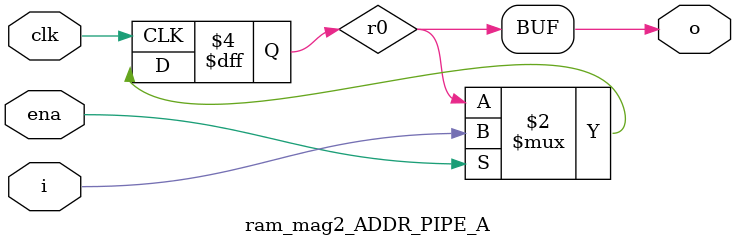
<source format=v>

module ram_mag2 (clk, ce, we, rstn, a, d, q);
input clk;
input ce;
input we;
input rstn;
input [15:0]a;
input [7:0]d;
output [7:0]q;

wire vcc_net;
wire gnd_net;
wire net_2;
wire net_16;
wire net_18;
wire net_19;
wire addra_pipe_12_net;
wire net_21;
wire net_22;
wire net_24;
wire net_25;
wire net_26;
wire net_27;
wire net_28;
wire net_29;
wire net_30;
wire net_31;
wire net_32;
wire net_33;
wire addra_pipe_13_net;
wire net_34;
wire net_35;
wire net_37;
wire net_38;
wire net_39;
wire net_40;
wire net_41;
wire net_42;
wire net_43;
wire net_44;
wire net_45;
wire net_46;
wire net_47;
wire net_48;
wire net_49;
wire net_50;
wire net_51;
wire net_52;
wire net_53;
wire net_54;
wire net_55;
wire net_56;
wire addra_pipe_14_net;
wire net_57;
wire net_58;
wire net_60;
wire net_61;
wire net_62;
wire net_63;
wire net_64;
wire net_65;
wire net_66;
wire net_67;
wire net_68;
wire net_69;
wire net_70;
wire net_71;
wire net_72;
wire net_73;
wire net_74;
wire net_75;
wire net_76;
wire net_77;
wire net_78;
wire net_79;
wire net_80;
wire net_81;
wire net_82;
wire net_83;
wire net_84;
wire net_85;
wire net_86;
wire net_87;
wire net_88;
wire net_89;
wire net_90;
wire net_91;
wire net_92;
wire net_93;
wire net_94;
wire net_95;
wire net_96;
wire net_97;
wire net_98;
wire net_99;
wire addra_pipe_15_net;
wire net_100;
wire net_101;
wire net_104;
wire net_106;
wire net_107;
wire net_109;
wire net_110;
wire net_111;
wire net_112;
wire net_113;
wire net_114;
wire net_115;
wire net_116;
wire net_117;
wire net_118;
wire net_119;
wire net_120;
wire net_121;
wire net_122;
wire net_123;
wire net_124;
wire net_125;
wire net_126;
wire net_127;
wire net_128;
wire net_129;
wire net_130;
wire net_131;
wire net_132;
wire net_133;
wire net_134;
wire net_135;
wire net_136;
wire net_137;
wire net_138;
wire net_139;
wire net_140;
wire net_141;
wire net_142;
wire net_143;
wire net_144;
wire net_145;
wire net_146;
wire net_147;
wire net_148;
wire net_149;
wire net_150;
wire net_151;
wire net_152;
wire net_153;
wire net_154;
wire net_155;
wire net_156;
wire net_157;
wire net_158;
wire net_159;
wire net_160;
wire net_161;
wire net_162;
wire net_163;
wire net_164;
wire net_165;
wire net_166;
wire net_167;
wire net_168;
wire net_169;
wire net_170;
wire net_171;
wire net_172;
wire net_173;
wire net_174;
wire net_175;
wire net_176;
wire net_177;
wire net_178;
wire net_179;
wire net_180;
wire net_182;
wire net_183;
wire net_184;
wire net_185;
wire net_187;
wire net_188;
wire net_189;
wire net_190;
wire net_191;
wire net_192;
wire net_193;
wire net_194;
wire net_195;
wire net_196;
wire net_197;
wire net_198;
wire net_199;
wire net_200;
wire net_201;
wire net_202;
wire net_203;
wire net_204;
wire net_205;
wire net_206;
wire net_207;
wire net_208;
wire net_209;
wire net_210;
wire net_211;
wire net_212;
wire net_213;
wire net_214;
wire net_215;
wire net_216;
wire net_217;
wire net_218;
wire net_219;
wire net_220;
wire net_221;
wire net_222;
wire net_223;
wire net_224;
wire net_225;
wire net_226;
wire net_227;
wire net_228;
wire net_229;
wire net_230;
wire net_231;
wire net_232;
wire net_233;
wire net_234;
wire net_235;
wire net_236;
wire net_237;
wire net_238;
wire net_239;
wire net_240;
wire net_241;
wire net_242;
wire net_243;
wire net_244;
wire net_245;
wire net_246;
wire net_247;
wire net_248;
wire net_249;
wire net_250;
wire net_251;
wire net_252;
wire net_253;
wire net_254;
wire net_255;
wire net_256;
wire net_257;
wire net_258;
wire net_260;
wire net_261;
wire net_262;
wire net_263;
wire net_265;
wire net_266;
wire net_267;
wire net_268;
wire net_269;
wire net_270;
wire net_271;
wire net_272;
wire net_273;
wire net_274;
wire net_275;
wire net_276;
wire net_277;
wire net_278;
wire net_279;
wire net_280;
wire net_281;
wire net_282;
wire net_283;
wire net_284;
wire net_285;
wire net_286;
wire net_287;
wire net_288;
wire net_289;
wire net_290;
wire net_291;
wire net_292;
wire net_293;
wire net_294;
wire net_295;
wire net_296;
wire net_297;
wire net_298;
wire net_299;
wire net_300;
wire net_301;
wire net_302;
wire net_303;
wire net_304;
wire net_305;
wire net_306;
wire net_307;
wire net_308;
wire net_309;
wire net_310;
wire net_311;
wire net_312;
wire net_313;
wire net_314;
wire net_315;
wire net_316;
wire net_317;
wire net_318;
wire net_319;
wire net_320;
wire net_321;
wire net_322;
wire net_323;
wire net_324;
wire net_325;
wire net_326;
wire net_327;
wire net_328;
wire net_329;
wire net_330;
wire net_331;
wire net_332;
wire net_333;
wire net_334;
wire net_335;
wire net_336;
wire net_338;
wire net_339;
wire net_340;
wire net_341;
wire net_343;
wire net_344;
wire net_345;
wire net_346;
wire net_347;
wire net_348;
wire net_349;
wire net_350;
wire net_351;
wire net_352;
wire net_353;
wire net_354;
wire net_355;
wire net_356;
wire net_357;
wire net_358;
wire net_359;
wire net_360;
wire net_361;
wire net_362;
wire net_363;
wire net_364;
wire net_365;
wire net_366;
wire net_367;
wire net_368;
wire net_369;
wire net_370;
wire net_371;
wire net_372;
wire net_373;
wire net_374;
wire net_375;
wire net_376;
wire net_377;
wire net_378;
wire net_379;
wire net_380;
wire net_381;
wire net_382;
wire net_383;
wire net_384;
wire net_385;
wire net_386;
wire net_387;
wire net_388;
wire net_389;
wire net_390;
wire net_391;
wire net_392;
wire net_393;
wire net_394;
wire net_395;
wire net_396;
wire net_397;
wire net_398;
wire net_399;
wire net_400;
wire net_401;
wire net_402;
wire net_403;
wire net_404;
wire net_405;
wire net_406;
wire net_407;
wire net_408;
wire net_409;
wire net_410;
wire net_411;
wire net_412;
wire net_413;
wire net_414;
wire net_416;
wire net_417;
wire net_418;
wire net_419;
wire net_421;
wire net_422;
wire net_423;
wire net_424;
wire net_425;
wire net_426;
wire net_427;
wire net_428;
wire net_429;
wire net_430;
wire net_431;
wire net_432;
wire net_433;
wire net_434;
wire net_435;
wire net_436;
wire net_437;
wire net_438;
wire net_439;
wire net_440;
wire net_441;
wire net_442;
wire net_443;
wire net_444;
wire net_445;
wire net_446;
wire net_447;
wire net_448;
wire net_449;
wire net_450;
wire net_451;
wire net_452;
wire net_453;
wire net_454;
wire net_455;
wire net_456;
wire net_457;
wire net_458;
wire net_459;
wire net_460;
wire net_461;
wire net_462;
wire net_463;
wire net_464;
wire net_465;
wire net_466;
wire net_467;
wire net_468;
wire net_469;
wire net_470;
wire net_471;
wire net_472;
wire net_473;
wire net_474;
wire net_475;
wire net_476;
wire net_477;
wire net_478;
wire net_479;
wire net_480;
wire net_481;
wire net_482;
wire net_483;
wire net_484;
wire net_485;
wire net_486;
wire net_487;
wire net_488;
wire net_489;
wire net_490;
wire net_491;
wire net_492;
wire net_494;
wire net_495;
wire net_496;
wire net_497;
wire net_499;
wire net_500;
wire net_501;
wire net_502;
wire net_503;
wire net_504;
wire net_505;
wire net_506;
wire net_507;
wire net_508;
wire net_509;
wire net_510;
wire net_511;
wire net_512;
wire net_513;
wire net_514;
wire net_515;
wire net_516;
wire net_517;
wire net_518;
wire net_519;
wire net_520;
wire net_521;
wire net_522;
wire net_523;
wire net_524;
wire net_525;
wire net_526;
wire net_527;
wire net_528;
wire net_529;
wire net_530;
wire net_531;
wire net_532;
wire net_533;
wire net_534;
wire net_535;
wire net_536;
wire net_537;
wire net_538;
wire net_539;
wire net_540;
wire net_541;
wire net_542;
wire net_543;
wire net_544;
wire net_545;
wire net_546;
wire net_547;
wire net_548;
wire net_549;
wire net_550;
wire net_551;
wire net_552;
wire net_553;
wire net_554;
wire net_555;
wire net_556;
wire net_557;
wire net_558;
wire net_559;
wire net_560;
wire net_561;
wire net_562;
wire net_563;
wire net_564;
wire net_565;
wire net_566;
wire net_567;
wire net_568;
wire net_569;
wire net_570;
wire net_572;
wire net_573;
wire net_574;
wire net_575;
wire net_577;
wire net_578;
wire net_579;
wire net_580;
wire net_581;
wire net_582;
wire net_583;
wire net_584;
wire net_585;
wire net_586;
wire net_587;
wire net_588;
wire net_589;
wire net_590;
wire net_591;
wire net_592;
wire net_593;
wire net_594;
wire net_595;
wire net_596;
wire net_597;
wire net_598;
wire net_599;
wire net_600;
wire net_601;
wire net_602;
wire net_603;
wire net_604;
wire net_605;
wire net_606;
wire net_607;
wire net_608;
wire net_609;
wire net_610;
wire net_611;
wire net_612;
wire net_613;
wire net_614;
wire net_615;
wire net_616;
wire net_617;
wire net_618;
wire net_619;
wire net_620;
wire net_621;
wire net_622;
wire net_623;
wire net_624;
wire net_625;
wire net_626;
wire net_627;
wire net_628;
wire net_629;
wire net_630;
wire net_631;
wire net_632;
wire net_633;
wire net_634;
wire net_635;
wire net_636;
wire net_637;
wire net_638;
wire net_639;
wire net_640;
wire net_641;
wire net_642;
wire net_643;
wire net_644;
wire net_645;
wire net_646;
wire net_647;
wire net_648;
wire net_650;
wire net_651;
wire nc1;
wire nc2;
wire nc3;
wire nc4;
wire nc5;
wire nc6;
wire nc7;
wire nc8;
wire nc9;
wire nc10;
wire nc11;
wire nc12;
wire nc13;
wire nc14;
wire nc15;
wire nc16;
wire nc17;
wire nc18;
wire nc19;
wire nc20;
wire nc21;
wire nc22;
wire nc23;
wire nc24;
wire nc25;
wire nc26;
wire nc27;
wire nc28;
wire nc29;
wire nc30;
wire nc31;
wire nc32;
wire nc33;
wire nc34;
wire nc35;
wire nc36;
wire nc37;
wire nc38;
wire nc39;
wire nc40;
wire nc41;
wire nc42;
wire nc43;
wire nc44;
wire nc45;
wire nc46;
wire nc47;
wire nc48;
wire nc49;
wire nc50;
wire nc51;
wire nc52;
wire nc53;
wire nc54;
wire nc55;
wire nc56;
wire nc57;
wire nc58;
wire nc59;
wire nc60;
wire nc61;
wire nc62;
wire nc63;
wire nc64;
wire nc65;
wire nc66;
wire nc67;
wire nc68;
wire nc69;
wire nc70;
wire nc71;
wire nc72;
wire nc73;
wire nc74;
wire nc75;
wire nc76;
wire nc77;
wire nc78;
wire nc79;
wire nc80;
wire nc81;
wire nc82;
wire nc83;
wire nc84;
wire nc85;
wire nc86;
wire nc87;
wire nc88;
wire nc89;
wire nc90;
wire nc91;
wire nc92;
wire nc93;
wire nc94;
wire nc95;
wire nc96;
wire nc97;
wire nc98;
wire nc99;
wire nc100;
wire nc101;
wire nc102;
wire nc103;
wire nc104;
wire nc105;
wire nc106;
wire nc107;
wire nc108;
wire nc109;
wire nc110;
wire nc111;
wire nc112;
wire nc113;
wire nc114;
wire nc115;
wire nc116;
wire nc117;
wire nc118;
wire nc119;
wire nc120;
wire nc121;
wire nc122;
wire nc123;
wire nc124;
wire nc125;
wire nc126;
wire nc127;
wire nc128;
wire nc129;
wire nc130;
wire nc131;
wire nc132;
wire nc133;
wire nc134;
wire nc135;
wire nc136;
wire nc137;
wire nc138;
wire nc139;
wire nc140;
wire nc141;
wire nc142;
wire nc143;
wire nc144;
wire nc145;
wire nc146;
wire nc147;
wire nc148;
wire nc149;
wire nc150;
wire nc151;
wire nc152;
wire nc153;
wire nc154;
wire nc155;
wire nc156;
wire nc157;
wire nc158;
wire nc159;
wire nc160;
wire nc161;
wire nc162;
wire nc163;
wire nc164;
wire nc165;
wire nc166;
wire nc167;
wire nc168;
wire nc169;
wire nc170;
wire nc171;
wire nc172;
wire nc173;
wire nc174;
wire nc175;
wire nc176;
wire nc177;
wire nc178;
wire nc179;
wire nc180;
wire nc181;
wire nc182;
wire nc183;
wire nc184;
wire nc185;
wire nc186;
wire nc187;
wire nc188;
wire nc189;
wire nc190;
wire nc191;
wire nc192;
wire nc193;
wire nc194;
wire nc195;
wire nc196;
wire nc197;
wire nc198;
wire nc199;
wire nc200;
wire nc201;
wire nc202;
wire nc203;
wire nc204;
wire nc205;
wire nc206;
wire nc207;
wire nc208;
wire nc209;
wire nc210;
wire nc211;
wire nc212;
wire nc213;
wire nc214;
wire nc215;
wire nc216;
wire nc217;
wire nc218;
wire nc219;
wire nc220;
wire nc221;
wire nc222;
wire nc223;
wire nc224;
wire nc225;
wire nc226;
wire nc227;
wire nc228;
wire nc229;
wire nc230;
wire nc231;
wire nc232;
wire nc233;
wire nc234;
wire nc235;
wire nc236;
wire nc237;
wire nc238;
wire nc239;
wire nc240;
wire nc241;
wire nc242;
wire nc243;
wire nc244;
wire nc245;
wire nc246;
wire nc247;
wire nc248;
wire nc249;
wire nc250;
wire nc251;
wire nc252;
wire nc253;
wire nc254;
wire nc255;
wire nc256;
wire nc257;
wire nc258;
wire nc259;
wire nc260;
wire nc261;
wire nc262;
wire nc263;
wire nc264;
wire nc265;
wire nc266;
wire nc267;
wire nc268;
wire nc269;
wire nc270;
wire nc271;
wire nc272;
wire nc273;
wire nc274;
wire nc275;
wire nc276;
wire nc277;
wire nc278;
wire nc279;
wire nc280;
wire nc281;
wire nc282;
wire nc283;
wire nc284;
wire nc285;
wire nc286;
wire nc287;
wire nc288;
wire nc289;
wire nc290;
wire nc291;
wire nc292;
wire nc293;
wire nc294;
wire nc295;
wire nc296;
wire nc297;
wire nc298;
wire nc299;
wire nc300;
wire nc301;
wire nc302;
wire nc303;
wire nc304;
wire nc305;
wire nc306;
wire nc307;
wire nc308;
wire nc309;
wire nc310;
wire nc311;
wire nc312;
wire nc313;
wire nc314;
wire nc315;
wire nc316;
wire nc317;
wire nc318;
wire nc319;
wire nc320;
wire nc321;
wire nc322;
wire nc323;
wire nc324;
wire nc325;
wire nc326;
wire nc327;
wire nc328;
wire nc329;
wire nc330;
wire nc331;
wire nc332;
wire nc333;
wire nc334;
wire nc335;
wire nc336;
wire nc337;
wire nc338;
wire nc339;
wire nc340;
wire nc341;
wire nc342;
wire nc343;
wire nc344;
wire nc345;
wire nc346;
wire nc347;
wire nc348;
wire nc349;
wire nc350;
wire nc351;
wire nc352;
wire nc353;
wire nc354;
wire nc355;
wire nc356;
wire nc357;
wire nc358;
wire nc359;
wire nc360;
wire nc361;
wire nc362;
wire nc363;
wire nc364;
wire nc365;
wire nc366;
wire nc367;
wire nc368;
wire nc369;
wire nc370;
wire nc371;
wire nc372;
wire nc373;
wire nc374;
wire nc375;
wire nc376;
wire nc377;
wire nc378;
wire nc379;
wire nc380;
wire nc381;
wire nc382;
wire nc383;
wire nc384;
wire nc385;
wire nc386;
wire nc387;
wire nc388;
wire nc389;
wire nc390;
wire nc391;
wire nc392;
wire nc393;
wire nc394;
wire nc395;
wire nc396;
wire nc397;
wire nc398;
wire nc399;
wire nc400;
wire nc401;
wire nc402;
wire nc403;
wire nc404;
wire nc405;
wire nc406;
wire nc407;
wire nc408;
wire nc409;
wire nc410;
wire nc411;
wire nc412;
wire nc413;
wire nc414;
wire nc415;
wire nc416;
wire nc417;
wire nc418;
wire nc419;
wire nc420;
wire nc421;
wire nc422;
wire nc423;
wire nc424;
wire nc425;
wire nc426;
wire nc427;
wire nc428;
wire nc429;
wire nc430;
wire nc431;
wire nc432;
wire nc433;
wire nc434;
wire nc435;
wire nc436;
wire nc437;
wire nc438;
wire nc439;
wire nc440;
wire nc441;
wire nc442;
wire nc443;
wire nc444;
wire nc445;
wire nc446;
wire nc447;
wire nc448;
wire nc449;
wire nc450;
wire nc451;
wire nc452;
wire nc453;
wire nc454;
wire nc455;
wire nc456;
wire nc457;
wire nc458;
wire nc459;
wire nc460;
wire nc461;
wire nc462;
wire nc463;
wire nc464;
wire nc465;
wire nc466;
wire nc467;
wire nc468;
wire nc469;
wire nc470;
wire nc471;
wire nc472;
wire nc473;
wire nc474;
wire nc475;
wire nc476;
wire nc477;
wire nc478;
wire nc479;
wire nc480;
wire nc481;
wire nc482;
wire nc483;
wire nc484;
wire nc485;
wire nc486;
wire nc487;
wire nc488;
wire nc489;
wire nc490;
wire nc491;
wire nc492;
wire nc493;
wire nc494;
wire nc495;
wire nc496;
wire nc497;
wire nc498;
wire nc499;
wire nc500;
wire nc501;
wire nc502;
wire nc503;
wire nc504;
wire nc505;
wire nc506;
wire nc507;
wire nc508;
wire nc509;
wire nc510;
wire nc511;
wire nc512;
wire nc513;
wire nc514;
wire nc515;
wire nc516;
wire nc517;
wire nc518;
wire nc519;
wire nc520;
wire nc521;
wire nc522;
wire nc523;
wire nc524;
wire nc525;
wire nc526;
wire nc527;
wire nc528;
wire nc529;
wire nc530;
wire nc531;
wire nc532;
wire nc533;
wire nc534;
wire nc535;
wire nc536;
wire nc537;
wire nc538;
wire nc539;
wire nc540;
wire nc541;
wire nc542;
wire nc543;
wire nc544;
wire nc545;
wire nc546;
wire nc547;
wire nc548;
wire nc549;
wire nc550;
wire nc551;
wire nc552;
wire nc553;
wire nc554;
wire nc555;
wire nc556;
wire nc557;
wire nc558;
wire nc559;
wire nc560;
wire nc561;
wire nc562;
wire nc563;
wire nc564;
wire nc565;
wire nc566;
wire nc567;
wire nc568;
wire nc569;
wire nc570;
wire nc571;
wire nc572;
wire nc573;
wire nc574;
wire nc575;
wire nc576;
wire nc577;
wire nc578;
wire nc579;
wire nc580;
wire nc581;
wire nc582;
wire nc583;
wire nc584;
wire nc585;
wire nc586;
wire nc587;
wire nc588;
wire nc589;
wire nc590;
wire nc591;
wire nc592;
wire nc593;
wire nc594;
wire nc595;
wire nc596;
wire nc597;
wire nc598;
wire nc599;
wire nc600;
wire nc601;
wire nc602;
wire nc603;
wire nc604;
wire nc605;
wire nc606;
wire nc607;
wire nc608;
wire nc609;
wire nc610;
wire nc611;
wire nc612;
wire nc613;
wire nc614;
wire nc615;
wire nc616;
wire nc617;
wire nc618;
wire nc619;
wire nc620;
wire nc621;
wire nc622;
wire nc623;
wire nc624;
wire nc625;
wire nc626;
wire nc627;
wire nc628;
wire nc629;
wire nc630;
wire nc631;
wire nc632;
wire nc633;
wire nc634;
wire nc635;
wire nc636;
wire nc637;
wire nc638;
wire nc639;
wire nc640;
wire nc641;
wire nc642;
wire nc643;
wire nc644;
wire nc645;
wire nc646;
wire nc647;
wire nc648;
wire nc649;
wire nc650;
wire nc651;
wire nc652;
wire nc653;
wire nc654;
wire nc655;
wire nc656;
wire nc657;
wire nc658;
wire nc659;
wire nc660;
wire nc661;
wire nc662;
wire nc663;
wire nc664;
wire nc665;
wire nc666;
wire nc667;
wire nc668;
wire nc669;
wire nc670;
wire nc671;
wire nc672;
wire nc673;
wire nc674;
wire nc675;
wire nc676;
wire nc677;
wire nc678;
wire nc679;
wire nc680;
wire nc681;
wire nc682;
wire nc683;
wire nc684;
wire nc685;
wire nc686;
wire nc687;
wire nc688;
wire nc689;
wire nc690;
wire nc691;
wire nc692;
wire nc693;
wire nc694;
wire nc695;
wire nc696;
wire nc697;
wire nc698;
wire nc699;
wire nc700;
wire nc701;
wire nc702;
wire nc703;
wire nc704;
wire nc705;
wire nc706;
wire nc707;
wire nc708;
wire nc709;
wire nc710;
wire nc711;
wire nc712;
wire nc713;
wire nc714;
wire nc715;
wire nc716;
wire nc717;
wire nc718;
wire nc719;
wire nc720;
wire nc721;
wire nc722;
wire nc723;
wire nc724;
wire nc725;
wire nc726;
wire nc727;
wire nc728;
wire nc729;
wire nc730;
wire nc731;
wire nc732;
wire nc733;
wire nc734;
wire nc735;
wire nc736;
wire nc737;
wire nc738;
wire nc739;
wire nc740;
wire nc741;
wire nc742;
wire nc743;
wire nc744;
wire nc745;
wire nc746;
wire nc747;
wire nc748;
wire nc749;
wire nc750;
wire nc751;
wire nc752;
wire nc753;
wire nc754;
wire nc755;
wire nc756;
wire nc757;
wire nc758;
wire nc759;
wire nc760;
wire nc761;
wire nc762;
wire nc763;
wire nc764;
wire nc765;
wire nc766;
wire nc767;
wire nc768;
wire nc769;
wire nc770;
wire nc771;
wire nc772;
wire nc773;
wire nc774;
wire nc775;
wire nc776;
wire nc777;
wire nc778;
wire nc779;
wire nc780;
wire nc781;
wire nc782;
wire nc783;
wire nc784;
wire nc785;
wire nc786;
wire nc787;
wire nc788;
wire nc789;
wire nc790;
wire nc791;
wire nc792;
wire nc793;
wire nc794;
wire nc795;
wire nc796;
wire nc797;
wire nc798;
wire nc799;
wire nc800;
wire nc801;
wire nc802;
wire nc803;
wire nc804;
wire nc805;
wire nc806;
wire nc807;
wire nc808;
wire nc809;
wire nc810;
wire nc811;
wire nc812;
wire nc813;
wire nc814;
wire nc815;
wire nc816;
wire nc817;
wire nc818;
wire nc819;
wire nc820;
wire nc821;
wire nc822;
wire nc823;
wire nc824;
wire nc825;
wire nc826;
wire nc827;
wire nc828;
wire nc829;
wire nc830;
wire nc831;
wire nc832;
wire nc833;
wire nc834;
wire nc835;
wire nc836;
wire nc837;
wire nc838;
wire nc839;
wire nc840;
wire nc841;
wire nc842;
wire nc843;
wire nc844;
wire nc845;
wire nc846;
wire nc847;
wire nc848;
wire nc849;
wire nc850;
wire nc851;
wire nc852;
wire nc853;
wire nc854;
wire nc855;
wire nc856;
wire nc857;
wire nc858;
wire nc859;
wire nc860;
wire nc861;
wire nc862;
wire nc863;
wire nc864;
wire nc865;
wire nc866;
wire nc867;
wire nc868;
wire nc869;
wire nc870;
wire nc871;
wire nc872;
wire nc873;
wire nc874;
wire nc875;
wire nc876;
wire nc877;
wire nc878;
wire nc879;
wire nc880;
wire nc881;
wire nc882;
wire nc883;
wire nc884;
wire nc885;
wire nc886;
wire nc887;
wire nc888;
wire nc889;
wire nc890;
wire nc891;
wire nc892;
wire nc893;
wire nc894;
wire nc895;
wire nc896;
wire nc897;
wire nc898;
wire nc899;
wire nc900;
wire nc901;
wire nc902;
wire nc903;
wire nc904;
wire nc905;
wire nc906;
wire nc907;
wire nc908;
wire nc909;
wire nc910;
wire nc911;
wire nc912;
wire nc913;
wire nc914;
wire nc915;
wire nc916;
wire nc917;
wire nc918;
wire nc919;
wire nc920;
wire nc921;
wire nc922;
wire nc923;
wire nc924;
wire nc925;
wire nc926;
wire nc927;
wire nc928;
wire nc929;
wire nc930;
wire nc931;
wire nc932;
wire nc933;
wire nc934;
wire nc935;
wire nc936;
wire nc937;
wire nc938;
wire nc939;
wire nc940;
wire nc941;
wire nc942;
wire nc943;
wire nc944;
wire nc945;
wire nc946;
wire nc947;
wire nc948;
wire nc949;
wire nc950;
wire nc951;
wire nc952;
wire nc953;
wire nc954;
wire nc955;
wire nc956;
wire nc957;
wire nc958;
wire nc959;
wire nc960;
wire nc961;
wire nc962;
wire nc963;
wire nc964;
wire nc965;
wire nc966;
wire nc967;
wire nc968;
wire nc969;
wire nc970;
wire nc971;
wire nc972;
wire nc973;
wire nc974;
wire nc975;
wire nc976;
wire nc977;
wire nc978;
wire nc979;
wire nc980;
wire nc981;
wire nc982;
wire nc983;
wire nc984;
wire nc985;
wire nc986;
wire nc987;
wire nc988;
wire nc989;
wire nc990;
wire nc991;
wire nc992;
wire nc993;
wire nc994;
wire nc995;
wire nc996;
wire nc997;
wire nc998;
wire nc999;
wire nc1000;
wire nc1001;
wire nc1002;
wire nc1003;
wire nc1004;
wire nc1005;
wire nc1006;
wire nc1007;
wire nc1008;
wire nc1009;
wire nc1010;
wire nc1011;
wire nc1012;
wire nc1013;
wire nc1014;
wire nc1015;
wire nc1016;
wire nc1017;
wire nc1018;
wire nc1019;
wire nc1020;
wire nc1021;
wire nc1022;
wire nc1023;
wire nc1024;
wire nc1025;
wire nc1026;
wire nc1027;
wire nc1028;
wire nc1029;
wire nc1030;
wire nc1031;
wire nc1032;
wire nc1033;
wire nc1034;
wire nc1035;
wire nc1036;
wire nc1037;
wire nc1038;
wire nc1039;
wire nc1040;
wire nc1041;
wire nc1042;
wire nc1043;
wire nc1044;
wire nc1045;
wire nc1046;
wire nc1047;
wire nc1048;
wire nc1049;
wire nc1050;
wire nc1051;
wire nc1052;
wire nc1053;
wire nc1054;
wire nc1055;
wire nc1056;
wire nc1057;
wire nc1058;
wire nc1059;
wire nc1060;
wire nc1061;
wire nc1062;
wire nc1063;
wire nc1064;
wire nc1065;
wire nc1066;
wire nc1067;
wire nc1068;
wire nc1069;
wire nc1070;
wire nc1071;
wire nc1072;
wire nc1073;
wire nc1074;
wire nc1075;
wire nc1076;
wire nc1077;
wire nc1078;
wire nc1079;
wire nc1080;
wire nc1081;
wire nc1082;
wire nc1083;
wire nc1084;
wire nc1085;
wire nc1086;
wire nc1087;
wire nc1088;
wire nc1089;
wire nc1090;
wire nc1091;
wire nc1092;
wire nc1093;
wire nc1094;
wire nc1095;
wire nc1096;
wire nc1097;
wire nc1098;
wire nc1099;
wire nc1100;
wire nc1101;
wire nc1102;
wire nc1103;
wire nc1104;
wire nc1105;
wire nc1106;
wire nc1107;
wire nc1108;
wire nc1109;
wire nc1110;
wire nc1111;
wire nc1112;
wire nc1113;
wire nc1114;
wire nc1115;
wire nc1116;
wire nc1117;
wire nc1118;
wire nc1119;
wire nc1120;
wire nc1121;
wire nc1122;
wire nc1123;
wire nc1124;
wire nc1125;
wire nc1126;
wire nc1127;
wire nc1128;
wire nc1129;
wire nc1130;
wire nc1131;
wire nc1132;
wire nc1133;
wire nc1134;
wire nc1135;
wire nc1136;
wire nc1137;
wire nc1138;
wire nc1139;
wire nc1140;
wire nc1141;
wire nc1142;
wire nc1143;
wire nc1144;
wire nc1145;
wire nc1146;
wire nc1147;
wire nc1148;
wire nc1149;
wire nc1150;
wire nc1151;
wire nc1152;
wire nc1153;
wire nc1154;
wire nc1155;
wire nc1156;
wire nc1157;
wire nc1158;
wire nc1159;
wire nc1160;
wire nc1161;
wire nc1162;
wire nc1163;
wire nc1164;
wire nc1165;
wire nc1166;
wire nc1167;
wire nc1168;
wire nc1169;
wire nc1170;
wire nc1171;
wire nc1172;
wire nc1173;
wire nc1174;
wire nc1175;
wire nc1176;
wire nc1177;
wire nc1178;
wire nc1179;
wire nc1180;
wire nc1181;
wire nc1182;
wire nc1183;
wire nc1184;
wire nc1185;
wire nc1186;
wire nc1187;
wire nc1188;
wire nc1189;
wire nc1190;
wire nc1191;
wire nc1192;
wire nc1193;
wire nc1194;
wire nc1195;
wire nc1196;
wire nc1197;
wire nc1198;
wire nc1199;
wire nc1200;
wire nc1201;
wire nc1202;
wire nc1203;
wire nc1204;
wire nc1205;
wire nc1206;
wire nc1207;
wire nc1208;
wire nc1209;
wire nc1210;
wire nc1211;
wire nc1212;
wire nc1213;
wire nc1214;
wire nc1215;
wire nc1216;
wire nc1217;
wire nc1218;
wire nc1219;
wire nc1220;
wire nc1221;
wire nc1222;
wire nc1223;
wire nc1224;
wire nc1225;
wire nc1226;
wire nc1227;
wire nc1228;
wire nc1229;
wire nc1230;
wire nc1231;
wire nc1232;
wire nc1233;
wire nc1234;
wire nc1235;
wire nc1236;
wire nc1237;
wire nc1238;
wire nc1239;
wire nc1240;
wire nc1241;
wire nc1242;
wire nc1243;
wire nc1244;
wire nc1245;
wire nc1246;
wire nc1247;
wire nc1248;
wire nc1249;
wire nc1250;
wire nc1251;
wire nc1252;
wire nc1253;
wire nc1254;
wire nc1255;
wire nc1256;
wire nc1257;
wire nc1258;
wire nc1259;
wire nc1260;
wire nc1261;
wire nc1262;
wire nc1263;
wire nc1264;
wire nc1265;
wire nc1266;
wire nc1267;
wire nc1268;
wire nc1269;
wire nc1270;
wire nc1271;
wire nc1272;
wire nc1273;
wire nc1274;
wire nc1275;
wire nc1276;
wire nc1277;
wire nc1278;
wire nc1279;
wire nc1280;
wire nc1281;
wire nc1282;
wire nc1283;
wire nc1284;
wire nc1285;
wire nc1286;
wire nc1287;
wire nc1288;
wire nc1289;
wire nc1290;
wire nc1291;
wire nc1292;
wire nc1293;
wire nc1294;
wire nc1295;
wire nc1296;
wire nc1297;
wire nc1298;
wire nc1299;
wire nc1300;
wire nc1301;
wire nc1302;
wire nc1303;
wire nc1304;
wire nc1305;
wire nc1306;
wire nc1307;
wire nc1308;
wire nc1309;
wire nc1310;
wire nc1311;
wire nc1312;
wire nc1313;
wire nc1314;
wire nc1315;
wire nc1316;
wire nc1317;
wire nc1318;
wire nc1319;
wire nc1320;
wire nc1321;
wire nc1322;
wire nc1323;
wire nc1324;
wire nc1325;
wire nc1326;
wire nc1327;
wire nc1328;
wire nc1329;
wire nc1330;
wire nc1331;
wire nc1332;
wire nc1333;
wire nc1334;
wire nc1335;
wire nc1336;
wire nc1337;
wire nc1338;
wire nc1339;
wire nc1340;
wire nc1341;
wire nc1342;
wire nc1343;
wire nc1344;
wire nc1345;
wire nc1346;
wire nc1347;
wire nc1348;
wire nc1349;
wire nc1350;
wire nc1351;
wire nc1352;
wire nc1353;
wire nc1354;
wire nc1355;
wire nc1356;
wire nc1357;
wire nc1358;
wire nc1359;
wire nc1360;
wire nc1361;
wire nc1362;
wire nc1363;
wire nc1364;
wire nc1365;
wire nc1366;
wire nc1367;
wire nc1368;
wire nc1369;
wire nc1370;
wire nc1371;
wire nc1372;
wire nc1373;
wire nc1374;
wire nc1375;
wire nc1376;
wire nc1377;
wire nc1378;
wire nc1379;
wire nc1380;
wire nc1381;
wire nc1382;
wire nc1383;
wire nc1384;
wire nc1385;
wire nc1386;
wire nc1387;
wire nc1388;
wire nc1389;
wire nc1390;
wire nc1391;
wire nc1392;
wire nc1393;
wire nc1394;
wire nc1395;
wire nc1396;
wire nc1397;
wire nc1398;
wire nc1399;
wire nc1400;
wire nc1401;
wire nc1402;
wire nc1403;
wire nc1404;
wire nc1405;
wire nc1406;
wire nc1407;
wire nc1408;
wire nc1409;
wire nc1410;
wire nc1411;
wire nc1412;
wire nc1413;
wire nc1414;
wire nc1415;
wire nc1416;
wire nc1417;
wire nc1418;
wire nc1419;
wire nc1420;
wire nc1421;
wire nc1422;
wire nc1423;
wire nc1424;
wire nc1425;
wire nc1426;
wire nc1427;
wire nc1428;
wire nc1429;
wire nc1430;
wire nc1431;
wire nc1432;
wire nc1433;
wire nc1434;
wire nc1435;
wire nc1436;
wire nc1437;
wire nc1438;
wire nc1439;
wire nc1440;
wire nc1441;
wire nc1442;
wire nc1443;
wire nc1444;
wire nc1445;
wire nc1446;
wire nc1447;
wire nc1448;
wire nc1449;
wire nc1450;
wire nc1451;
wire nc1452;
wire nc1453;
wire nc1454;
wire nc1455;
wire nc1456;
wire nc1457;
wire nc1458;
wire nc1459;
wire nc1460;
wire nc1461;
wire nc1462;
wire nc1463;
wire nc1464;
wire nc1465;
wire nc1466;
wire nc1467;
wire nc1468;
wire nc1469;
wire nc1470;
wire nc1471;
wire nc1472;
wire nc1473;
wire nc1474;
wire nc1475;
wire nc1476;
wire nc1477;
wire nc1478;
wire nc1479;
wire nc1480;
wire nc1481;
wire nc1482;
wire nc1483;
wire nc1484;
wire nc1485;
wire nc1486;
wire nc1487;
wire nc1488;
wire nc1489;
wire nc1490;
wire nc1491;
wire nc1492;
wire nc1493;
wire nc1494;
wire nc1495;
wire nc1496;
wire nc1497;
wire nc1498;
wire nc1499;
wire nc1500;
wire nc1501;
wire nc1502;
wire nc1503;
wire nc1504;
wire nc1505;
wire nc1506;
wire nc1507;
wire nc1508;
wire nc1509;
wire nc1510;
wire nc1511;
wire nc1512;
wire nc1513;
wire nc1514;
wire nc1515;
wire nc1516;
wire nc1517;
wire nc1518;
wire nc1519;
wire nc1520;
wire nc1521;
wire nc1522;
wire nc1523;
wire nc1524;
wire nc1525;
wire nc1526;
wire nc1527;
wire nc1528;
wire nc1529;
wire nc1530;
wire nc1531;
wire nc1532;
wire nc1533;
wire nc1534;
wire nc1535;
wire nc1536;
wire nc1537;
wire nc1538;
wire nc1539;
wire nc1540;
wire nc1541;
wire nc1542;
wire nc1543;
wire nc1544;
wire nc1545;
wire nc1546;
wire nc1547;
wire nc1548;
wire nc1549;
wire nc1550;
wire nc1551;
wire nc1552;
wire nc1553;
wire nc1554;
wire nc1555;
wire nc1556;
wire nc1557;
wire nc1558;
wire nc1559;
wire nc1560;
wire nc1561;
wire nc1562;
wire nc1563;
wire nc1564;
wire nc1565;
wire nc1566;
wire nc1567;
wire nc1568;
wire nc1569;
wire nc1570;
wire nc1571;
wire nc1572;
wire nc1573;
wire nc1574;
wire nc1575;
wire nc1576;
wire nc1577;
wire nc1578;
wire nc1579;
wire nc1580;
wire nc1581;
wire nc1582;
wire nc1583;
wire nc1584;
wire nc1585;
wire nc1586;
wire nc1587;
wire nc1588;
wire nc1589;
wire nc1590;
wire nc1591;
wire nc1592;
wire nc1593;
wire nc1594;
wire nc1595;
wire nc1596;
wire nc1597;
wire nc1598;
wire nc1599;
wire nc1600;
wire nc1601;
wire nc1602;
wire nc1603;
wire nc1604;
wire nc1605;
wire nc1606;
wire nc1607;
wire nc1608;
wire nc1609;
wire nc1610;
wire nc1611;
wire nc1612;
wire nc1613;
wire nc1614;
wire nc1615;
wire nc1616;
wire nc1617;
wire nc1618;
wire nc1619;
wire nc1620;
wire nc1621;
wire nc1622;
wire nc1623;
wire nc1624;
wire nc1625;
wire nc1626;
wire nc1627;
wire nc1628;
wire nc1629;
wire nc1630;
wire nc1631;
wire nc1632;
wire nc1633;
wire nc1634;
wire nc1635;
wire nc1636;
wire nc1637;
wire nc1638;
wire nc1639;
wire nc1640;
wire nc1641;
wire nc1642;
wire nc1643;
wire nc1644;
wire nc1645;
wire nc1646;
wire nc1647;
wire nc1648;
wire nc1649;
wire nc1650;
wire nc1651;
wire nc1652;
wire nc1653;
wire nc1654;
wire nc1655;
wire nc1656;
wire nc1657;
wire nc1658;
wire nc1659;
wire nc1660;
wire nc1661;
wire nc1662;
wire nc1663;
wire nc1664;
wire nc1665;
wire nc1666;
wire nc1667;
wire nc1668;
wire nc1669;
wire nc1670;
wire nc1671;
wire nc1672;
wire nc1673;
wire nc1674;
wire nc1675;
wire nc1676;
wire nc1677;
wire nc1678;
wire nc1679;
wire nc1680;
wire nc1681;
wire nc1682;
wire nc1683;
wire nc1684;
wire nc1685;
wire nc1686;
wire nc1687;
wire nc1688;
wire nc1689;
wire nc1690;
wire nc1691;
wire nc1692;
wire nc1693;
wire nc1694;
wire nc1695;
wire nc1696;
wire nc1697;
wire nc1698;
wire nc1699;
wire nc1700;
wire nc1701;
wire nc1702;
wire nc1703;
wire nc1704;
wire nc1705;
wire nc1706;
wire nc1707;
wire nc1708;
wire nc1709;
wire nc1710;
wire nc1711;
wire nc1712;
wire nc1713;
wire nc1714;
wire nc1715;
wire nc1716;
wire nc1717;
wire nc1718;
wire nc1719;
wire nc1720;
wire nc1721;
wire nc1722;
wire nc1723;
wire nc1724;
wire nc1725;
wire nc1726;
wire nc1727;
wire nc1728;
wire nc1729;
wire nc1730;
wire nc1731;
wire nc1732;
wire nc1733;
wire nc1734;
wire nc1735;
wire nc1736;
wire nc1737;
wire nc1738;
wire nc1739;
wire nc1740;
wire nc1741;
wire nc1742;
wire nc1743;
wire nc1744;
wire nc1745;
wire nc1746;
wire nc1747;
wire nc1748;
wire nc1749;
wire nc1750;
wire nc1751;
wire nc1752;
wire nc1753;
wire nc1754;
wire nc1755;
wire nc1756;
wire nc1757;
wire nc1758;
wire nc1759;
wire nc1760;
wire nc1761;
wire nc1762;
wire nc1763;
wire nc1764;
wire nc1765;
wire nc1766;
wire nc1767;
wire nc1768;
wire nc1769;
wire nc1770;
wire nc1771;
wire nc1772;
wire nc1773;
wire nc1774;
wire nc1775;
wire nc1776;
wire nc1777;
wire nc1778;
wire nc1779;
wire nc1780;
wire nc1781;
wire nc1782;
wire nc1783;
wire nc1784;
wire nc1785;
wire nc1786;
wire nc1787;
wire nc1788;
wire nc1789;
wire nc1790;
wire nc1791;
wire nc1792;
wire nc1793;
wire nc1794;
wire nc1795;
wire nc1796;
wire nc1797;
wire nc1798;
wire nc1799;
wire nc1800;
wire nc1801;
wire nc1802;
wire nc1803;
wire nc1804;
wire nc1805;
wire nc1806;
wire nc1807;
wire nc1808;
wire nc1809;
wire nc1810;
wire nc1811;
wire nc1812;
wire nc1813;
wire nc1814;
wire nc1815;
wire nc1816;
wire nc1817;
wire nc1818;
wire nc1819;
wire nc1820;
wire nc1821;
wire nc1822;
wire nc1823;
wire nc1824;
wire nc1825;
wire nc1826;
wire nc1827;
wire nc1828;
wire nc1829;
wire nc1830;
wire nc1831;
wire nc1832;
wire nc1833;
wire nc1834;
wire nc1835;
wire nc1836;
wire nc1837;
wire nc1838;
wire nc1839;
wire nc1840;
wire nc1841;
wire nc1842;
wire nc1843;
wire nc1844;
wire nc1845;
wire nc1846;
wire nc1847;
wire nc1848;
wire nc1849;
wire nc1850;
wire nc1851;
wire nc1852;
wire nc1853;
wire nc1854;
wire nc1855;
wire nc1856;
wire nc1857;
wire nc1858;
wire nc1859;
wire nc1860;
wire nc1861;
wire nc1862;
wire nc1863;
wire nc1864;
wire nc1865;
wire nc1866;
wire nc1867;
wire nc1868;
wire nc1869;
wire nc1870;
wire nc1871;
wire nc1872;
wire nc1873;
wire nc1874;
wire nc1875;
wire nc1876;
wire nc1877;
wire nc1878;
wire nc1879;
wire nc1880;
wire nc1881;
wire nc1882;
wire nc1883;
wire nc1884;
wire nc1885;
wire nc1886;
wire nc1887;
wire nc1888;
wire nc1889;
wire nc1890;
wire nc1891;
wire nc1892;
wire nc1893;
wire nc1894;
wire nc1895;
wire nc1896;
wire nc1897;
wire nc1898;
wire nc1899;
wire nc1900;
wire nc1901;
wire nc1902;
wire nc1903;
wire nc1904;
wire nc1905;
wire nc1906;
wire nc1907;
wire nc1908;
wire nc1909;
wire nc1910;
wire nc1911;
wire nc1912;
wire nc1913;
wire nc1914;
wire nc1915;
wire nc1916;
wire nc1917;
wire nc1918;
wire nc1919;
wire nc1920;
wire nc1921;
wire nc1922;
wire nc1923;
wire nc1924;
wire nc1925;
wire nc1926;
wire nc1927;
wire nc1928;
wire nc1929;
wire nc1930;
wire nc1931;
wire nc1932;
wire nc1933;
wire nc1934;
wire nc1935;
wire nc1936;
wire nc1937;
wire nc1938;
wire nc1939;
wire nc1940;
wire nc1941;
wire nc1942;
wire nc1943;
wire nc1944;
wire nc1945;
wire nc1946;
wire nc1947;
wire nc1948;
wire nc1949;
wire nc1950;
wire nc1951;
wire nc1952;
wire nc1953;
wire nc1954;
wire nc1955;
wire nc1956;
wire nc1957;
wire nc1958;
wire nc1959;
wire nc1960;
wire nc1961;
wire nc1962;
wire nc1963;
wire nc1964;
wire nc1965;
wire nc1966;
wire nc1967;
wire nc1968;
wire nc1969;
wire nc1970;
wire nc1971;
wire nc1972;
wire nc1973;
wire nc1974;
wire nc1975;
wire nc1976;
wire nc1977;
wire nc1978;
wire nc1979;
wire nc1980;
wire nc1981;
wire nc1982;
wire nc1983;
wire nc1984;
wire nc1985;
wire nc1986;
wire nc1987;
wire nc1988;
wire nc1989;
wire nc1990;
wire nc1991;
wire nc1992;
wire nc1993;
wire nc1994;
wire nc1995;
wire nc1996;
wire nc1997;
wire nc1998;
wire nc1999;
wire nc2000;
wire nc2001;
wire nc2002;
wire nc2003;
wire nc2004;
wire nc2005;
wire nc2006;
wire nc2007;
wire nc2008;
wire nc2009;
wire nc2010;
wire nc2011;
wire nc2012;
wire nc2013;
wire nc2014;
wire nc2015;
wire nc2016;
wire nc2017;
wire nc2018;
wire nc2019;
wire nc2020;
wire nc2021;
wire nc2022;
wire nc2023;
wire nc2024;
wire nc2025;
wire nc2026;
wire nc2027;
wire nc2028;
wire nc2029;
wire nc2030;
wire nc2031;
wire nc2032;
wire nc2033;
wire nc2034;
wire nc2035;
wire nc2036;
wire nc2037;
wire nc2038;
wire nc2039;
wire nc2040;
wire nc2041;
wire nc2042;
wire nc2043;
wire nc2044;
wire nc2045;
wire nc2046;
wire nc2047;
wire nc2048;
wire nc2049;
wire nc2050;
wire nc2051;
wire nc2052;
wire nc2053;
wire nc2054;
wire nc2055;
wire nc2056;
wire nc2057;
wire nc2058;
wire nc2059;
wire nc2060;
wire nc2061;
wire nc2062;
wire nc2063;
wire nc2064;
wire nc2065;
wire nc2066;
wire nc2067;
wire nc2068;
wire nc2069;
wire nc2070;
wire nc2071;
wire nc2072;
wire nc2073;
wire nc2074;
wire nc2075;
wire nc2076;
wire nc2077;
wire nc2078;
wire nc2079;
wire nc2080;
wire nc2081;
wire nc2082;
wire nc2083;
wire nc2084;
wire nc2085;
wire nc2086;
wire nc2087;
wire nc2088;
wire nc2089;
wire nc2090;
wire nc2091;
wire nc2092;
wire nc2093;
wire nc2094;
wire nc2095;
wire nc2096;
wire nc2097;
wire nc2098;
wire nc2099;
wire nc2100;
wire nc2101;
wire nc2102;
wire nc2103;
wire nc2104;
wire nc2105;
wire nc2106;
wire nc2107;
wire nc2108;
wire nc2109;
wire nc2110;
wire nc2111;
wire nc2112;
wire nc2113;
wire nc2114;
wire nc2115;
wire nc2116;
wire nc2117;
wire nc2118;
wire nc2119;
wire nc2120;
wire nc2121;
wire nc2122;
wire nc2123;
wire nc2124;
wire nc2125;
wire nc2126;
wire nc2127;
wire nc2128;
wire nc2129;
wire nc2130;
wire nc2131;
wire nc2132;
wire nc2133;
wire nc2134;
wire nc2135;
wire nc2136;
wire nc2137;
wire nc2138;
wire nc2139;
wire nc2140;
wire nc2141;
wire nc2142;
wire nc2143;
wire nc2144;
wire nc2145;
wire nc2146;
wire nc2147;
wire nc2148;
wire nc2149;
wire nc2150;
wire nc2151;
wire nc2152;
wire nc2153;
wire nc2154;
wire nc2155;
wire nc2156;
wire nc2157;
wire nc2158;
wire nc2159;
wire nc2160;
wire nc2161;
wire nc2162;
wire nc2163;
wire nc2164;
wire nc2165;
wire nc2166;
wire nc2167;
wire nc2168;
wire nc2169;
wire nc2170;
wire nc2171;
wire nc2172;
wire nc2173;
wire nc2174;
wire nc2175;
wire nc2176;
wire nc2177;
wire nc2178;
wire nc2179;
wire nc2180;
wire nc2181;
wire nc2182;
wire nc2183;
wire nc2184;
wire nc2185;
wire nc2186;
wire nc2187;
wire nc2188;
wire nc2189;
wire nc2190;
wire nc2191;
wire nc2192;
wire nc2193;
wire nc2194;
wire nc2195;
wire nc2196;
wire nc2197;
wire nc2198;
wire nc2199;
wire nc2200;
wire nc2201;
wire nc2202;
wire nc2203;
wire nc2204;
wire nc2205;
wire nc2206;
wire nc2207;
wire nc2208;
wire nc2209;
wire nc2210;
wire nc2211;
wire nc2212;
wire nc2213;
wire nc2214;
wire nc2215;
wire nc2216;
wire nc2217;
wire nc2218;
wire nc2219;
wire nc2220;
wire nc2221;
wire nc2222;
wire nc2223;
wire nc2224;
wire nc2225;
wire nc2226;
wire nc2227;
wire nc2228;
wire nc2229;
wire nc2230;
wire nc2231;
wire nc2232;
wire nc2233;
wire nc2234;
wire nc2235;
wire nc2236;
wire nc2237;
wire nc2238;
wire nc2239;
wire nc2240;
wire nc2241;
wire nc2242;
wire nc2243;
wire nc2244;
wire nc2245;
wire nc2246;
wire nc2247;
wire nc2248;
wire nc2249;
wire nc2250;
wire nc2251;
wire nc2252;
wire nc2253;
wire nc2254;
wire nc2255;
wire nc2256;
wire nc2257;
wire nc2258;
wire nc2259;
wire nc2260;
wire nc2261;
wire nc2262;
wire nc2263;
wire nc2264;
wire nc2265;
wire nc2266;
wire nc2267;
wire nc2268;
wire nc2269;
wire nc2270;
wire nc2271;
wire nc2272;
wire nc2273;
wire nc2274;
wire nc2275;
wire nc2276;
wire nc2277;
wire nc2278;
wire nc2279;
wire nc2280;
wire nc2281;
wire nc2282;
wire nc2283;
wire nc2284;
wire nc2285;
wire nc2286;
wire nc2287;
wire nc2288;
wire nc2289;
wire nc2290;
wire nc2291;
wire nc2292;
wire nc2293;
wire nc2294;
wire nc2295;
wire nc2296;
wire nc2297;
wire nc2298;
wire nc2299;
wire nc2300;
wire nc2301;
wire nc2302;
wire nc2303;
wire nc2304;
wire nc2305;
wire nc2306;
wire nc2307;
wire nc2308;
wire nc2309;
wire nc2310;
wire nc2311;
wire nc2312;
wire nc2313;
wire nc2314;
wire nc2315;
wire nc2316;
wire nc2317;
wire nc2318;
wire nc2319;
wire nc2320;
wire nc2321;
wire nc2322;
wire nc2323;
wire nc2324;
wire nc2325;
wire nc2326;
wire nc2327;
wire nc2328;
wire nc2329;
wire nc2330;
wire nc2331;
wire nc2332;
wire nc2333;
wire nc2334;
wire nc2335;
wire nc2336;
wire nc2337;
wire nc2338;
wire nc2339;
wire nc2340;
wire nc2341;
wire nc2342;
wire nc2343;
wire nc2344;
wire nc2345;
wire nc2346;
wire nc2347;
wire nc2348;
wire nc2349;
wire nc2350;
wire nc2351;
wire nc2352;
wire nc2353;
wire nc2354;
wire nc2355;
wire nc2356;
wire nc2357;
wire nc2358;
wire nc2359;
wire nc2360;
wire nc2361;
wire nc2362;
wire nc2363;
wire nc2364;
wire nc2365;
wire nc2366;
wire nc2367;
wire nc2368;
wire nc2369;
wire nc2370;
wire nc2371;
wire nc2372;
wire nc2373;
wire nc2374;
wire nc2375;
wire nc2376;
wire nc2377;
wire nc2378;
wire nc2379;
wire nc2380;
wire nc2381;
wire nc2382;
wire nc2383;
wire nc2384;
wire nc2385;
wire nc2386;
wire nc2387;
wire nc2388;
wire nc2389;
wire nc2390;
wire nc2391;
wire nc2392;
wire nc2393;
wire nc2394;
wire nc2395;
wire nc2396;
wire nc2397;
wire nc2398;
wire nc2399;
wire nc2400;
wire nc2401;
wire nc2402;
wire nc2403;
wire nc2404;
wire nc2405;
wire nc2406;
wire nc2407;
wire nc2408;
wire nc2409;
wire nc2410;
wire nc2411;
wire nc2412;
wire nc2413;
wire nc2414;
wire nc2415;
wire nc2416;
wire nc2417;
wire nc2418;
wire nc2419;
wire nc2420;
wire nc2421;
wire nc2422;
wire nc2423;
wire nc2424;
wire nc2425;
wire nc2426;
wire nc2427;
wire nc2428;
wire nc2429;
wire nc2430;
wire nc2431;
wire nc2432;
wire nc2433;
wire nc2434;
wire nc2435;
wire nc2436;
wire nc2437;
wire nc2438;
wire nc2439;
wire nc2440;
wire nc2441;
wire nc2442;
wire nc2443;
wire nc2444;
wire nc2445;
wire nc2446;
wire nc2447;
wire nc2448;
wire nc2449;
wire nc2450;
wire nc2451;
wire nc2452;
wire nc2453;
wire nc2454;
wire nc2455;
wire nc2456;
wire nc2457;
wire nc2458;
wire nc2459;
wire nc2460;
wire nc2461;
wire nc2462;
wire nc2463;
wire nc2464;
wire nc2465;
wire nc2466;
wire nc2467;
wire nc2468;
wire nc2469;
wire nc2470;
wire nc2471;
wire nc2472;
wire nc2473;
wire nc2474;
wire nc2475;
wire nc2476;
wire nc2477;
wire nc2478;
wire nc2479;
wire nc2480;
wire nc2481;
wire nc2482;
wire nc2483;
wire nc2484;
wire nc2485;
wire nc2486;
wire nc2487;
wire nc2488;
wire nc2489;
wire nc2490;
wire nc2491;
wire nc2492;
wire nc2493;
wire nc2494;
wire nc2495;
wire nc2496;
wire nc2497;
wire nc2498;
wire nc2499;
wire nc2500;
wire nc2501;
wire nc2502;
wire nc2503;
wire nc2504;
wire nc2505;
wire nc2506;
wire nc2507;
wire nc2508;
wire nc2509;
wire nc2510;
wire nc2511;
wire nc2512;
wire nc2513;
wire nc2514;
wire nc2515;
wire nc2516;
wire nc2517;
wire nc2518;
wire nc2519;
wire nc2520;
wire nc2521;
wire nc2522;
wire nc2523;
wire nc2524;
wire nc2525;
wire nc2526;
wire nc2527;
wire nc2528;
wire nc2529;
wire nc2530;
wire nc2531;
wire nc2532;
wire nc2533;
wire nc2534;
wire nc2535;
wire nc2536;
wire nc2537;
wire nc2538;
wire nc2539;
wire nc2540;
wire nc2541;
wire nc2542;
wire nc2543;
wire nc2544;
wire nc2545;
wire nc2546;
wire nc2547;
wire nc2548;
wire nc2549;
wire nc2550;
wire nc2551;
wire nc2552;
wire nc2553;
wire nc2554;
wire nc2555;
wire nc2556;
wire nc2557;
wire nc2558;
wire nc2559;
wire nc2560;
wire nc2561;
wire nc2562;
wire nc2563;
wire nc2564;
wire nc2565;
wire nc2566;
wire nc2567;
wire nc2568;
wire nc2569;
wire nc2570;
wire nc2571;
wire nc2572;
wire nc2573;
wire nc2574;
wire nc2575;
wire nc2576;
wire nc2577;
wire nc2578;
wire nc2579;
wire nc2580;
wire nc2581;
wire nc2582;
wire nc2583;
wire nc2584;
wire nc2585;
wire nc2586;
wire nc2587;
wire nc2588;
wire nc2589;
wire nc2590;
wire nc2591;
wire nc2592;
wire nc2593;
wire nc2594;
wire nc2595;
wire nc2596;
wire nc2597;
wire nc2598;
wire nc2599;
wire nc2600;
wire nc2601;
wire nc2602;
wire nc2603;
wire nc2604;
wire nc2605;
wire nc2606;
wire nc2607;
wire nc2608;
wire nc2609;
wire nc2610;
wire nc2611;
wire nc2612;
wire nc2613;
wire nc2614;
wire nc2615;
wire nc2616;
wire nc2617;
wire nc2618;
wire nc2619;
wire nc2620;
wire nc2621;
wire nc2622;
wire nc2623;
wire nc2624;
wire nc2625;
wire nc2626;
wire nc2627;
wire nc2628;
wire nc2629;
wire nc2630;
wire nc2631;
wire nc2632;
wire nc2633;
wire nc2634;
wire nc2635;
wire nc2636;
wire nc2637;
wire nc2638;
wire nc2639;
wire nc2640;
wire nc2641;
wire nc2642;
wire nc2643;
wire nc2644;
wire nc2645;
wire nc2646;
wire nc2647;
wire nc2648;
wire nc2649;
wire nc2650;
wire nc2651;
wire nc2652;
wire nc2653;
wire nc2654;
wire nc2655;
wire nc2656;
wire nc2657;
wire nc2658;
wire nc2659;
wire nc2660;
wire nc2661;
wire nc2662;
wire nc2663;
wire nc2664;
wire nc2665;
wire nc2666;
wire nc2667;
wire nc2668;
wire nc2669;
wire nc2670;
wire nc2671;
wire nc2672;
wire nc2673;
wire nc2674;
wire nc2675;
wire nc2676;
wire nc2677;
wire nc2678;
wire nc2679;
wire nc2680;
wire nc2681;
wire nc2682;
wire nc2683;
wire nc2684;
wire nc2685;
wire nc2686;
wire nc2687;
wire nc2688;
wire nc2689;
wire nc2690;
wire nc2691;
wire nc2692;
wire nc2693;
wire nc2694;
wire nc2695;
wire nc2696;
wire nc2697;
wire nc2698;
wire nc2699;
wire nc2700;
wire nc2701;
wire nc2702;
wire nc2703;
wire nc2704;
wire nc2705;
wire nc2706;
wire nc2707;
wire nc2708;
wire nc2709;
wire nc2710;
wire nc2711;
wire nc2712;
wire nc2713;
wire nc2714;
wire nc2715;
wire nc2716;
wire nc2717;
wire nc2718;
wire nc2719;
wire nc2720;
wire nc2721;
wire nc2722;
wire nc2723;
wire nc2724;
wire nc2725;
wire nc2726;
wire nc2727;
wire nc2728;
wire nc2729;
wire nc2730;
wire nc2731;
wire nc2732;
wire nc2733;
wire nc2734;
wire nc2735;
wire nc2736;
wire nc2737;
wire nc2738;
wire nc2739;
wire nc2740;
wire nc2741;
wire nc2742;
wire nc2743;
wire nc2744;
wire nc2745;
wire nc2746;
wire nc2747;
wire nc2748;
wire nc2749;
wire nc2750;
wire nc2751;
wire nc2752;
wire nc2753;
wire nc2754;
wire nc2755;
wire nc2756;
wire nc2757;
wire nc2758;
wire nc2759;
wire nc2760;
wire nc2761;
wire nc2762;
wire nc2763;
wire nc2764;
wire nc2765;
wire nc2766;
wire nc2767;
wire nc2768;
wire nc2769;
wire nc2770;
wire nc2771;
wire nc2772;
wire nc2773;
wire nc2774;
wire nc2775;
wire nc2776;
wire nc2777;
wire nc2778;
wire nc2779;
wire nc2780;
wire nc2781;
wire nc2782;
wire nc2783;
wire nc2784;
wire nc2785;
wire nc2786;
wire nc2787;
wire nc2788;
wire nc2789;
wire nc2790;
wire nc2791;
wire nc2792;
wire nc2793;
wire nc2794;
wire nc2795;
wire nc2796;
wire nc2797;
wire nc2798;
wire nc2799;
wire nc2800;
wire nc2801;
wire nc2802;
wire nc2803;
wire nc2804;
wire nc2805;
wire nc2806;
wire nc2807;
wire nc2808;
wire nc2809;
wire nc2810;
wire nc2811;
wire nc2812;
wire nc2813;
wire nc2814;
wire nc2815;
wire nc2816;
wire nc2817;
wire nc2818;
wire nc2819;
wire nc2820;
wire nc2821;
wire nc2822;
wire nc2823;
wire nc2824;
wire nc2825;
wire nc2826;
wire nc2827;
wire nc2828;
wire nc2829;
wire nc2830;
wire nc2831;
wire nc2832;
wire nc2833;
wire nc2834;
wire nc2835;
wire nc2836;
wire nc2837;
wire nc2838;
wire nc2839;
wire nc2840;
wire nc2841;
wire nc2842;
wire nc2843;
wire nc2844;
wire nc2845;
wire nc2846;
wire nc2847;
wire nc2848;
wire nc2849;
wire nc2850;
wire nc2851;
wire nc2852;
wire nc2853;
wire nc2854;
wire nc2855;
wire nc2856;
wire nc2857;
wire nc2858;
wire nc2859;
wire nc2860;
wire nc2861;
wire nc2862;
wire nc2863;
wire nc2864;
wire nc2865;
wire nc2866;
wire nc2867;
wire nc2868;
wire nc2869;
wire nc2870;
wire nc2871;
wire nc2872;
wire nc2873;
wire nc2874;
wire nc2875;
wire nc2876;
wire nc2877;
wire nc2878;
wire nc2879;
wire nc2880;
wire nc2881;
wire nc2882;
wire nc2883;
wire nc2884;
wire nc2885;
wire nc2886;
wire nc2887;
wire nc2888;
wire nc2889;
wire nc2890;
wire nc2891;
wire nc2892;
wire nc2893;
wire nc2894;
wire nc2895;
wire nc2896;
wire nc2897;
wire nc2898;
wire nc2899;
wire nc2900;
wire nc2901;
wire nc2902;
wire nc2903;
wire nc2904;
wire nc2905;
wire nc2906;
wire nc2907;
wire nc2908;
wire nc2909;
wire nc2910;
wire nc2911;
wire nc2912;
wire nc2913;
wire nc2914;
wire nc2915;
wire nc2916;
wire nc2917;
wire nc2918;
wire nc2919;
wire nc2920;
wire nc2921;
wire nc2922;
wire nc2923;
wire nc2924;
wire nc2925;
wire nc2926;
wire nc2927;
wire nc2928;
wire nc2929;
wire nc2930;
wire nc2931;
wire nc2932;
wire nc2933;
wire nc2934;
wire nc2935;
wire nc2936;
wire nc2937;
wire nc2938;
wire nc2939;
wire nc2940;
wire nc2941;
wire nc2942;
wire nc2943;
wire nc2944;
wire nc2945;
wire nc2946;
wire nc2947;
wire nc2948;
wire nc2949;
wire nc2950;
wire nc2951;
wire nc2952;
wire nc2953;
wire nc2954;
wire nc2955;
wire nc2956;
wire nc2957;
wire nc2958;
wire nc2959;
wire nc2960;
wire nc2961;
wire nc2962;
wire nc2963;
wire nc2964;
wire nc2965;
wire nc2966;
wire nc2967;
wire nc2968;
wire nc2969;
wire nc2970;
wire nc2971;
wire nc2972;
wire nc2973;
wire nc2974;
wire nc2975;
wire nc2976;
wire nc2977;
wire nc2978;
wire nc2979;
wire nc2980;
wire nc2981;
wire nc2982;
wire nc2983;
wire nc2984;
wire nc2985;
wire nc2986;
wire nc2987;
wire nc2988;
wire nc2989;
wire nc2990;
wire nc2991;
wire nc2992;
wire nc2993;
wire nc2994;
wire nc2995;
wire nc2996;
wire nc2997;
wire nc2998;
wire nc2999;
wire nc3000;
wire nc3001;
wire nc3002;
wire nc3003;
wire nc3004;
wire nc3005;
wire nc3006;
wire nc3007;
wire nc3008;
wire nc3009;
wire nc3010;
wire nc3011;
wire nc3012;
wire nc3013;
wire nc3014;
wire nc3015;
wire nc3016;
wire nc3017;
wire nc3018;
wire nc3019;
wire nc3020;
wire nc3021;
wire nc3022;
wire nc3023;
wire nc3024;
wire nc3025;
wire nc3026;
wire nc3027;
wire nc3028;
wire nc3029;
wire nc3030;
wire nc3031;
wire nc3032;
wire nc3033;
wire nc3034;
wire nc3035;
wire nc3036;
wire nc3037;
wire nc3038;
wire nc3039;
wire nc3040;
wire nc3041;
wire nc3042;
wire nc3043;
wire nc3044;
wire nc3045;
wire nc3046;
wire nc3047;
wire nc3048;
wire nc3049;
wire nc3050;
wire nc3051;
wire nc3052;
wire nc3053;
wire nc3054;
wire nc3055;
wire nc3056;
wire nc3057;
wire nc3058;
wire nc3059;
wire nc3060;
wire nc3061;
wire nc3062;
wire nc3063;
wire nc3064;
wire nc3065;
wire nc3066;
wire nc3067;
wire nc3068;
wire nc3069;
wire nc3070;
wire nc3071;
wire nc3072;
wire nc3073;
wire nc3074;
wire nc3075;
wire nc3076;
wire nc3077;
wire nc3078;
wire nc3079;
wire nc3080;
wire nc3081;
wire nc3082;
wire nc3083;
wire nc3084;
wire nc3085;
wire nc3086;
wire nc3087;
wire nc3088;
wire nc3089;
wire nc3090;
wire nc3091;
wire nc3092;
wire nc3093;
wire nc3094;
wire nc3095;
wire nc3096;
wire nc3097;
wire nc3098;
wire nc3099;
wire nc3100;
wire nc3101;
wire nc3102;
wire nc3103;
wire nc3104;
wire nc3105;
wire nc3106;
wire nc3107;
wire nc3108;
wire nc3109;
wire nc3110;
wire nc3111;
wire nc3112;
wire nc3113;
wire nc3114;
wire nc3115;
wire nc3116;
wire nc3117;
wire nc3118;
wire nc3119;
wire nc3120;
wire nc3121;
wire nc3122;
wire nc3123;
wire nc3124;
wire nc3125;
wire nc3126;
wire nc3127;
wire nc3128;
wire nc3129;
wire nc3130;
wire nc3131;
wire nc3132;
wire nc3133;
wire nc3134;
wire nc3135;
wire nc3136;
wire nc3137;
wire nc3138;
wire nc3139;
wire nc3140;
wire nc3141;
wire nc3142;
wire nc3143;
wire nc3144;
wire nc3145;
wire nc3146;
wire nc3147;
wire nc3148;
wire nc3149;
wire nc3150;
wire nc3151;
wire nc3152;
wire nc3153;
wire nc3154;
wire nc3155;
wire nc3156;
wire nc3157;
wire nc3158;
wire nc3159;
wire nc3160;
wire nc3161;
wire nc3162;
wire nc3163;
wire nc3164;
wire nc3165;
wire nc3166;
wire nc3167;
wire nc3168;
wire nc3169;
wire nc3170;
wire nc3171;
wire nc3172;
wire nc3173;
wire nc3174;
wire nc3175;
wire nc3176;
wire nc3177;
wire nc3178;
wire nc3179;
wire nc3180;
wire nc3181;
wire nc3182;
wire nc3183;
wire nc3184;
wire nc3185;
wire nc3186;
wire nc3187;
wire nc3188;
wire nc3189;
wire nc3190;
wire nc3191;
wire nc3192;
wire nc3193;
wire nc3194;
wire nc3195;
wire nc3196;
wire nc3197;
wire nc3198;
wire nc3199;
wire nc3200;
wire nc3201;
wire nc3202;
wire nc3203;
wire nc3204;
wire nc3205;
wire nc3206;
wire nc3207;
wire nc3208;
wire nc3209;
wire nc3210;
wire nc3211;
wire nc3212;
wire nc3213;
wire nc3214;
wire nc3215;
wire nc3216;
wire nc3217;
wire nc3218;
wire nc3219;
wire nc3220;
wire nc3221;
wire nc3222;
wire nc3223;
wire nc3224;
wire nc3225;
wire nc3226;
wire nc3227;
wire nc3228;
wire nc3229;
wire nc3230;
wire nc3231;
wire nc3232;
wire nc3233;
wire nc3234;
wire nc3235;
wire nc3236;
wire nc3237;
wire nc3238;
wire nc3239;
wire nc3240;
wire nc3241;
wire nc3242;
wire nc3243;
wire nc3244;
wire nc3245;
wire nc3246;
wire nc3247;
wire nc3248;
wire nc3249;
wire nc3250;
wire nc3251;
wire nc3252;
wire nc3253;
wire nc3254;
wire nc3255;
wire nc3256;
wire nc3257;
wire nc3258;
wire nc3259;
wire nc3260;
wire nc3261;
wire nc3262;
wire nc3263;
wire nc3264;
wire nc3265;
wire nc3266;
wire nc3267;
wire nc3268;
wire nc3269;
wire nc3270;
wire nc3271;
wire nc3272;
wire nc3273;
wire nc3274;
wire nc3275;
wire nc3276;
wire nc3277;
wire nc3278;
wire nc3279;
wire nc3280;
wire nc3281;
wire nc3282;
wire nc3283;
wire nc3284;
wire nc3285;
wire nc3286;
wire nc3287;
wire nc3288;
wire nc3289;
wire nc3290;
wire nc3291;
wire nc3292;
wire nc3293;
wire nc3294;
wire nc3295;
wire nc3296;
wire nc3297;
wire nc3298;
wire nc3299;
wire nc3300;
wire nc3301;
wire nc3302;
wire nc3303;
wire nc3304;
wire nc3305;
wire nc3306;
wire nc3307;
wire nc3308;
wire nc3309;
wire nc3310;
wire nc3311;
wire nc3312;
wire nc3313;
wire nc3314;
wire nc3315;
wire nc3316;
wire nc3317;
wire nc3318;
wire nc3319;
wire nc3320;
wire nc3321;
wire nc3322;
wire nc3323;
wire nc3324;
wire nc3325;
wire nc3326;
wire nc3327;
wire nc3328;
wire nc3329;
wire nc3330;
wire nc3331;
wire nc3332;
wire nc3333;
wire nc3334;
wire nc3335;
wire nc3336;
wire nc3337;
wire nc3338;
wire nc3339;
wire nc3340;
wire nc3341;
wire nc3342;
wire nc3343;
wire nc3344;
wire nc3345;
wire nc3346;
wire nc3347;
wire nc3348;
wire nc3349;
wire nc3350;
wire nc3351;
wire nc3352;
wire nc3353;
wire nc3354;
wire nc3355;
wire nc3356;
wire nc3357;
wire nc3358;
wire nc3359;
wire nc3360;
wire nc3361;
wire nc3362;
wire nc3363;
wire nc3364;
wire nc3365;
wire nc3366;
wire nc3367;
wire nc3368;
wire nc3369;
wire nc3370;
wire nc3371;
wire nc3372;
wire nc3373;
wire nc3374;
wire nc3375;
wire nc3376;
wire nc3377;
wire nc3378;
wire nc3379;
wire nc3380;
wire nc3381;
wire nc3382;
wire nc3383;
wire nc3384;
wire nc3385;
wire nc3386;
wire nc3387;
wire nc3388;
wire nc3389;
wire nc3390;
wire nc3391;
wire nc3392;
wire nc3393;
wire nc3394;
wire nc3395;
wire nc3396;
wire nc3397;
wire nc3398;
wire nc3399;
wire nc3400;
wire nc3401;
wire nc3402;
wire nc3403;
wire nc3404;
wire nc3405;
wire nc3406;
wire nc3407;
wire nc3408;
wire nc3409;
wire nc3410;
wire nc3411;
wire nc3412;
wire nc3413;
wire nc3414;
wire nc3415;
wire nc3416;
wire nc3417;
wire nc3418;
wire nc3419;
wire nc3420;
wire nc3421;
wire nc3422;
wire nc3423;
wire nc3424;
wire nc3425;
wire nc3426;
wire nc3427;
wire nc3428;
wire nc3429;
wire nc3430;
wire nc3431;
wire nc3432;
wire nc3433;
wire nc3434;
wire nc3435;
wire nc3436;
wire nc3437;
wire nc3438;
wire nc3439;
wire nc3440;
wire nc3441;
wire nc3442;
wire nc3443;
wire nc3444;
wire nc3445;
wire nc3446;
wire nc3447;
wire nc3448;
wire nc3449;
wire nc3450;
wire nc3451;
wire nc3452;
wire nc3453;
wire nc3454;
wire nc3455;
wire nc3456;
wire nc3457;
wire nc3458;
wire nc3459;
wire nc3460;
wire nc3461;
wire nc3462;
wire nc3463;
wire nc3464;
wire nc3465;
wire nc3466;
wire nc3467;
wire nc3468;
wire nc3469;
wire nc3470;
wire nc3471;
wire nc3472;
wire nc3473;
wire nc3474;
wire nc3475;
wire nc3476;
wire nc3477;
wire nc3478;
wire nc3479;
wire nc3480;
wire nc3481;
wire nc3482;
wire nc3483;
wire nc3484;
wire nc3485;
wire nc3486;
wire nc3487;
wire nc3488;
wire nc3489;
wire nc3490;
wire nc3491;
wire nc3492;
wire nc3493;
wire nc3494;
wire nc3495;
wire nc3496;
wire nc3497;
wire nc3498;
wire nc3499;
wire nc3500;
wire nc3501;
wire nc3502;
wire nc3503;
wire nc3504;
wire nc3505;
wire nc3506;
wire nc3507;
wire nc3508;
wire nc3509;
wire nc3510;
wire nc3511;
wire nc3512;
wire nc3513;
wire nc3514;
wire nc3515;
wire nc3516;
wire nc3517;
wire nc3518;
wire nc3519;
wire nc3520;
wire nc3521;
wire nc3522;
wire nc3523;
wire nc3524;
wire nc3525;
wire nc3526;
wire nc3527;
wire nc3528;
wire nc3529;
wire nc3530;
wire nc3531;
wire nc3532;
wire nc3533;
wire nc3534;
wire nc3535;
wire nc3536;
wire nc3537;
wire nc3538;
wire nc3539;
wire nc3540;
wire nc3541;
wire nc3542;
wire nc3543;
wire nc3544;
wire nc3545;
wire nc3546;
wire nc3547;
wire nc3548;
wire nc3549;
wire nc3550;
wire nc3551;
wire nc3552;
wire nc3553;
wire nc3554;
wire nc3555;
wire nc3556;
wire nc3557;
wire nc3558;
wire nc3559;
wire nc3560;
wire nc3561;
wire nc3562;
wire nc3563;
wire nc3564;
wire nc3565;
wire nc3566;
wire nc3567;
wire nc3568;
wire nc3569;
wire nc3570;
wire nc3571;
wire nc3572;
wire nc3573;
wire nc3574;
wire nc3575;
wire nc3576;
wire nc3577;
wire nc3578;
wire nc3579;
wire nc3580;
wire nc3581;
wire nc3582;
wire nc3583;
wire nc3584;
wire nc3585;
wire nc3586;
wire nc3587;
wire nc3588;
wire nc3589;
wire nc3590;
wire nc3591;
wire nc3592;
wire nc3593;
wire nc3594;
wire nc3595;
wire nc3596;
wire nc3597;
wire nc3598;
wire nc3599;
wire nc3600;
wire nc3601;
wire nc3602;
wire nc3603;
wire nc3604;
wire nc3605;
wire nc3606;
wire nc3607;
wire nc3608;
wire nc3609;
wire nc3610;
wire nc3611;
wire nc3612;
wire nc3613;
wire nc3614;
wire nc3615;
wire nc3616;
wire nc3617;
wire nc3618;
wire nc3619;
wire nc3620;
wire nc3621;
wire nc3622;
wire nc3623;
wire nc3624;
wire nc3625;
wire nc3626;
wire nc3627;
wire nc3628;
wire nc3629;
wire nc3630;
wire nc3631;
wire nc3632;
wire nc3633;
wire nc3634;
wire nc3635;
wire nc3636;
wire nc3637;
wire nc3638;
wire nc3639;
wire nc3640;
wire nc3641;
wire nc3642;
wire nc3643;
wire nc3644;
wire nc3645;
wire nc3646;
wire nc3647;
wire nc3648;
wire nc3649;
wire nc3650;
wire nc3651;
wire nc3652;
wire nc3653;
wire nc3654;
wire nc3655;
wire nc3656;
wire nc3657;
wire nc3658;
wire nc3659;
wire nc3660;
wire nc3661;
wire nc3662;
wire nc3663;
wire nc3664;
wire nc3665;
wire nc3666;
wire nc3667;
wire nc3668;
wire nc3669;
wire nc3670;
wire nc3671;
wire nc3672;
wire nc3673;
wire nc3674;
wire nc3675;
wire nc3676;
wire nc3677;
wire nc3678;
wire nc3679;
wire nc3680;
wire nc3681;
wire nc3682;
wire nc3683;
wire nc3684;
wire nc3685;
wire nc3686;
wire nc3687;
wire nc3688;
wire nc3689;
wire nc3690;
wire nc3691;
wire nc3692;
wire nc3693;
wire nc3694;
wire nc3695;
wire nc3696;
wire nc3697;
wire nc3698;
wire nc3699;
wire nc3700;
wire nc3701;
wire nc3702;
wire nc3703;
wire nc3704;
wire nc3705;
wire nc3706;
wire nc3707;
wire nc3708;
wire nc3709;
wire nc3710;
wire nc3711;
wire nc3712;
wire nc3713;
wire nc3714;
wire nc3715;
wire nc3716;
wire nc3717;
wire nc3718;
wire nc3719;
wire nc3720;
wire nc3721;
wire nc3722;
wire nc3723;
wire nc3724;
wire nc3725;
wire nc3726;
wire nc3727;
wire nc3728;
wire nc3729;
wire nc3730;
wire nc3731;
wire nc3732;
wire nc3733;
wire nc3734;
wire nc3735;
wire nc3736;
wire nc3737;
wire nc3738;
wire nc3739;
wire nc3740;
wire nc3741;
wire nc3742;
wire nc3743;
wire nc3744;
wire nc3745;
wire nc3746;
wire nc3747;
wire nc3748;
wire nc3749;
wire nc3750;
wire nc3751;
wire nc3752;
wire nc3753;
wire nc3754;
wire nc3755;
wire nc3756;
wire nc3757;
wire nc3758;
wire nc3759;
wire nc3760;
wire nc3761;
wire nc3762;
wire nc3763;
wire nc3764;
wire nc3765;
wire nc3766;
wire nc3767;
wire nc3768;
wire nc3769;
wire nc3770;
wire nc3771;
wire nc3772;
wire nc3773;
wire nc3774;
wire nc3775;
wire nc3776;
wire nc3777;
wire nc3778;
wire nc3779;
wire nc3780;
wire nc3781;
wire nc3782;
wire nc3783;
wire nc3784;
wire nc3785;
wire nc3786;
wire nc3787;
wire nc3788;
wire nc3789;
wire nc3790;
wire nc3791;
wire nc3792;
wire nc3793;
wire nc3794;
wire nc3795;
wire nc3796;
wire nc3797;
wire nc3798;
wire nc3799;
wire nc3800;
wire nc3801;
wire nc3802;
wire nc3803;
wire nc3804;
wire nc3805;
wire nc3806;
wire nc3807;
wire nc3808;
wire nc3809;
wire nc3810;
wire nc3811;
wire nc3812;
wire nc3813;
wire nc3814;
wire nc3815;
wire nc3816;
wire nc3817;
wire nc3818;
wire nc3819;
wire nc3820;
wire nc3821;
wire nc3822;
wire nc3823;
wire nc3824;
wire nc3825;
wire nc3826;
wire nc3827;
wire nc3828;
wire nc3829;
wire nc3830;
wire nc3831;
wire nc3832;
wire nc3833;
wire nc3834;
wire nc3835;
wire nc3836;
wire nc3837;
wire nc3838;
wire nc3839;
wire nc3840;

assign vcc_net = 1;
assign gnd_net = 0;
EMB5K #(
		.clka_inv (1'b0),
		.clkb_inv (1'b0),
		.init_file (""),
		.outreg_a (1'b0),
		.outreg_b (1'b0),
		.rammode ("sp"),
		.width_a (1),
		.width_b (1),
		.writemode_a ("no_change"),
		.writemode_b ("write_first")
	)
	emb_0(
		.doa({nc1, nc2, nc3, nc4, nc5, nc6, nc7, nc8, nc9, nc10, nc11, nc12, nc13, nc14, nc15, net_16}),
		.dob(),
		.dopa(),
		.dopb(),
		.addra({a[11], a[10], a[9], a[8], a[7], a[6], a[5], a[4], a[3], a[2], a[1], a[0]}),
		.addrb(),
		.clka(clk),
		.clkb(),
		.dia({nc16, nc17, nc18, nc19, nc20, nc21, nc22, nc23, nc24, nc25, nc26, nc27, nc28, nc29, nc30, d[0]}),
		.dib(),
		.dipa(),
		.dipb(),
		.cea(net_2),
		.ceb(gnd_net),
		.regcea(vcc_net),
		.regceb(),
		.regsra(rstn),
		.regsrb(),
		.wea(we),
		.web()
	);EMB5K #(
		.clka_inv (1'b0),
		.clkb_inv (1'b0),
		.init_file (""),
		.outreg_a (1'b0),
		.outreg_b (1'b0),
		.rammode ("sp"),
		.width_a (1),
		.width_b (1),
		.writemode_a ("no_change"),
		.writemode_b ("write_first")
	)
	emb_1(
		.doa({nc31, nc32, nc33, nc34, nc35, nc36, nc37, nc38, nc39, nc40, nc41, nc42, nc43, nc44, nc45, net_19}),
		.dob(),
		.dopa(),
		.dopb(),
		.addra({a[11], a[10], a[9], a[8], a[7], a[6], a[5], a[4], a[3], a[2], a[1], a[0]}),
		.addrb(),
		.clka(clk),
		.clkb(),
		.dia({nc46, nc47, nc48, nc49, nc50, nc51, nc52, nc53, nc54, nc55, nc56, nc57, nc58, nc59, nc60, d[0]}),
		.dib(),
		.dipa(),
		.dipb(),
		.cea(net_18),
		.ceb(gnd_net),
		.regcea(vcc_net),
		.regceb(),
		.regsra(rstn),
		.regsrb(),
		.wea(we),
		.web()
	);ram_mag2_ADDR_PIPE_A u_addra_pipe_12(
		.clk(clk),
		.ena(net_22),
		.i(a[12]),
		.o(addra_pipe_12_net)
	);ram_mag2_NOT u0(
		.i(we),
		.o(net_21)
	);ram_mag2_AND u1(
		.i0(ce),
		.i1(net_21),
		.o(net_22)
	);ram_mag2_MUX u2(
		.sel(addra_pipe_12_net),
		.i0(net_16),
		.i1(net_19),
		.o(net_24)
	);ram_mag2_AND u3(
		.i0(net_26),
		.i1(net_25),
		.o(net_2)
	);ram_mag2_AND u4(
		.i0(net_26),
		.i1(a[12]),
		.o(net_18)
	);ram_mag2_NOT u5(
		.i(a[12]),
		.o(net_25)
	);EMB5K #(
		.clka_inv (1'b0),
		.clkb_inv (1'b0),
		.init_file (""),
		.outreg_a (1'b0),
		.outreg_b (1'b0),
		.rammode ("sp"),
		.width_a (1),
		.width_b (1),
		.writemode_a ("no_change"),
		.writemode_b ("write_first")
	)
	emb_2(
		.doa({nc61, nc62, nc63, nc64, nc65, nc66, nc67, nc68, nc69, nc70, nc71, nc72, nc73, nc74, nc75, net_28}),
		.dob(),
		.dopa(),
		.dopb(),
		.addra({a[11], a[10], a[9], a[8], a[7], a[6], a[5], a[4], a[3], a[2], a[1], a[0]}),
		.addrb(),
		.clka(clk),
		.clkb(),
		.dia({nc76, nc77, nc78, nc79, nc80, nc81, nc82, nc83, nc84, nc85, nc86, nc87, nc88, nc89, nc90, d[0]}),
		.dib(),
		.dipa(),
		.dipb(),
		.cea(net_27),
		.ceb(gnd_net),
		.regcea(vcc_net),
		.regceb(),
		.regsra(rstn),
		.regsrb(),
		.wea(we),
		.web()
	);EMB5K #(
		.clka_inv (1'b0),
		.clkb_inv (1'b0),
		.init_file (""),
		.outreg_a (1'b0),
		.outreg_b (1'b0),
		.rammode ("sp"),
		.width_a (1),
		.width_b (1),
		.writemode_a ("no_change"),
		.writemode_b ("write_first")
	)
	emb_3(
		.doa({nc91, nc92, nc93, nc94, nc95, nc96, nc97, nc98, nc99, nc100, nc101, nc102, nc103, nc104, nc105, net_30}),
		.dob(),
		.dopa(),
		.dopb(),
		.addra({a[11], a[10], a[9], a[8], a[7], a[6], a[5], a[4], a[3], a[2], a[1], a[0]}),
		.addrb(),
		.clka(clk),
		.clkb(),
		.dia({nc106, nc107, nc108, nc109, nc110, nc111, nc112, nc113, nc114, nc115, nc116, nc117, nc118, nc119, nc120, d[0]}),
		.dib(),
		.dipa(),
		.dipb(),
		.cea(net_29),
		.ceb(gnd_net),
		.regcea(vcc_net),
		.regceb(),
		.regsra(rstn),
		.regsrb(),
		.wea(we),
		.web()
	);ram_mag2_MUX u6(
		.sel(addra_pipe_12_net),
		.i0(net_28),
		.i1(net_30),
		.o(net_31)
	);ram_mag2_AND u7(
		.i0(net_33),
		.i1(net_32),
		.o(net_27)
	);ram_mag2_AND u8(
		.i0(net_33),
		.i1(a[12]),
		.o(net_29)
	);ram_mag2_NOT u9(
		.i(a[12]),
		.o(net_32)
	);ram_mag2_ADDR_PIPE_A u_addra_pipe_13(
		.clk(clk),
		.ena(net_35),
		.i(a[13]),
		.o(addra_pipe_13_net)
	);ram_mag2_NOT u10(
		.i(we),
		.o(net_34)
	);ram_mag2_AND u11(
		.i0(ce),
		.i1(net_34),
		.o(net_35)
	);ram_mag2_MUX u12(
		.sel(addra_pipe_13_net),
		.i0(net_24),
		.i1(net_31),
		.o(net_37)
	);ram_mag2_AND u13(
		.i0(net_39),
		.i1(net_38),
		.o(net_26)
	);ram_mag2_AND u14(
		.i0(net_39),
		.i1(a[13]),
		.o(net_33)
	);ram_mag2_NOT u15(
		.i(a[13]),
		.o(net_38)
	);EMB5K #(
		.clka_inv (1'b0),
		.clkb_inv (1'b0),
		.init_file (""),
		.outreg_a (1'b0),
		.outreg_b (1'b0),
		.rammode ("sp"),
		.width_a (1),
		.width_b (1),
		.writemode_a ("no_change"),
		.writemode_b ("write_first")
	)
	emb_4(
		.doa({nc121, nc122, nc123, nc124, nc125, nc126, nc127, nc128, nc129, nc130, nc131, nc132, nc133, nc134, nc135, net_41}),
		.dob(),
		.dopa(),
		.dopb(),
		.addra({a[11], a[10], a[9], a[8], a[7], a[6], a[5], a[4], a[3], a[2], a[1], a[0]}),
		.addrb(),
		.clka(clk),
		.clkb(),
		.dia({nc136, nc137, nc138, nc139, nc140, nc141, nc142, nc143, nc144, nc145, nc146, nc147, nc148, nc149, nc150, d[0]}),
		.dib(),
		.dipa(),
		.dipb(),
		.cea(net_40),
		.ceb(gnd_net),
		.regcea(vcc_net),
		.regceb(),
		.regsra(rstn),
		.regsrb(),
		.wea(we),
		.web()
	);EMB5K #(
		.clka_inv (1'b0),
		.clkb_inv (1'b0),
		.init_file (""),
		.outreg_a (1'b0),
		.outreg_b (1'b0),
		.rammode ("sp"),
		.width_a (1),
		.width_b (1),
		.writemode_a ("no_change"),
		.writemode_b ("write_first")
	)
	emb_5(
		.doa({nc151, nc152, nc153, nc154, nc155, nc156, nc157, nc158, nc159, nc160, nc161, nc162, nc163, nc164, nc165, net_43}),
		.dob(),
		.dopa(),
		.dopb(),
		.addra({a[11], a[10], a[9], a[8], a[7], a[6], a[5], a[4], a[3], a[2], a[1], a[0]}),
		.addrb(),
		.clka(clk),
		.clkb(),
		.dia({nc166, nc167, nc168, nc169, nc170, nc171, nc172, nc173, nc174, nc175, nc176, nc177, nc178, nc179, nc180, d[0]}),
		.dib(),
		.dipa(),
		.dipb(),
		.cea(net_42),
		.ceb(gnd_net),
		.regcea(vcc_net),
		.regceb(),
		.regsra(rstn),
		.regsrb(),
		.wea(we),
		.web()
	);ram_mag2_MUX u16(
		.sel(addra_pipe_12_net),
		.i0(net_41),
		.i1(net_43),
		.o(net_44)
	);ram_mag2_AND u17(
		.i0(net_46),
		.i1(net_45),
		.o(net_40)
	);ram_mag2_AND u18(
		.i0(net_46),
		.i1(a[12]),
		.o(net_42)
	);ram_mag2_NOT u19(
		.i(a[12]),
		.o(net_45)
	);EMB5K #(
		.clka_inv (1'b0),
		.clkb_inv (1'b0),
		.init_file (""),
		.outreg_a (1'b0),
		.outreg_b (1'b0),
		.rammode ("sp"),
		.width_a (1),
		.width_b (1),
		.writemode_a ("no_change"),
		.writemode_b ("write_first")
	)
	emb_6(
		.doa({nc181, nc182, nc183, nc184, nc185, nc186, nc187, nc188, nc189, nc190, nc191, nc192, nc193, nc194, nc195, net_48}),
		.dob(),
		.dopa(),
		.dopb(),
		.addra({a[11], a[10], a[9], a[8], a[7], a[6], a[5], a[4], a[3], a[2], a[1], a[0]}),
		.addrb(),
		.clka(clk),
		.clkb(),
		.dia({nc196, nc197, nc198, nc199, nc200, nc201, nc202, nc203, nc204, nc205, nc206, nc207, nc208, nc209, nc210, d[0]}),
		.dib(),
		.dipa(),
		.dipb(),
		.cea(net_47),
		.ceb(gnd_net),
		.regcea(vcc_net),
		.regceb(),
		.regsra(rstn),
		.regsrb(),
		.wea(we),
		.web()
	);EMB5K #(
		.clka_inv (1'b0),
		.clkb_inv (1'b0),
		.init_file (""),
		.outreg_a (1'b0),
		.outreg_b (1'b0),
		.rammode ("sp"),
		.width_a (1),
		.width_b (1),
		.writemode_a ("no_change"),
		.writemode_b ("write_first")
	)
	emb_7(
		.doa({nc211, nc212, nc213, nc214, nc215, nc216, nc217, nc218, nc219, nc220, nc221, nc222, nc223, nc224, nc225, net_50}),
		.dob(),
		.dopa(),
		.dopb(),
		.addra({a[11], a[10], a[9], a[8], a[7], a[6], a[5], a[4], a[3], a[2], a[1], a[0]}),
		.addrb(),
		.clka(clk),
		.clkb(),
		.dia({nc226, nc227, nc228, nc229, nc230, nc231, nc232, nc233, nc234, nc235, nc236, nc237, nc238, nc239, nc240, d[0]}),
		.dib(),
		.dipa(),
		.dipb(),
		.cea(net_49),
		.ceb(gnd_net),
		.regcea(vcc_net),
		.regceb(),
		.regsra(rstn),
		.regsrb(),
		.wea(we),
		.web()
	);ram_mag2_MUX u20(
		.sel(addra_pipe_12_net),
		.i0(net_48),
		.i1(net_50),
		.o(net_51)
	);ram_mag2_AND u21(
		.i0(net_53),
		.i1(net_52),
		.o(net_47)
	);ram_mag2_AND u22(
		.i0(net_53),
		.i1(a[12]),
		.o(net_49)
	);ram_mag2_NOT u23(
		.i(a[12]),
		.o(net_52)
	);ram_mag2_MUX u24(
		.sel(addra_pipe_13_net),
		.i0(net_44),
		.i1(net_51),
		.o(net_54)
	);ram_mag2_AND u25(
		.i0(net_56),
		.i1(net_55),
		.o(net_46)
	);ram_mag2_AND u26(
		.i0(net_56),
		.i1(a[13]),
		.o(net_53)
	);ram_mag2_NOT u27(
		.i(a[13]),
		.o(net_55)
	);ram_mag2_ADDR_PIPE_A u_addra_pipe_14(
		.clk(clk),
		.ena(net_58),
		.i(a[14]),
		.o(addra_pipe_14_net)
	);ram_mag2_NOT u28(
		.i(we),
		.o(net_57)
	);ram_mag2_AND u29(
		.i0(ce),
		.i1(net_57),
		.o(net_58)
	);ram_mag2_MUX u30(
		.sel(addra_pipe_14_net),
		.i0(net_37),
		.i1(net_54),
		.o(net_60)
	);ram_mag2_AND u31(
		.i0(net_62),
		.i1(net_61),
		.o(net_39)
	);ram_mag2_AND u32(
		.i0(net_62),
		.i1(a[14]),
		.o(net_56)
	);ram_mag2_NOT u33(
		.i(a[14]),
		.o(net_61)
	);EMB5K #(
		.clka_inv (1'b0),
		.clkb_inv (1'b0),
		.init_file (""),
		.outreg_a (1'b0),
		.outreg_b (1'b0),
		.rammode ("sp"),
		.width_a (1),
		.width_b (1),
		.writemode_a ("no_change"),
		.writemode_b ("write_first")
	)
	emb_8(
		.doa({nc241, nc242, nc243, nc244, nc245, nc246, nc247, nc248, nc249, nc250, nc251, nc252, nc253, nc254, nc255, net_64}),
		.dob(),
		.dopa(),
		.dopb(),
		.addra({a[11], a[10], a[9], a[8], a[7], a[6], a[5], a[4], a[3], a[2], a[1], a[0]}),
		.addrb(),
		.clka(clk),
		.clkb(),
		.dia({nc256, nc257, nc258, nc259, nc260, nc261, nc262, nc263, nc264, nc265, nc266, nc267, nc268, nc269, nc270, d[0]}),
		.dib(),
		.dipa(),
		.dipb(),
		.cea(net_63),
		.ceb(gnd_net),
		.regcea(vcc_net),
		.regceb(),
		.regsra(rstn),
		.regsrb(),
		.wea(we),
		.web()
	);EMB5K #(
		.clka_inv (1'b0),
		.clkb_inv (1'b0),
		.init_file (""),
		.outreg_a (1'b0),
		.outreg_b (1'b0),
		.rammode ("sp"),
		.width_a (1),
		.width_b (1),
		.writemode_a ("no_change"),
		.writemode_b ("write_first")
	)
	emb_9(
		.doa({nc271, nc272, nc273, nc274, nc275, nc276, nc277, nc278, nc279, nc280, nc281, nc282, nc283, nc284, nc285, net_66}),
		.dob(),
		.dopa(),
		.dopb(),
		.addra({a[11], a[10], a[9], a[8], a[7], a[6], a[5], a[4], a[3], a[2], a[1], a[0]}),
		.addrb(),
		.clka(clk),
		.clkb(),
		.dia({nc286, nc287, nc288, nc289, nc290, nc291, nc292, nc293, nc294, nc295, nc296, nc297, nc298, nc299, nc300, d[0]}),
		.dib(),
		.dipa(),
		.dipb(),
		.cea(net_65),
		.ceb(gnd_net),
		.regcea(vcc_net),
		.regceb(),
		.regsra(rstn),
		.regsrb(),
		.wea(we),
		.web()
	);ram_mag2_MUX u34(
		.sel(addra_pipe_12_net),
		.i0(net_64),
		.i1(net_66),
		.o(net_67)
	);ram_mag2_AND u35(
		.i0(net_69),
		.i1(net_68),
		.o(net_63)
	);ram_mag2_AND u36(
		.i0(net_69),
		.i1(a[12]),
		.o(net_65)
	);ram_mag2_NOT u37(
		.i(a[12]),
		.o(net_68)
	);EMB5K #(
		.clka_inv (1'b0),
		.clkb_inv (1'b0),
		.init_file (""),
		.outreg_a (1'b0),
		.outreg_b (1'b0),
		.rammode ("sp"),
		.width_a (1),
		.width_b (1),
		.writemode_a ("no_change"),
		.writemode_b ("write_first")
	)
	emb_10(
		.doa({nc301, nc302, nc303, nc304, nc305, nc306, nc307, nc308, nc309, nc310, nc311, nc312, nc313, nc314, nc315, net_71}),
		.dob(),
		.dopa(),
		.dopb(),
		.addra({a[11], a[10], a[9], a[8], a[7], a[6], a[5], a[4], a[3], a[2], a[1], a[0]}),
		.addrb(),
		.clka(clk),
		.clkb(),
		.dia({nc316, nc317, nc318, nc319, nc320, nc321, nc322, nc323, nc324, nc325, nc326, nc327, nc328, nc329, nc330, d[0]}),
		.dib(),
		.dipa(),
		.dipb(),
		.cea(net_70),
		.ceb(gnd_net),
		.regcea(vcc_net),
		.regceb(),
		.regsra(rstn),
		.regsrb(),
		.wea(we),
		.web()
	);EMB5K #(
		.clka_inv (1'b0),
		.clkb_inv (1'b0),
		.init_file (""),
		.outreg_a (1'b0),
		.outreg_b (1'b0),
		.rammode ("sp"),
		.width_a (1),
		.width_b (1),
		.writemode_a ("no_change"),
		.writemode_b ("write_first")
	)
	emb_11(
		.doa({nc331, nc332, nc333, nc334, nc335, nc336, nc337, nc338, nc339, nc340, nc341, nc342, nc343, nc344, nc345, net_73}),
		.dob(),
		.dopa(),
		.dopb(),
		.addra({a[11], a[10], a[9], a[8], a[7], a[6], a[5], a[4], a[3], a[2], a[1], a[0]}),
		.addrb(),
		.clka(clk),
		.clkb(),
		.dia({nc346, nc347, nc348, nc349, nc350, nc351, nc352, nc353, nc354, nc355, nc356, nc357, nc358, nc359, nc360, d[0]}),
		.dib(),
		.dipa(),
		.dipb(),
		.cea(net_72),
		.ceb(gnd_net),
		.regcea(vcc_net),
		.regceb(),
		.regsra(rstn),
		.regsrb(),
		.wea(we),
		.web()
	);ram_mag2_MUX u38(
		.sel(addra_pipe_12_net),
		.i0(net_71),
		.i1(net_73),
		.o(net_74)
	);ram_mag2_AND u39(
		.i0(net_76),
		.i1(net_75),
		.o(net_70)
	);ram_mag2_AND u40(
		.i0(net_76),
		.i1(a[12]),
		.o(net_72)
	);ram_mag2_NOT u41(
		.i(a[12]),
		.o(net_75)
	);ram_mag2_MUX u42(
		.sel(addra_pipe_13_net),
		.i0(net_67),
		.i1(net_74),
		.o(net_77)
	);ram_mag2_AND u43(
		.i0(net_79),
		.i1(net_78),
		.o(net_69)
	);ram_mag2_AND u44(
		.i0(net_79),
		.i1(a[13]),
		.o(net_76)
	);ram_mag2_NOT u45(
		.i(a[13]),
		.o(net_78)
	);EMB5K #(
		.clka_inv (1'b0),
		.clkb_inv (1'b0),
		.init_file (""),
		.outreg_a (1'b0),
		.outreg_b (1'b0),
		.rammode ("sp"),
		.width_a (1),
		.width_b (1),
		.writemode_a ("no_change"),
		.writemode_b ("write_first")
	)
	emb_12(
		.doa({nc361, nc362, nc363, nc364, nc365, nc366, nc367, nc368, nc369, nc370, nc371, nc372, nc373, nc374, nc375, net_81}),
		.dob(),
		.dopa(),
		.dopb(),
		.addra({a[11], a[10], a[9], a[8], a[7], a[6], a[5], a[4], a[3], a[2], a[1], a[0]}),
		.addrb(),
		.clka(clk),
		.clkb(),
		.dia({nc376, nc377, nc378, nc379, nc380, nc381, nc382, nc383, nc384, nc385, nc386, nc387, nc388, nc389, nc390, d[0]}),
		.dib(),
		.dipa(),
		.dipb(),
		.cea(net_80),
		.ceb(gnd_net),
		.regcea(vcc_net),
		.regceb(),
		.regsra(rstn),
		.regsrb(),
		.wea(we),
		.web()
	);EMB5K #(
		.clka_inv (1'b0),
		.clkb_inv (1'b0),
		.init_file (""),
		.outreg_a (1'b0),
		.outreg_b (1'b0),
		.rammode ("sp"),
		.width_a (1),
		.width_b (1),
		.writemode_a ("no_change"),
		.writemode_b ("write_first")
	)
	emb_13(
		.doa({nc391, nc392, nc393, nc394, nc395, nc396, nc397, nc398, nc399, nc400, nc401, nc402, nc403, nc404, nc405, net_83}),
		.dob(),
		.dopa(),
		.dopb(),
		.addra({a[11], a[10], a[9], a[8], a[7], a[6], a[5], a[4], a[3], a[2], a[1], a[0]}),
		.addrb(),
		.clka(clk),
		.clkb(),
		.dia({nc406, nc407, nc408, nc409, nc410, nc411, nc412, nc413, nc414, nc415, nc416, nc417, nc418, nc419, nc420, d[0]}),
		.dib(),
		.dipa(),
		.dipb(),
		.cea(net_82),
		.ceb(gnd_net),
		.regcea(vcc_net),
		.regceb(),
		.regsra(rstn),
		.regsrb(),
		.wea(we),
		.web()
	);ram_mag2_MUX u46(
		.sel(addra_pipe_12_net),
		.i0(net_81),
		.i1(net_83),
		.o(net_84)
	);ram_mag2_AND u47(
		.i0(net_86),
		.i1(net_85),
		.o(net_80)
	);ram_mag2_AND u48(
		.i0(net_86),
		.i1(a[12]),
		.o(net_82)
	);ram_mag2_NOT u49(
		.i(a[12]),
		.o(net_85)
	);EMB5K #(
		.clka_inv (1'b0),
		.clkb_inv (1'b0),
		.init_file (""),
		.outreg_a (1'b0),
		.outreg_b (1'b0),
		.rammode ("sp"),
		.width_a (1),
		.width_b (1),
		.writemode_a ("no_change"),
		.writemode_b ("write_first")
	)
	emb_14(
		.doa({nc421, nc422, nc423, nc424, nc425, nc426, nc427, nc428, nc429, nc430, nc431, nc432, nc433, nc434, nc435, net_88}),
		.dob(),
		.dopa(),
		.dopb(),
		.addra({a[11], a[10], a[9], a[8], a[7], a[6], a[5], a[4], a[3], a[2], a[1], a[0]}),
		.addrb(),
		.clka(clk),
		.clkb(),
		.dia({nc436, nc437, nc438, nc439, nc440, nc441, nc442, nc443, nc444, nc445, nc446, nc447, nc448, nc449, nc450, d[0]}),
		.dib(),
		.dipa(),
		.dipb(),
		.cea(net_87),
		.ceb(gnd_net),
		.regcea(vcc_net),
		.regceb(),
		.regsra(rstn),
		.regsrb(),
		.wea(we),
		.web()
	);EMB5K #(
		.clka_inv (1'b0),
		.clkb_inv (1'b0),
		.init_file (""),
		.outreg_a (1'b0),
		.outreg_b (1'b0),
		.rammode ("sp"),
		.width_a (1),
		.width_b (1),
		.writemode_a ("no_change"),
		.writemode_b ("write_first")
	)
	emb_15(
		.doa({nc451, nc452, nc453, nc454, nc455, nc456, nc457, nc458, nc459, nc460, nc461, nc462, nc463, nc464, nc465, net_90}),
		.dob(),
		.dopa(),
		.dopb(),
		.addra({a[11], a[10], a[9], a[8], a[7], a[6], a[5], a[4], a[3], a[2], a[1], a[0]}),
		.addrb(),
		.clka(clk),
		.clkb(),
		.dia({nc466, nc467, nc468, nc469, nc470, nc471, nc472, nc473, nc474, nc475, nc476, nc477, nc478, nc479, nc480, d[0]}),
		.dib(),
		.dipa(),
		.dipb(),
		.cea(net_89),
		.ceb(gnd_net),
		.regcea(vcc_net),
		.regceb(),
		.regsra(rstn),
		.regsrb(),
		.wea(we),
		.web()
	);ram_mag2_MUX u50(
		.sel(addra_pipe_12_net),
		.i0(net_88),
		.i1(net_90),
		.o(net_91)
	);ram_mag2_AND u51(
		.i0(net_93),
		.i1(net_92),
		.o(net_87)
	);ram_mag2_AND u52(
		.i0(net_93),
		.i1(a[12]),
		.o(net_89)
	);ram_mag2_NOT u53(
		.i(a[12]),
		.o(net_92)
	);ram_mag2_MUX u54(
		.sel(addra_pipe_13_net),
		.i0(net_84),
		.i1(net_91),
		.o(net_94)
	);ram_mag2_AND u55(
		.i0(net_96),
		.i1(net_95),
		.o(net_86)
	);ram_mag2_AND u56(
		.i0(net_96),
		.i1(a[13]),
		.o(net_93)
	);ram_mag2_NOT u57(
		.i(a[13]),
		.o(net_95)
	);ram_mag2_MUX u58(
		.sel(addra_pipe_14_net),
		.i0(net_77),
		.i1(net_94),
		.o(net_97)
	);ram_mag2_AND u59(
		.i0(net_99),
		.i1(net_98),
		.o(net_79)
	);ram_mag2_AND u60(
		.i0(net_99),
		.i1(a[14]),
		.o(net_96)
	);ram_mag2_NOT u61(
		.i(a[14]),
		.o(net_98)
	);ram_mag2_ADDR_PIPE_A u_addra_pipe_15(
		.clk(clk),
		.ena(net_101),
		.i(a[15]),
		.o(addra_pipe_15_net)
	);ram_mag2_NOT u62(
		.i(we),
		.o(net_100)
	);ram_mag2_AND u63(
		.i0(ce),
		.i1(net_100),
		.o(net_101)
	);ram_mag2_MUX u64(
		.sel(addra_pipe_15_net),
		.i0(net_60),
		.i1(net_97),
		.o(q[0])
	);ram_mag2_AND u65(
		.i0(ce),
		.i1(net_104),
		.o(net_62)
	);ram_mag2_AND u66(
		.i0(ce),
		.i1(a[15]),
		.o(net_99)
	);ram_mag2_NOT u67(
		.i(a[15]),
		.o(net_104)
	);EMB5K #(
		.clka_inv (1'b0),
		.clkb_inv (1'b0),
		.init_file (""),
		.outreg_a (1'b0),
		.outreg_b (1'b0),
		.rammode ("sp"),
		.width_a (1),
		.width_b (1),
		.writemode_a ("no_change"),
		.writemode_b ("write_first")
	)
	emb_16(
		.doa({nc481, nc482, nc483, nc484, nc485, nc486, nc487, nc488, nc489, nc490, nc491, nc492, nc493, nc494, nc495, net_107}),
		.dob(),
		.dopa(),
		.dopb(),
		.addra({a[11], a[10], a[9], a[8], a[7], a[6], a[5], a[4], a[3], a[2], a[1], a[0]}),
		.addrb(),
		.clka(clk),
		.clkb(),
		.dia({nc496, nc497, nc498, nc499, nc500, nc501, nc502, nc503, nc504, nc505, nc506, nc507, nc508, nc509, nc510, d[1]}),
		.dib(),
		.dipa(),
		.dipb(),
		.cea(net_106),
		.ceb(gnd_net),
		.regcea(vcc_net),
		.regceb(),
		.regsra(rstn),
		.regsrb(),
		.wea(we),
		.web()
	);EMB5K #(
		.clka_inv (1'b0),
		.clkb_inv (1'b0),
		.init_file (""),
		.outreg_a (1'b0),
		.outreg_b (1'b0),
		.rammode ("sp"),
		.width_a (1),
		.width_b (1),
		.writemode_a ("no_change"),
		.writemode_b ("write_first")
	)
	emb_17(
		.doa({nc511, nc512, nc513, nc514, nc515, nc516, nc517, nc518, nc519, nc520, nc521, nc522, nc523, nc524, nc525, net_110}),
		.dob(),
		.dopa(),
		.dopb(),
		.addra({a[11], a[10], a[9], a[8], a[7], a[6], a[5], a[4], a[3], a[2], a[1], a[0]}),
		.addrb(),
		.clka(clk),
		.clkb(),
		.dia({nc526, nc527, nc528, nc529, nc530, nc531, nc532, nc533, nc534, nc535, nc536, nc537, nc538, nc539, nc540, d[1]}),
		.dib(),
		.dipa(),
		.dipb(),
		.cea(net_109),
		.ceb(gnd_net),
		.regcea(vcc_net),
		.regceb(),
		.regsra(rstn),
		.regsrb(),
		.wea(we),
		.web()
	);ram_mag2_MUX u68(
		.sel(addra_pipe_12_net),
		.i0(net_107),
		.i1(net_110),
		.o(net_111)
	);ram_mag2_AND u69(
		.i0(net_113),
		.i1(net_112),
		.o(net_106)
	);ram_mag2_AND u70(
		.i0(net_113),
		.i1(a[12]),
		.o(net_109)
	);ram_mag2_NOT u71(
		.i(a[12]),
		.o(net_112)
	);EMB5K #(
		.clka_inv (1'b0),
		.clkb_inv (1'b0),
		.init_file (""),
		.outreg_a (1'b0),
		.outreg_b (1'b0),
		.rammode ("sp"),
		.width_a (1),
		.width_b (1),
		.writemode_a ("no_change"),
		.writemode_b ("write_first")
	)
	emb_18(
		.doa({nc541, nc542, nc543, nc544, nc545, nc546, nc547, nc548, nc549, nc550, nc551, nc552, nc553, nc554, nc555, net_115}),
		.dob(),
		.dopa(),
		.dopb(),
		.addra({a[11], a[10], a[9], a[8], a[7], a[6], a[5], a[4], a[3], a[2], a[1], a[0]}),
		.addrb(),
		.clka(clk),
		.clkb(),
		.dia({nc556, nc557, nc558, nc559, nc560, nc561, nc562, nc563, nc564, nc565, nc566, nc567, nc568, nc569, nc570, d[1]}),
		.dib(),
		.dipa(),
		.dipb(),
		.cea(net_114),
		.ceb(gnd_net),
		.regcea(vcc_net),
		.regceb(),
		.regsra(rstn),
		.regsrb(),
		.wea(we),
		.web()
	);EMB5K #(
		.clka_inv (1'b0),
		.clkb_inv (1'b0),
		.init_file (""),
		.outreg_a (1'b0),
		.outreg_b (1'b0),
		.rammode ("sp"),
		.width_a (1),
		.width_b (1),
		.writemode_a ("no_change"),
		.writemode_b ("write_first")
	)
	emb_19(
		.doa({nc571, nc572, nc573, nc574, nc575, nc576, nc577, nc578, nc579, nc580, nc581, nc582, nc583, nc584, nc585, net_117}),
		.dob(),
		.dopa(),
		.dopb(),
		.addra({a[11], a[10], a[9], a[8], a[7], a[6], a[5], a[4], a[3], a[2], a[1], a[0]}),
		.addrb(),
		.clka(clk),
		.clkb(),
		.dia({nc586, nc587, nc588, nc589, nc590, nc591, nc592, nc593, nc594, nc595, nc596, nc597, nc598, nc599, nc600, d[1]}),
		.dib(),
		.dipa(),
		.dipb(),
		.cea(net_116),
		.ceb(gnd_net),
		.regcea(vcc_net),
		.regceb(),
		.regsra(rstn),
		.regsrb(),
		.wea(we),
		.web()
	);ram_mag2_MUX u72(
		.sel(addra_pipe_12_net),
		.i0(net_115),
		.i1(net_117),
		.o(net_118)
	);ram_mag2_AND u73(
		.i0(net_120),
		.i1(net_119),
		.o(net_114)
	);ram_mag2_AND u74(
		.i0(net_120),
		.i1(a[12]),
		.o(net_116)
	);ram_mag2_NOT u75(
		.i(a[12]),
		.o(net_119)
	);ram_mag2_MUX u76(
		.sel(addra_pipe_13_net),
		.i0(net_111),
		.i1(net_118),
		.o(net_121)
	);ram_mag2_AND u77(
		.i0(net_123),
		.i1(net_122),
		.o(net_113)
	);ram_mag2_AND u78(
		.i0(net_123),
		.i1(a[13]),
		.o(net_120)
	);ram_mag2_NOT u79(
		.i(a[13]),
		.o(net_122)
	);EMB5K #(
		.clka_inv (1'b0),
		.clkb_inv (1'b0),
		.init_file (""),
		.outreg_a (1'b0),
		.outreg_b (1'b0),
		.rammode ("sp"),
		.width_a (1),
		.width_b (1),
		.writemode_a ("no_change"),
		.writemode_b ("write_first")
	)
	emb_20(
		.doa({nc601, nc602, nc603, nc604, nc605, nc606, nc607, nc608, nc609, nc610, nc611, nc612, nc613, nc614, nc615, net_125}),
		.dob(),
		.dopa(),
		.dopb(),
		.addra({a[11], a[10], a[9], a[8], a[7], a[6], a[5], a[4], a[3], a[2], a[1], a[0]}),
		.addrb(),
		.clka(clk),
		.clkb(),
		.dia({nc616, nc617, nc618, nc619, nc620, nc621, nc622, nc623, nc624, nc625, nc626, nc627, nc628, nc629, nc630, d[1]}),
		.dib(),
		.dipa(),
		.dipb(),
		.cea(net_124),
		.ceb(gnd_net),
		.regcea(vcc_net),
		.regceb(),
		.regsra(rstn),
		.regsrb(),
		.wea(we),
		.web()
	);EMB5K #(
		.clka_inv (1'b0),
		.clkb_inv (1'b0),
		.init_file (""),
		.outreg_a (1'b0),
		.outreg_b (1'b0),
		.rammode ("sp"),
		.width_a (1),
		.width_b (1),
		.writemode_a ("no_change"),
		.writemode_b ("write_first")
	)
	emb_21(
		.doa({nc631, nc632, nc633, nc634, nc635, nc636, nc637, nc638, nc639, nc640, nc641, nc642, nc643, nc644, nc645, net_127}),
		.dob(),
		.dopa(),
		.dopb(),
		.addra({a[11], a[10], a[9], a[8], a[7], a[6], a[5], a[4], a[3], a[2], a[1], a[0]}),
		.addrb(),
		.clka(clk),
		.clkb(),
		.dia({nc646, nc647, nc648, nc649, nc650, nc651, nc652, nc653, nc654, nc655, nc656, nc657, nc658, nc659, nc660, d[1]}),
		.dib(),
		.dipa(),
		.dipb(),
		.cea(net_126),
		.ceb(gnd_net),
		.regcea(vcc_net),
		.regceb(),
		.regsra(rstn),
		.regsrb(),
		.wea(we),
		.web()
	);ram_mag2_MUX u80(
		.sel(addra_pipe_12_net),
		.i0(net_125),
		.i1(net_127),
		.o(net_128)
	);ram_mag2_AND u81(
		.i0(net_130),
		.i1(net_129),
		.o(net_124)
	);ram_mag2_AND u82(
		.i0(net_130),
		.i1(a[12]),
		.o(net_126)
	);ram_mag2_NOT u83(
		.i(a[12]),
		.o(net_129)
	);EMB5K #(
		.clka_inv (1'b0),
		.clkb_inv (1'b0),
		.init_file (""),
		.outreg_a (1'b0),
		.outreg_b (1'b0),
		.rammode ("sp"),
		.width_a (1),
		.width_b (1),
		.writemode_a ("no_change"),
		.writemode_b ("write_first")
	)
	emb_22(
		.doa({nc661, nc662, nc663, nc664, nc665, nc666, nc667, nc668, nc669, nc670, nc671, nc672, nc673, nc674, nc675, net_132}),
		.dob(),
		.dopa(),
		.dopb(),
		.addra({a[11], a[10], a[9], a[8], a[7], a[6], a[5], a[4], a[3], a[2], a[1], a[0]}),
		.addrb(),
		.clka(clk),
		.clkb(),
		.dia({nc676, nc677, nc678, nc679, nc680, nc681, nc682, nc683, nc684, nc685, nc686, nc687, nc688, nc689, nc690, d[1]}),
		.dib(),
		.dipa(),
		.dipb(),
		.cea(net_131),
		.ceb(gnd_net),
		.regcea(vcc_net),
		.regceb(),
		.regsra(rstn),
		.regsrb(),
		.wea(we),
		.web()
	);EMB5K #(
		.clka_inv (1'b0),
		.clkb_inv (1'b0),
		.init_file (""),
		.outreg_a (1'b0),
		.outreg_b (1'b0),
		.rammode ("sp"),
		.width_a (1),
		.width_b (1),
		.writemode_a ("no_change"),
		.writemode_b ("write_first")
	)
	emb_23(
		.doa({nc691, nc692, nc693, nc694, nc695, nc696, nc697, nc698, nc699, nc700, nc701, nc702, nc703, nc704, nc705, net_134}),
		.dob(),
		.dopa(),
		.dopb(),
		.addra({a[11], a[10], a[9], a[8], a[7], a[6], a[5], a[4], a[3], a[2], a[1], a[0]}),
		.addrb(),
		.clka(clk),
		.clkb(),
		.dia({nc706, nc707, nc708, nc709, nc710, nc711, nc712, nc713, nc714, nc715, nc716, nc717, nc718, nc719, nc720, d[1]}),
		.dib(),
		.dipa(),
		.dipb(),
		.cea(net_133),
		.ceb(gnd_net),
		.regcea(vcc_net),
		.regceb(),
		.regsra(rstn),
		.regsrb(),
		.wea(we),
		.web()
	);ram_mag2_MUX u84(
		.sel(addra_pipe_12_net),
		.i0(net_132),
		.i1(net_134),
		.o(net_135)
	);ram_mag2_AND u85(
		.i0(net_137),
		.i1(net_136),
		.o(net_131)
	);ram_mag2_AND u86(
		.i0(net_137),
		.i1(a[12]),
		.o(net_133)
	);ram_mag2_NOT u87(
		.i(a[12]),
		.o(net_136)
	);ram_mag2_MUX u88(
		.sel(addra_pipe_13_net),
		.i0(net_128),
		.i1(net_135),
		.o(net_138)
	);ram_mag2_AND u89(
		.i0(net_140),
		.i1(net_139),
		.o(net_130)
	);ram_mag2_AND u90(
		.i0(net_140),
		.i1(a[13]),
		.o(net_137)
	);ram_mag2_NOT u91(
		.i(a[13]),
		.o(net_139)
	);ram_mag2_MUX u92(
		.sel(addra_pipe_14_net),
		.i0(net_121),
		.i1(net_138),
		.o(net_141)
	);ram_mag2_AND u93(
		.i0(net_143),
		.i1(net_142),
		.o(net_123)
	);ram_mag2_AND u94(
		.i0(net_143),
		.i1(a[14]),
		.o(net_140)
	);ram_mag2_NOT u95(
		.i(a[14]),
		.o(net_142)
	);EMB5K #(
		.clka_inv (1'b0),
		.clkb_inv (1'b0),
		.init_file (""),
		.outreg_a (1'b0),
		.outreg_b (1'b0),
		.rammode ("sp"),
		.width_a (1),
		.width_b (1),
		.writemode_a ("no_change"),
		.writemode_b ("write_first")
	)
	emb_24(
		.doa({nc721, nc722, nc723, nc724, nc725, nc726, nc727, nc728, nc729, nc730, nc731, nc732, nc733, nc734, nc735, net_145}),
		.dob(),
		.dopa(),
		.dopb(),
		.addra({a[11], a[10], a[9], a[8], a[7], a[6], a[5], a[4], a[3], a[2], a[1], a[0]}),
		.addrb(),
		.clka(clk),
		.clkb(),
		.dia({nc736, nc737, nc738, nc739, nc740, nc741, nc742, nc743, nc744, nc745, nc746, nc747, nc748, nc749, nc750, d[1]}),
		.dib(),
		.dipa(),
		.dipb(),
		.cea(net_144),
		.ceb(gnd_net),
		.regcea(vcc_net),
		.regceb(),
		.regsra(rstn),
		.regsrb(),
		.wea(we),
		.web()
	);EMB5K #(
		.clka_inv (1'b0),
		.clkb_inv (1'b0),
		.init_file (""),
		.outreg_a (1'b0),
		.outreg_b (1'b0),
		.rammode ("sp"),
		.width_a (1),
		.width_b (1),
		.writemode_a ("no_change"),
		.writemode_b ("write_first")
	)
	emb_25(
		.doa({nc751, nc752, nc753, nc754, nc755, nc756, nc757, nc758, nc759, nc760, nc761, nc762, nc763, nc764, nc765, net_147}),
		.dob(),
		.dopa(),
		.dopb(),
		.addra({a[11], a[10], a[9], a[8], a[7], a[6], a[5], a[4], a[3], a[2], a[1], a[0]}),
		.addrb(),
		.clka(clk),
		.clkb(),
		.dia({nc766, nc767, nc768, nc769, nc770, nc771, nc772, nc773, nc774, nc775, nc776, nc777, nc778, nc779, nc780, d[1]}),
		.dib(),
		.dipa(),
		.dipb(),
		.cea(net_146),
		.ceb(gnd_net),
		.regcea(vcc_net),
		.regceb(),
		.regsra(rstn),
		.regsrb(),
		.wea(we),
		.web()
	);ram_mag2_MUX u96(
		.sel(addra_pipe_12_net),
		.i0(net_145),
		.i1(net_147),
		.o(net_148)
	);ram_mag2_AND u97(
		.i0(net_150),
		.i1(net_149),
		.o(net_144)
	);ram_mag2_AND u98(
		.i0(net_150),
		.i1(a[12]),
		.o(net_146)
	);ram_mag2_NOT u99(
		.i(a[12]),
		.o(net_149)
	);EMB5K #(
		.clka_inv (1'b0),
		.clkb_inv (1'b0),
		.init_file (""),
		.outreg_a (1'b0),
		.outreg_b (1'b0),
		.rammode ("sp"),
		.width_a (1),
		.width_b (1),
		.writemode_a ("no_change"),
		.writemode_b ("write_first")
	)
	emb_26(
		.doa({nc781, nc782, nc783, nc784, nc785, nc786, nc787, nc788, nc789, nc790, nc791, nc792, nc793, nc794, nc795, net_152}),
		.dob(),
		.dopa(),
		.dopb(),
		.addra({a[11], a[10], a[9], a[8], a[7], a[6], a[5], a[4], a[3], a[2], a[1], a[0]}),
		.addrb(),
		.clka(clk),
		.clkb(),
		.dia({nc796, nc797, nc798, nc799, nc800, nc801, nc802, nc803, nc804, nc805, nc806, nc807, nc808, nc809, nc810, d[1]}),
		.dib(),
		.dipa(),
		.dipb(),
		.cea(net_151),
		.ceb(gnd_net),
		.regcea(vcc_net),
		.regceb(),
		.regsra(rstn),
		.regsrb(),
		.wea(we),
		.web()
	);EMB5K #(
		.clka_inv (1'b0),
		.clkb_inv (1'b0),
		.init_file (""),
		.outreg_a (1'b0),
		.outreg_b (1'b0),
		.rammode ("sp"),
		.width_a (1),
		.width_b (1),
		.writemode_a ("no_change"),
		.writemode_b ("write_first")
	)
	emb_27(
		.doa({nc811, nc812, nc813, nc814, nc815, nc816, nc817, nc818, nc819, nc820, nc821, nc822, nc823, nc824, nc825, net_154}),
		.dob(),
		.dopa(),
		.dopb(),
		.addra({a[11], a[10], a[9], a[8], a[7], a[6], a[5], a[4], a[3], a[2], a[1], a[0]}),
		.addrb(),
		.clka(clk),
		.clkb(),
		.dia({nc826, nc827, nc828, nc829, nc830, nc831, nc832, nc833, nc834, nc835, nc836, nc837, nc838, nc839, nc840, d[1]}),
		.dib(),
		.dipa(),
		.dipb(),
		.cea(net_153),
		.ceb(gnd_net),
		.regcea(vcc_net),
		.regceb(),
		.regsra(rstn),
		.regsrb(),
		.wea(we),
		.web()
	);ram_mag2_MUX u100(
		.sel(addra_pipe_12_net),
		.i0(net_152),
		.i1(net_154),
		.o(net_155)
	);ram_mag2_AND u101(
		.i0(net_157),
		.i1(net_156),
		.o(net_151)
	);ram_mag2_AND u102(
		.i0(net_157),
		.i1(a[12]),
		.o(net_153)
	);ram_mag2_NOT u103(
		.i(a[12]),
		.o(net_156)
	);ram_mag2_MUX u104(
		.sel(addra_pipe_13_net),
		.i0(net_148),
		.i1(net_155),
		.o(net_158)
	);ram_mag2_AND u105(
		.i0(net_160),
		.i1(net_159),
		.o(net_150)
	);ram_mag2_AND u106(
		.i0(net_160),
		.i1(a[13]),
		.o(net_157)
	);ram_mag2_NOT u107(
		.i(a[13]),
		.o(net_159)
	);EMB5K #(
		.clka_inv (1'b0),
		.clkb_inv (1'b0),
		.init_file (""),
		.outreg_a (1'b0),
		.outreg_b (1'b0),
		.rammode ("sp"),
		.width_a (1),
		.width_b (1),
		.writemode_a ("no_change"),
		.writemode_b ("write_first")
	)
	emb_28(
		.doa({nc841, nc842, nc843, nc844, nc845, nc846, nc847, nc848, nc849, nc850, nc851, nc852, nc853, nc854, nc855, net_162}),
		.dob(),
		.dopa(),
		.dopb(),
		.addra({a[11], a[10], a[9], a[8], a[7], a[6], a[5], a[4], a[3], a[2], a[1], a[0]}),
		.addrb(),
		.clka(clk),
		.clkb(),
		.dia({nc856, nc857, nc858, nc859, nc860, nc861, nc862, nc863, nc864, nc865, nc866, nc867, nc868, nc869, nc870, d[1]}),
		.dib(),
		.dipa(),
		.dipb(),
		.cea(net_161),
		.ceb(gnd_net),
		.regcea(vcc_net),
		.regceb(),
		.regsra(rstn),
		.regsrb(),
		.wea(we),
		.web()
	);EMB5K #(
		.clka_inv (1'b0),
		.clkb_inv (1'b0),
		.init_file (""),
		.outreg_a (1'b0),
		.outreg_b (1'b0),
		.rammode ("sp"),
		.width_a (1),
		.width_b (1),
		.writemode_a ("no_change"),
		.writemode_b ("write_first")
	)
	emb_29(
		.doa({nc871, nc872, nc873, nc874, nc875, nc876, nc877, nc878, nc879, nc880, nc881, nc882, nc883, nc884, nc885, net_164}),
		.dob(),
		.dopa(),
		.dopb(),
		.addra({a[11], a[10], a[9], a[8], a[7], a[6], a[5], a[4], a[3], a[2], a[1], a[0]}),
		.addrb(),
		.clka(clk),
		.clkb(),
		.dia({nc886, nc887, nc888, nc889, nc890, nc891, nc892, nc893, nc894, nc895, nc896, nc897, nc898, nc899, nc900, d[1]}),
		.dib(),
		.dipa(),
		.dipb(),
		.cea(net_163),
		.ceb(gnd_net),
		.regcea(vcc_net),
		.regceb(),
		.regsra(rstn),
		.regsrb(),
		.wea(we),
		.web()
	);ram_mag2_MUX u108(
		.sel(addra_pipe_12_net),
		.i0(net_162),
		.i1(net_164),
		.o(net_165)
	);ram_mag2_AND u109(
		.i0(net_167),
		.i1(net_166),
		.o(net_161)
	);ram_mag2_AND u110(
		.i0(net_167),
		.i1(a[12]),
		.o(net_163)
	);ram_mag2_NOT u111(
		.i(a[12]),
		.o(net_166)
	);EMB5K #(
		.clka_inv (1'b0),
		.clkb_inv (1'b0),
		.init_file (""),
		.outreg_a (1'b0),
		.outreg_b (1'b0),
		.rammode ("sp"),
		.width_a (1),
		.width_b (1),
		.writemode_a ("no_change"),
		.writemode_b ("write_first")
	)
	emb_30(
		.doa({nc901, nc902, nc903, nc904, nc905, nc906, nc907, nc908, nc909, nc910, nc911, nc912, nc913, nc914, nc915, net_169}),
		.dob(),
		.dopa(),
		.dopb(),
		.addra({a[11], a[10], a[9], a[8], a[7], a[6], a[5], a[4], a[3], a[2], a[1], a[0]}),
		.addrb(),
		.clka(clk),
		.clkb(),
		.dia({nc916, nc917, nc918, nc919, nc920, nc921, nc922, nc923, nc924, nc925, nc926, nc927, nc928, nc929, nc930, d[1]}),
		.dib(),
		.dipa(),
		.dipb(),
		.cea(net_168),
		.ceb(gnd_net),
		.regcea(vcc_net),
		.regceb(),
		.regsra(rstn),
		.regsrb(),
		.wea(we),
		.web()
	);EMB5K #(
		.clka_inv (1'b0),
		.clkb_inv (1'b0),
		.init_file (""),
		.outreg_a (1'b0),
		.outreg_b (1'b0),
		.rammode ("sp"),
		.width_a (1),
		.width_b (1),
		.writemode_a ("no_change"),
		.writemode_b ("write_first")
	)
	emb_31(
		.doa({nc931, nc932, nc933, nc934, nc935, nc936, nc937, nc938, nc939, nc940, nc941, nc942, nc943, nc944, nc945, net_171}),
		.dob(),
		.dopa(),
		.dopb(),
		.addra({a[11], a[10], a[9], a[8], a[7], a[6], a[5], a[4], a[3], a[2], a[1], a[0]}),
		.addrb(),
		.clka(clk),
		.clkb(),
		.dia({nc946, nc947, nc948, nc949, nc950, nc951, nc952, nc953, nc954, nc955, nc956, nc957, nc958, nc959, nc960, d[1]}),
		.dib(),
		.dipa(),
		.dipb(),
		.cea(net_170),
		.ceb(gnd_net),
		.regcea(vcc_net),
		.regceb(),
		.regsra(rstn),
		.regsrb(),
		.wea(we),
		.web()
	);ram_mag2_MUX u112(
		.sel(addra_pipe_12_net),
		.i0(net_169),
		.i1(net_171),
		.o(net_172)
	);ram_mag2_AND u113(
		.i0(net_174),
		.i1(net_173),
		.o(net_168)
	);ram_mag2_AND u114(
		.i0(net_174),
		.i1(a[12]),
		.o(net_170)
	);ram_mag2_NOT u115(
		.i(a[12]),
		.o(net_173)
	);ram_mag2_MUX u116(
		.sel(addra_pipe_13_net),
		.i0(net_165),
		.i1(net_172),
		.o(net_175)
	);ram_mag2_AND u117(
		.i0(net_177),
		.i1(net_176),
		.o(net_167)
	);ram_mag2_AND u118(
		.i0(net_177),
		.i1(a[13]),
		.o(net_174)
	);ram_mag2_NOT u119(
		.i(a[13]),
		.o(net_176)
	);ram_mag2_MUX u120(
		.sel(addra_pipe_14_net),
		.i0(net_158),
		.i1(net_175),
		.o(net_178)
	);ram_mag2_AND u121(
		.i0(net_180),
		.i1(net_179),
		.o(net_160)
	);ram_mag2_AND u122(
		.i0(net_180),
		.i1(a[14]),
		.o(net_177)
	);ram_mag2_NOT u123(
		.i(a[14]),
		.o(net_179)
	);ram_mag2_MUX u124(
		.sel(addra_pipe_15_net),
		.i0(net_141),
		.i1(net_178),
		.o(q[1])
	);ram_mag2_AND u125(
		.i0(ce),
		.i1(net_182),
		.o(net_143)
	);ram_mag2_AND u126(
		.i0(ce),
		.i1(a[15]),
		.o(net_180)
	);ram_mag2_NOT u127(
		.i(a[15]),
		.o(net_182)
	);EMB5K #(
		.clka_inv (1'b0),
		.clkb_inv (1'b0),
		.init_file (""),
		.outreg_a (1'b0),
		.outreg_b (1'b0),
		.rammode ("sp"),
		.width_a (1),
		.width_b (1),
		.writemode_a ("no_change"),
		.writemode_b ("write_first")
	)
	emb_32(
		.doa({nc961, nc962, nc963, nc964, nc965, nc966, nc967, nc968, nc969, nc970, nc971, nc972, nc973, nc974, nc975, net_185}),
		.dob(),
		.dopa(),
		.dopb(),
		.addra({a[11], a[10], a[9], a[8], a[7], a[6], a[5], a[4], a[3], a[2], a[1], a[0]}),
		.addrb(),
		.clka(clk),
		.clkb(),
		.dia({nc976, nc977, nc978, nc979, nc980, nc981, nc982, nc983, nc984, nc985, nc986, nc987, nc988, nc989, nc990, d[2]}),
		.dib(),
		.dipa(),
		.dipb(),
		.cea(net_184),
		.ceb(gnd_net),
		.regcea(vcc_net),
		.regceb(),
		.regsra(rstn),
		.regsrb(),
		.wea(we),
		.web()
	);EMB5K #(
		.clka_inv (1'b0),
		.clkb_inv (1'b0),
		.init_file (""),
		.outreg_a (1'b0),
		.outreg_b (1'b0),
		.rammode ("sp"),
		.width_a (1),
		.width_b (1),
		.writemode_a ("no_change"),
		.writemode_b ("write_first")
	)
	emb_33(
		.doa({nc991, nc992, nc993, nc994, nc995, nc996, nc997, nc998, nc999, nc1000, nc1001, nc1002, nc1003, nc1004, nc1005, net_188}),
		.dob(),
		.dopa(),
		.dopb(),
		.addra({a[11], a[10], a[9], a[8], a[7], a[6], a[5], a[4], a[3], a[2], a[1], a[0]}),
		.addrb(),
		.clka(clk),
		.clkb(),
		.dia({nc1006, nc1007, nc1008, nc1009, nc1010, nc1011, nc1012, nc1013, nc1014, nc1015, nc1016, nc1017, nc1018, nc1019, nc1020, d[2]}),
		.dib(),
		.dipa(),
		.dipb(),
		.cea(net_187),
		.ceb(gnd_net),
		.regcea(vcc_net),
		.regceb(),
		.regsra(rstn),
		.regsrb(),
		.wea(we),
		.web()
	);ram_mag2_MUX u128(
		.sel(addra_pipe_12_net),
		.i0(net_185),
		.i1(net_188),
		.o(net_189)
	);ram_mag2_AND u129(
		.i0(net_191),
		.i1(net_190),
		.o(net_184)
	);ram_mag2_AND u130(
		.i0(net_191),
		.i1(a[12]),
		.o(net_187)
	);ram_mag2_NOT u131(
		.i(a[12]),
		.o(net_190)
	);EMB5K #(
		.clka_inv (1'b0),
		.clkb_inv (1'b0),
		.init_file (""),
		.outreg_a (1'b0),
		.outreg_b (1'b0),
		.rammode ("sp"),
		.width_a (1),
		.width_b (1),
		.writemode_a ("no_change"),
		.writemode_b ("write_first")
	)
	emb_34(
		.doa({nc1021, nc1022, nc1023, nc1024, nc1025, nc1026, nc1027, nc1028, nc1029, nc1030, nc1031, nc1032, nc1033, nc1034, nc1035, net_193}),
		.dob(),
		.dopa(),
		.dopb(),
		.addra({a[11], a[10], a[9], a[8], a[7], a[6], a[5], a[4], a[3], a[2], a[1], a[0]}),
		.addrb(),
		.clka(clk),
		.clkb(),
		.dia({nc1036, nc1037, nc1038, nc1039, nc1040, nc1041, nc1042, nc1043, nc1044, nc1045, nc1046, nc1047, nc1048, nc1049, nc1050, d[2]}),
		.dib(),
		.dipa(),
		.dipb(),
		.cea(net_192),
		.ceb(gnd_net),
		.regcea(vcc_net),
		.regceb(),
		.regsra(rstn),
		.regsrb(),
		.wea(we),
		.web()
	);EMB5K #(
		.clka_inv (1'b0),
		.clkb_inv (1'b0),
		.init_file (""),
		.outreg_a (1'b0),
		.outreg_b (1'b0),
		.rammode ("sp"),
		.width_a (1),
		.width_b (1),
		.writemode_a ("no_change"),
		.writemode_b ("write_first")
	)
	emb_35(
		.doa({nc1051, nc1052, nc1053, nc1054, nc1055, nc1056, nc1057, nc1058, nc1059, nc1060, nc1061, nc1062, nc1063, nc1064, nc1065, net_195}),
		.dob(),
		.dopa(),
		.dopb(),
		.addra({a[11], a[10], a[9], a[8], a[7], a[6], a[5], a[4], a[3], a[2], a[1], a[0]}),
		.addrb(),
		.clka(clk),
		.clkb(),
		.dia({nc1066, nc1067, nc1068, nc1069, nc1070, nc1071, nc1072, nc1073, nc1074, nc1075, nc1076, nc1077, nc1078, nc1079, nc1080, d[2]}),
		.dib(),
		.dipa(),
		.dipb(),
		.cea(net_194),
		.ceb(gnd_net),
		.regcea(vcc_net),
		.regceb(),
		.regsra(rstn),
		.regsrb(),
		.wea(we),
		.web()
	);ram_mag2_MUX u132(
		.sel(addra_pipe_12_net),
		.i0(net_193),
		.i1(net_195),
		.o(net_196)
	);ram_mag2_AND u133(
		.i0(net_198),
		.i1(net_197),
		.o(net_192)
	);ram_mag2_AND u134(
		.i0(net_198),
		.i1(a[12]),
		.o(net_194)
	);ram_mag2_NOT u135(
		.i(a[12]),
		.o(net_197)
	);ram_mag2_MUX u136(
		.sel(addra_pipe_13_net),
		.i0(net_189),
		.i1(net_196),
		.o(net_199)
	);ram_mag2_AND u137(
		.i0(net_201),
		.i1(net_200),
		.o(net_191)
	);ram_mag2_AND u138(
		.i0(net_201),
		.i1(a[13]),
		.o(net_198)
	);ram_mag2_NOT u139(
		.i(a[13]),
		.o(net_200)
	);EMB5K #(
		.clka_inv (1'b0),
		.clkb_inv (1'b0),
		.init_file (""),
		.outreg_a (1'b0),
		.outreg_b (1'b0),
		.rammode ("sp"),
		.width_a (1),
		.width_b (1),
		.writemode_a ("no_change"),
		.writemode_b ("write_first")
	)
	emb_36(
		.doa({nc1081, nc1082, nc1083, nc1084, nc1085, nc1086, nc1087, nc1088, nc1089, nc1090, nc1091, nc1092, nc1093, nc1094, nc1095, net_203}),
		.dob(),
		.dopa(),
		.dopb(),
		.addra({a[11], a[10], a[9], a[8], a[7], a[6], a[5], a[4], a[3], a[2], a[1], a[0]}),
		.addrb(),
		.clka(clk),
		.clkb(),
		.dia({nc1096, nc1097, nc1098, nc1099, nc1100, nc1101, nc1102, nc1103, nc1104, nc1105, nc1106, nc1107, nc1108, nc1109, nc1110, d[2]}),
		.dib(),
		.dipa(),
		.dipb(),
		.cea(net_202),
		.ceb(gnd_net),
		.regcea(vcc_net),
		.regceb(),
		.regsra(rstn),
		.regsrb(),
		.wea(we),
		.web()
	);EMB5K #(
		.clka_inv (1'b0),
		.clkb_inv (1'b0),
		.init_file (""),
		.outreg_a (1'b0),
		.outreg_b (1'b0),
		.rammode ("sp"),
		.width_a (1),
		.width_b (1),
		.writemode_a ("no_change"),
		.writemode_b ("write_first")
	)
	emb_37(
		.doa({nc1111, nc1112, nc1113, nc1114, nc1115, nc1116, nc1117, nc1118, nc1119, nc1120, nc1121, nc1122, nc1123, nc1124, nc1125, net_205}),
		.dob(),
		.dopa(),
		.dopb(),
		.addra({a[11], a[10], a[9], a[8], a[7], a[6], a[5], a[4], a[3], a[2], a[1], a[0]}),
		.addrb(),
		.clka(clk),
		.clkb(),
		.dia({nc1126, nc1127, nc1128, nc1129, nc1130, nc1131, nc1132, nc1133, nc1134, nc1135, nc1136, nc1137, nc1138, nc1139, nc1140, d[2]}),
		.dib(),
		.dipa(),
		.dipb(),
		.cea(net_204),
		.ceb(gnd_net),
		.regcea(vcc_net),
		.regceb(),
		.regsra(rstn),
		.regsrb(),
		.wea(we),
		.web()
	);ram_mag2_MUX u140(
		.sel(addra_pipe_12_net),
		.i0(net_203),
		.i1(net_205),
		.o(net_206)
	);ram_mag2_AND u141(
		.i0(net_208),
		.i1(net_207),
		.o(net_202)
	);ram_mag2_AND u142(
		.i0(net_208),
		.i1(a[12]),
		.o(net_204)
	);ram_mag2_NOT u143(
		.i(a[12]),
		.o(net_207)
	);EMB5K #(
		.clka_inv (1'b0),
		.clkb_inv (1'b0),
		.init_file (""),
		.outreg_a (1'b0),
		.outreg_b (1'b0),
		.rammode ("sp"),
		.width_a (1),
		.width_b (1),
		.writemode_a ("no_change"),
		.writemode_b ("write_first")
	)
	emb_38(
		.doa({nc1141, nc1142, nc1143, nc1144, nc1145, nc1146, nc1147, nc1148, nc1149, nc1150, nc1151, nc1152, nc1153, nc1154, nc1155, net_210}),
		.dob(),
		.dopa(),
		.dopb(),
		.addra({a[11], a[10], a[9], a[8], a[7], a[6], a[5], a[4], a[3], a[2], a[1], a[0]}),
		.addrb(),
		.clka(clk),
		.clkb(),
		.dia({nc1156, nc1157, nc1158, nc1159, nc1160, nc1161, nc1162, nc1163, nc1164, nc1165, nc1166, nc1167, nc1168, nc1169, nc1170, d[2]}),
		.dib(),
		.dipa(),
		.dipb(),
		.cea(net_209),
		.ceb(gnd_net),
		.regcea(vcc_net),
		.regceb(),
		.regsra(rstn),
		.regsrb(),
		.wea(we),
		.web()
	);EMB5K #(
		.clka_inv (1'b0),
		.clkb_inv (1'b0),
		.init_file (""),
		.outreg_a (1'b0),
		.outreg_b (1'b0),
		.rammode ("sp"),
		.width_a (1),
		.width_b (1),
		.writemode_a ("no_change"),
		.writemode_b ("write_first")
	)
	emb_39(
		.doa({nc1171, nc1172, nc1173, nc1174, nc1175, nc1176, nc1177, nc1178, nc1179, nc1180, nc1181, nc1182, nc1183, nc1184, nc1185, net_212}),
		.dob(),
		.dopa(),
		.dopb(),
		.addra({a[11], a[10], a[9], a[8], a[7], a[6], a[5], a[4], a[3], a[2], a[1], a[0]}),
		.addrb(),
		.clka(clk),
		.clkb(),
		.dia({nc1186, nc1187, nc1188, nc1189, nc1190, nc1191, nc1192, nc1193, nc1194, nc1195, nc1196, nc1197, nc1198, nc1199, nc1200, d[2]}),
		.dib(),
		.dipa(),
		.dipb(),
		.cea(net_211),
		.ceb(gnd_net),
		.regcea(vcc_net),
		.regceb(),
		.regsra(rstn),
		.regsrb(),
		.wea(we),
		.web()
	);ram_mag2_MUX u144(
		.sel(addra_pipe_12_net),
		.i0(net_210),
		.i1(net_212),
		.o(net_213)
	);ram_mag2_AND u145(
		.i0(net_215),
		.i1(net_214),
		.o(net_209)
	);ram_mag2_AND u146(
		.i0(net_215),
		.i1(a[12]),
		.o(net_211)
	);ram_mag2_NOT u147(
		.i(a[12]),
		.o(net_214)
	);ram_mag2_MUX u148(
		.sel(addra_pipe_13_net),
		.i0(net_206),
		.i1(net_213),
		.o(net_216)
	);ram_mag2_AND u149(
		.i0(net_218),
		.i1(net_217),
		.o(net_208)
	);ram_mag2_AND u150(
		.i0(net_218),
		.i1(a[13]),
		.o(net_215)
	);ram_mag2_NOT u151(
		.i(a[13]),
		.o(net_217)
	);ram_mag2_MUX u152(
		.sel(addra_pipe_14_net),
		.i0(net_199),
		.i1(net_216),
		.o(net_219)
	);ram_mag2_AND u153(
		.i0(net_221),
		.i1(net_220),
		.o(net_201)
	);ram_mag2_AND u154(
		.i0(net_221),
		.i1(a[14]),
		.o(net_218)
	);ram_mag2_NOT u155(
		.i(a[14]),
		.o(net_220)
	);EMB5K #(
		.clka_inv (1'b0),
		.clkb_inv (1'b0),
		.init_file (""),
		.outreg_a (1'b0),
		.outreg_b (1'b0),
		.rammode ("sp"),
		.width_a (1),
		.width_b (1),
		.writemode_a ("no_change"),
		.writemode_b ("write_first")
	)
	emb_40(
		.doa({nc1201, nc1202, nc1203, nc1204, nc1205, nc1206, nc1207, nc1208, nc1209, nc1210, nc1211, nc1212, nc1213, nc1214, nc1215, net_223}),
		.dob(),
		.dopa(),
		.dopb(),
		.addra({a[11], a[10], a[9], a[8], a[7], a[6], a[5], a[4], a[3], a[2], a[1], a[0]}),
		.addrb(),
		.clka(clk),
		.clkb(),
		.dia({nc1216, nc1217, nc1218, nc1219, nc1220, nc1221, nc1222, nc1223, nc1224, nc1225, nc1226, nc1227, nc1228, nc1229, nc1230, d[2]}),
		.dib(),
		.dipa(),
		.dipb(),
		.cea(net_222),
		.ceb(gnd_net),
		.regcea(vcc_net),
		.regceb(),
		.regsra(rstn),
		.regsrb(),
		.wea(we),
		.web()
	);EMB5K #(
		.clka_inv (1'b0),
		.clkb_inv (1'b0),
		.init_file (""),
		.outreg_a (1'b0),
		.outreg_b (1'b0),
		.rammode ("sp"),
		.width_a (1),
		.width_b (1),
		.writemode_a ("no_change"),
		.writemode_b ("write_first")
	)
	emb_41(
		.doa({nc1231, nc1232, nc1233, nc1234, nc1235, nc1236, nc1237, nc1238, nc1239, nc1240, nc1241, nc1242, nc1243, nc1244, nc1245, net_225}),
		.dob(),
		.dopa(),
		.dopb(),
		.addra({a[11], a[10], a[9], a[8], a[7], a[6], a[5], a[4], a[3], a[2], a[1], a[0]}),
		.addrb(),
		.clka(clk),
		.clkb(),
		.dia({nc1246, nc1247, nc1248, nc1249, nc1250, nc1251, nc1252, nc1253, nc1254, nc1255, nc1256, nc1257, nc1258, nc1259, nc1260, d[2]}),
		.dib(),
		.dipa(),
		.dipb(),
		.cea(net_224),
		.ceb(gnd_net),
		.regcea(vcc_net),
		.regceb(),
		.regsra(rstn),
		.regsrb(),
		.wea(we),
		.web()
	);ram_mag2_MUX u156(
		.sel(addra_pipe_12_net),
		.i0(net_223),
		.i1(net_225),
		.o(net_226)
	);ram_mag2_AND u157(
		.i0(net_228),
		.i1(net_227),
		.o(net_222)
	);ram_mag2_AND u158(
		.i0(net_228),
		.i1(a[12]),
		.o(net_224)
	);ram_mag2_NOT u159(
		.i(a[12]),
		.o(net_227)
	);EMB5K #(
		.clka_inv (1'b0),
		.clkb_inv (1'b0),
		.init_file (""),
		.outreg_a (1'b0),
		.outreg_b (1'b0),
		.rammode ("sp"),
		.width_a (1),
		.width_b (1),
		.writemode_a ("no_change"),
		.writemode_b ("write_first")
	)
	emb_42(
		.doa({nc1261, nc1262, nc1263, nc1264, nc1265, nc1266, nc1267, nc1268, nc1269, nc1270, nc1271, nc1272, nc1273, nc1274, nc1275, net_230}),
		.dob(),
		.dopa(),
		.dopb(),
		.addra({a[11], a[10], a[9], a[8], a[7], a[6], a[5], a[4], a[3], a[2], a[1], a[0]}),
		.addrb(),
		.clka(clk),
		.clkb(),
		.dia({nc1276, nc1277, nc1278, nc1279, nc1280, nc1281, nc1282, nc1283, nc1284, nc1285, nc1286, nc1287, nc1288, nc1289, nc1290, d[2]}),
		.dib(),
		.dipa(),
		.dipb(),
		.cea(net_229),
		.ceb(gnd_net),
		.regcea(vcc_net),
		.regceb(),
		.regsra(rstn),
		.regsrb(),
		.wea(we),
		.web()
	);EMB5K #(
		.clka_inv (1'b0),
		.clkb_inv (1'b0),
		.init_file (""),
		.outreg_a (1'b0),
		.outreg_b (1'b0),
		.rammode ("sp"),
		.width_a (1),
		.width_b (1),
		.writemode_a ("no_change"),
		.writemode_b ("write_first")
	)
	emb_43(
		.doa({nc1291, nc1292, nc1293, nc1294, nc1295, nc1296, nc1297, nc1298, nc1299, nc1300, nc1301, nc1302, nc1303, nc1304, nc1305, net_232}),
		.dob(),
		.dopa(),
		.dopb(),
		.addra({a[11], a[10], a[9], a[8], a[7], a[6], a[5], a[4], a[3], a[2], a[1], a[0]}),
		.addrb(),
		.clka(clk),
		.clkb(),
		.dia({nc1306, nc1307, nc1308, nc1309, nc1310, nc1311, nc1312, nc1313, nc1314, nc1315, nc1316, nc1317, nc1318, nc1319, nc1320, d[2]}),
		.dib(),
		.dipa(),
		.dipb(),
		.cea(net_231),
		.ceb(gnd_net),
		.regcea(vcc_net),
		.regceb(),
		.regsra(rstn),
		.regsrb(),
		.wea(we),
		.web()
	);ram_mag2_MUX u160(
		.sel(addra_pipe_12_net),
		.i0(net_230),
		.i1(net_232),
		.o(net_233)
	);ram_mag2_AND u161(
		.i0(net_235),
		.i1(net_234),
		.o(net_229)
	);ram_mag2_AND u162(
		.i0(net_235),
		.i1(a[12]),
		.o(net_231)
	);ram_mag2_NOT u163(
		.i(a[12]),
		.o(net_234)
	);ram_mag2_MUX u164(
		.sel(addra_pipe_13_net),
		.i0(net_226),
		.i1(net_233),
		.o(net_236)
	);ram_mag2_AND u165(
		.i0(net_238),
		.i1(net_237),
		.o(net_228)
	);ram_mag2_AND u166(
		.i0(net_238),
		.i1(a[13]),
		.o(net_235)
	);ram_mag2_NOT u167(
		.i(a[13]),
		.o(net_237)
	);EMB5K #(
		.clka_inv (1'b0),
		.clkb_inv (1'b0),
		.init_file (""),
		.outreg_a (1'b0),
		.outreg_b (1'b0),
		.rammode ("sp"),
		.width_a (1),
		.width_b (1),
		.writemode_a ("no_change"),
		.writemode_b ("write_first")
	)
	emb_44(
		.doa({nc1321, nc1322, nc1323, nc1324, nc1325, nc1326, nc1327, nc1328, nc1329, nc1330, nc1331, nc1332, nc1333, nc1334, nc1335, net_240}),
		.dob(),
		.dopa(),
		.dopb(),
		.addra({a[11], a[10], a[9], a[8], a[7], a[6], a[5], a[4], a[3], a[2], a[1], a[0]}),
		.addrb(),
		.clka(clk),
		.clkb(),
		.dia({nc1336, nc1337, nc1338, nc1339, nc1340, nc1341, nc1342, nc1343, nc1344, nc1345, nc1346, nc1347, nc1348, nc1349, nc1350, d[2]}),
		.dib(),
		.dipa(),
		.dipb(),
		.cea(net_239),
		.ceb(gnd_net),
		.regcea(vcc_net),
		.regceb(),
		.regsra(rstn),
		.regsrb(),
		.wea(we),
		.web()
	);EMB5K #(
		.clka_inv (1'b0),
		.clkb_inv (1'b0),
		.init_file (""),
		.outreg_a (1'b0),
		.outreg_b (1'b0),
		.rammode ("sp"),
		.width_a (1),
		.width_b (1),
		.writemode_a ("no_change"),
		.writemode_b ("write_first")
	)
	emb_45(
		.doa({nc1351, nc1352, nc1353, nc1354, nc1355, nc1356, nc1357, nc1358, nc1359, nc1360, nc1361, nc1362, nc1363, nc1364, nc1365, net_242}),
		.dob(),
		.dopa(),
		.dopb(),
		.addra({a[11], a[10], a[9], a[8], a[7], a[6], a[5], a[4], a[3], a[2], a[1], a[0]}),
		.addrb(),
		.clka(clk),
		.clkb(),
		.dia({nc1366, nc1367, nc1368, nc1369, nc1370, nc1371, nc1372, nc1373, nc1374, nc1375, nc1376, nc1377, nc1378, nc1379, nc1380, d[2]}),
		.dib(),
		.dipa(),
		.dipb(),
		.cea(net_241),
		.ceb(gnd_net),
		.regcea(vcc_net),
		.regceb(),
		.regsra(rstn),
		.regsrb(),
		.wea(we),
		.web()
	);ram_mag2_MUX u168(
		.sel(addra_pipe_12_net),
		.i0(net_240),
		.i1(net_242),
		.o(net_243)
	);ram_mag2_AND u169(
		.i0(net_245),
		.i1(net_244),
		.o(net_239)
	);ram_mag2_AND u170(
		.i0(net_245),
		.i1(a[12]),
		.o(net_241)
	);ram_mag2_NOT u171(
		.i(a[12]),
		.o(net_244)
	);EMB5K #(
		.clka_inv (1'b0),
		.clkb_inv (1'b0),
		.init_file (""),
		.outreg_a (1'b0),
		.outreg_b (1'b0),
		.rammode ("sp"),
		.width_a (1),
		.width_b (1),
		.writemode_a ("no_change"),
		.writemode_b ("write_first")
	)
	emb_46(
		.doa({nc1381, nc1382, nc1383, nc1384, nc1385, nc1386, nc1387, nc1388, nc1389, nc1390, nc1391, nc1392, nc1393, nc1394, nc1395, net_247}),
		.dob(),
		.dopa(),
		.dopb(),
		.addra({a[11], a[10], a[9], a[8], a[7], a[6], a[5], a[4], a[3], a[2], a[1], a[0]}),
		.addrb(),
		.clka(clk),
		.clkb(),
		.dia({nc1396, nc1397, nc1398, nc1399, nc1400, nc1401, nc1402, nc1403, nc1404, nc1405, nc1406, nc1407, nc1408, nc1409, nc1410, d[2]}),
		.dib(),
		.dipa(),
		.dipb(),
		.cea(net_246),
		.ceb(gnd_net),
		.regcea(vcc_net),
		.regceb(),
		.regsra(rstn),
		.regsrb(),
		.wea(we),
		.web()
	);EMB5K #(
		.clka_inv (1'b0),
		.clkb_inv (1'b0),
		.init_file (""),
		.outreg_a (1'b0),
		.outreg_b (1'b0),
		.rammode ("sp"),
		.width_a (1),
		.width_b (1),
		.writemode_a ("no_change"),
		.writemode_b ("write_first")
	)
	emb_47(
		.doa({nc1411, nc1412, nc1413, nc1414, nc1415, nc1416, nc1417, nc1418, nc1419, nc1420, nc1421, nc1422, nc1423, nc1424, nc1425, net_249}),
		.dob(),
		.dopa(),
		.dopb(),
		.addra({a[11], a[10], a[9], a[8], a[7], a[6], a[5], a[4], a[3], a[2], a[1], a[0]}),
		.addrb(),
		.clka(clk),
		.clkb(),
		.dia({nc1426, nc1427, nc1428, nc1429, nc1430, nc1431, nc1432, nc1433, nc1434, nc1435, nc1436, nc1437, nc1438, nc1439, nc1440, d[2]}),
		.dib(),
		.dipa(),
		.dipb(),
		.cea(net_248),
		.ceb(gnd_net),
		.regcea(vcc_net),
		.regceb(),
		.regsra(rstn),
		.regsrb(),
		.wea(we),
		.web()
	);ram_mag2_MUX u172(
		.sel(addra_pipe_12_net),
		.i0(net_247),
		.i1(net_249),
		.o(net_250)
	);ram_mag2_AND u173(
		.i0(net_252),
		.i1(net_251),
		.o(net_246)
	);ram_mag2_AND u174(
		.i0(net_252),
		.i1(a[12]),
		.o(net_248)
	);ram_mag2_NOT u175(
		.i(a[12]),
		.o(net_251)
	);ram_mag2_MUX u176(
		.sel(addra_pipe_13_net),
		.i0(net_243),
		.i1(net_250),
		.o(net_253)
	);ram_mag2_AND u177(
		.i0(net_255),
		.i1(net_254),
		.o(net_245)
	);ram_mag2_AND u178(
		.i0(net_255),
		.i1(a[13]),
		.o(net_252)
	);ram_mag2_NOT u179(
		.i(a[13]),
		.o(net_254)
	);ram_mag2_MUX u180(
		.sel(addra_pipe_14_net),
		.i0(net_236),
		.i1(net_253),
		.o(net_256)
	);ram_mag2_AND u181(
		.i0(net_258),
		.i1(net_257),
		.o(net_238)
	);ram_mag2_AND u182(
		.i0(net_258),
		.i1(a[14]),
		.o(net_255)
	);ram_mag2_NOT u183(
		.i(a[14]),
		.o(net_257)
	);ram_mag2_MUX u184(
		.sel(addra_pipe_15_net),
		.i0(net_219),
		.i1(net_256),
		.o(q[2])
	);ram_mag2_AND u185(
		.i0(ce),
		.i1(net_260),
		.o(net_221)
	);ram_mag2_AND u186(
		.i0(ce),
		.i1(a[15]),
		.o(net_258)
	);ram_mag2_NOT u187(
		.i(a[15]),
		.o(net_260)
	);EMB5K #(
		.clka_inv (1'b0),
		.clkb_inv (1'b0),
		.init_file (""),
		.outreg_a (1'b0),
		.outreg_b (1'b0),
		.rammode ("sp"),
		.width_a (1),
		.width_b (1),
		.writemode_a ("no_change"),
		.writemode_b ("write_first")
	)
	emb_48(
		.doa({nc1441, nc1442, nc1443, nc1444, nc1445, nc1446, nc1447, nc1448, nc1449, nc1450, nc1451, nc1452, nc1453, nc1454, nc1455, net_263}),
		.dob(),
		.dopa(),
		.dopb(),
		.addra({a[11], a[10], a[9], a[8], a[7], a[6], a[5], a[4], a[3], a[2], a[1], a[0]}),
		.addrb(),
		.clka(clk),
		.clkb(),
		.dia({nc1456, nc1457, nc1458, nc1459, nc1460, nc1461, nc1462, nc1463, nc1464, nc1465, nc1466, nc1467, nc1468, nc1469, nc1470, d[3]}),
		.dib(),
		.dipa(),
		.dipb(),
		.cea(net_262),
		.ceb(gnd_net),
		.regcea(vcc_net),
		.regceb(),
		.regsra(rstn),
		.regsrb(),
		.wea(we),
		.web()
	);EMB5K #(
		.clka_inv (1'b0),
		.clkb_inv (1'b0),
		.init_file (""),
		.outreg_a (1'b0),
		.outreg_b (1'b0),
		.rammode ("sp"),
		.width_a (1),
		.width_b (1),
		.writemode_a ("no_change"),
		.writemode_b ("write_first")
	)
	emb_49(
		.doa({nc1471, nc1472, nc1473, nc1474, nc1475, nc1476, nc1477, nc1478, nc1479, nc1480, nc1481, nc1482, nc1483, nc1484, nc1485, net_266}),
		.dob(),
		.dopa(),
		.dopb(),
		.addra({a[11], a[10], a[9], a[8], a[7], a[6], a[5], a[4], a[3], a[2], a[1], a[0]}),
		.addrb(),
		.clka(clk),
		.clkb(),
		.dia({nc1486, nc1487, nc1488, nc1489, nc1490, nc1491, nc1492, nc1493, nc1494, nc1495, nc1496, nc1497, nc1498, nc1499, nc1500, d[3]}),
		.dib(),
		.dipa(),
		.dipb(),
		.cea(net_265),
		.ceb(gnd_net),
		.regcea(vcc_net),
		.regceb(),
		.regsra(rstn),
		.regsrb(),
		.wea(we),
		.web()
	);ram_mag2_MUX u188(
		.sel(addra_pipe_12_net),
		.i0(net_263),
		.i1(net_266),
		.o(net_267)
	);ram_mag2_AND u189(
		.i0(net_269),
		.i1(net_268),
		.o(net_262)
	);ram_mag2_AND u190(
		.i0(net_269),
		.i1(a[12]),
		.o(net_265)
	);ram_mag2_NOT u191(
		.i(a[12]),
		.o(net_268)
	);EMB5K #(
		.clka_inv (1'b0),
		.clkb_inv (1'b0),
		.init_file (""),
		.outreg_a (1'b0),
		.outreg_b (1'b0),
		.rammode ("sp"),
		.width_a (1),
		.width_b (1),
		.writemode_a ("no_change"),
		.writemode_b ("write_first")
	)
	emb_50(
		.doa({nc1501, nc1502, nc1503, nc1504, nc1505, nc1506, nc1507, nc1508, nc1509, nc1510, nc1511, nc1512, nc1513, nc1514, nc1515, net_271}),
		.dob(),
		.dopa(),
		.dopb(),
		.addra({a[11], a[10], a[9], a[8], a[7], a[6], a[5], a[4], a[3], a[2], a[1], a[0]}),
		.addrb(),
		.clka(clk),
		.clkb(),
		.dia({nc1516, nc1517, nc1518, nc1519, nc1520, nc1521, nc1522, nc1523, nc1524, nc1525, nc1526, nc1527, nc1528, nc1529, nc1530, d[3]}),
		.dib(),
		.dipa(),
		.dipb(),
		.cea(net_270),
		.ceb(gnd_net),
		.regcea(vcc_net),
		.regceb(),
		.regsra(rstn),
		.regsrb(),
		.wea(we),
		.web()
	);EMB5K #(
		.clka_inv (1'b0),
		.clkb_inv (1'b0),
		.init_file (""),
		.outreg_a (1'b0),
		.outreg_b (1'b0),
		.rammode ("sp"),
		.width_a (1),
		.width_b (1),
		.writemode_a ("no_change"),
		.writemode_b ("write_first")
	)
	emb_51(
		.doa({nc1531, nc1532, nc1533, nc1534, nc1535, nc1536, nc1537, nc1538, nc1539, nc1540, nc1541, nc1542, nc1543, nc1544, nc1545, net_273}),
		.dob(),
		.dopa(),
		.dopb(),
		.addra({a[11], a[10], a[9], a[8], a[7], a[6], a[5], a[4], a[3], a[2], a[1], a[0]}),
		.addrb(),
		.clka(clk),
		.clkb(),
		.dia({nc1546, nc1547, nc1548, nc1549, nc1550, nc1551, nc1552, nc1553, nc1554, nc1555, nc1556, nc1557, nc1558, nc1559, nc1560, d[3]}),
		.dib(),
		.dipa(),
		.dipb(),
		.cea(net_272),
		.ceb(gnd_net),
		.regcea(vcc_net),
		.regceb(),
		.regsra(rstn),
		.regsrb(),
		.wea(we),
		.web()
	);ram_mag2_MUX u192(
		.sel(addra_pipe_12_net),
		.i0(net_271),
		.i1(net_273),
		.o(net_274)
	);ram_mag2_AND u193(
		.i0(net_276),
		.i1(net_275),
		.o(net_270)
	);ram_mag2_AND u194(
		.i0(net_276),
		.i1(a[12]),
		.o(net_272)
	);ram_mag2_NOT u195(
		.i(a[12]),
		.o(net_275)
	);ram_mag2_MUX u196(
		.sel(addra_pipe_13_net),
		.i0(net_267),
		.i1(net_274),
		.o(net_277)
	);ram_mag2_AND u197(
		.i0(net_279),
		.i1(net_278),
		.o(net_269)
	);ram_mag2_AND u198(
		.i0(net_279),
		.i1(a[13]),
		.o(net_276)
	);ram_mag2_NOT u199(
		.i(a[13]),
		.o(net_278)
	);EMB5K #(
		.clka_inv (1'b0),
		.clkb_inv (1'b0),
		.init_file (""),
		.outreg_a (1'b0),
		.outreg_b (1'b0),
		.rammode ("sp"),
		.width_a (1),
		.width_b (1),
		.writemode_a ("no_change"),
		.writemode_b ("write_first")
	)
	emb_52(
		.doa({nc1561, nc1562, nc1563, nc1564, nc1565, nc1566, nc1567, nc1568, nc1569, nc1570, nc1571, nc1572, nc1573, nc1574, nc1575, net_281}),
		.dob(),
		.dopa(),
		.dopb(),
		.addra({a[11], a[10], a[9], a[8], a[7], a[6], a[5], a[4], a[3], a[2], a[1], a[0]}),
		.addrb(),
		.clka(clk),
		.clkb(),
		.dia({nc1576, nc1577, nc1578, nc1579, nc1580, nc1581, nc1582, nc1583, nc1584, nc1585, nc1586, nc1587, nc1588, nc1589, nc1590, d[3]}),
		.dib(),
		.dipa(),
		.dipb(),
		.cea(net_280),
		.ceb(gnd_net),
		.regcea(vcc_net),
		.regceb(),
		.regsra(rstn),
		.regsrb(),
		.wea(we),
		.web()
	);EMB5K #(
		.clka_inv (1'b0),
		.clkb_inv (1'b0),
		.init_file (""),
		.outreg_a (1'b0),
		.outreg_b (1'b0),
		.rammode ("sp"),
		.width_a (1),
		.width_b (1),
		.writemode_a ("no_change"),
		.writemode_b ("write_first")
	)
	emb_53(
		.doa({nc1591, nc1592, nc1593, nc1594, nc1595, nc1596, nc1597, nc1598, nc1599, nc1600, nc1601, nc1602, nc1603, nc1604, nc1605, net_283}),
		.dob(),
		.dopa(),
		.dopb(),
		.addra({a[11], a[10], a[9], a[8], a[7], a[6], a[5], a[4], a[3], a[2], a[1], a[0]}),
		.addrb(),
		.clka(clk),
		.clkb(),
		.dia({nc1606, nc1607, nc1608, nc1609, nc1610, nc1611, nc1612, nc1613, nc1614, nc1615, nc1616, nc1617, nc1618, nc1619, nc1620, d[3]}),
		.dib(),
		.dipa(),
		.dipb(),
		.cea(net_282),
		.ceb(gnd_net),
		.regcea(vcc_net),
		.regceb(),
		.regsra(rstn),
		.regsrb(),
		.wea(we),
		.web()
	);ram_mag2_MUX u200(
		.sel(addra_pipe_12_net),
		.i0(net_281),
		.i1(net_283),
		.o(net_284)
	);ram_mag2_AND u201(
		.i0(net_286),
		.i1(net_285),
		.o(net_280)
	);ram_mag2_AND u202(
		.i0(net_286),
		.i1(a[12]),
		.o(net_282)
	);ram_mag2_NOT u203(
		.i(a[12]),
		.o(net_285)
	);EMB5K #(
		.clka_inv (1'b0),
		.clkb_inv (1'b0),
		.init_file (""),
		.outreg_a (1'b0),
		.outreg_b (1'b0),
		.rammode ("sp"),
		.width_a (1),
		.width_b (1),
		.writemode_a ("no_change"),
		.writemode_b ("write_first")
	)
	emb_54(
		.doa({nc1621, nc1622, nc1623, nc1624, nc1625, nc1626, nc1627, nc1628, nc1629, nc1630, nc1631, nc1632, nc1633, nc1634, nc1635, net_288}),
		.dob(),
		.dopa(),
		.dopb(),
		.addra({a[11], a[10], a[9], a[8], a[7], a[6], a[5], a[4], a[3], a[2], a[1], a[0]}),
		.addrb(),
		.clka(clk),
		.clkb(),
		.dia({nc1636, nc1637, nc1638, nc1639, nc1640, nc1641, nc1642, nc1643, nc1644, nc1645, nc1646, nc1647, nc1648, nc1649, nc1650, d[3]}),
		.dib(),
		.dipa(),
		.dipb(),
		.cea(net_287),
		.ceb(gnd_net),
		.regcea(vcc_net),
		.regceb(),
		.regsra(rstn),
		.regsrb(),
		.wea(we),
		.web()
	);EMB5K #(
		.clka_inv (1'b0),
		.clkb_inv (1'b0),
		.init_file (""),
		.outreg_a (1'b0),
		.outreg_b (1'b0),
		.rammode ("sp"),
		.width_a (1),
		.width_b (1),
		.writemode_a ("no_change"),
		.writemode_b ("write_first")
	)
	emb_55(
		.doa({nc1651, nc1652, nc1653, nc1654, nc1655, nc1656, nc1657, nc1658, nc1659, nc1660, nc1661, nc1662, nc1663, nc1664, nc1665, net_290}),
		.dob(),
		.dopa(),
		.dopb(),
		.addra({a[11], a[10], a[9], a[8], a[7], a[6], a[5], a[4], a[3], a[2], a[1], a[0]}),
		.addrb(),
		.clka(clk),
		.clkb(),
		.dia({nc1666, nc1667, nc1668, nc1669, nc1670, nc1671, nc1672, nc1673, nc1674, nc1675, nc1676, nc1677, nc1678, nc1679, nc1680, d[3]}),
		.dib(),
		.dipa(),
		.dipb(),
		.cea(net_289),
		.ceb(gnd_net),
		.regcea(vcc_net),
		.regceb(),
		.regsra(rstn),
		.regsrb(),
		.wea(we),
		.web()
	);ram_mag2_MUX u204(
		.sel(addra_pipe_12_net),
		.i0(net_288),
		.i1(net_290),
		.o(net_291)
	);ram_mag2_AND u205(
		.i0(net_293),
		.i1(net_292),
		.o(net_287)
	);ram_mag2_AND u206(
		.i0(net_293),
		.i1(a[12]),
		.o(net_289)
	);ram_mag2_NOT u207(
		.i(a[12]),
		.o(net_292)
	);ram_mag2_MUX u208(
		.sel(addra_pipe_13_net),
		.i0(net_284),
		.i1(net_291),
		.o(net_294)
	);ram_mag2_AND u209(
		.i0(net_296),
		.i1(net_295),
		.o(net_286)
	);ram_mag2_AND u210(
		.i0(net_296),
		.i1(a[13]),
		.o(net_293)
	);ram_mag2_NOT u211(
		.i(a[13]),
		.o(net_295)
	);ram_mag2_MUX u212(
		.sel(addra_pipe_14_net),
		.i0(net_277),
		.i1(net_294),
		.o(net_297)
	);ram_mag2_AND u213(
		.i0(net_299),
		.i1(net_298),
		.o(net_279)
	);ram_mag2_AND u214(
		.i0(net_299),
		.i1(a[14]),
		.o(net_296)
	);ram_mag2_NOT u215(
		.i(a[14]),
		.o(net_298)
	);EMB5K #(
		.clka_inv (1'b0),
		.clkb_inv (1'b0),
		.init_file (""),
		.outreg_a (1'b0),
		.outreg_b (1'b0),
		.rammode ("sp"),
		.width_a (1),
		.width_b (1),
		.writemode_a ("no_change"),
		.writemode_b ("write_first")
	)
	emb_56(
		.doa({nc1681, nc1682, nc1683, nc1684, nc1685, nc1686, nc1687, nc1688, nc1689, nc1690, nc1691, nc1692, nc1693, nc1694, nc1695, net_301}),
		.dob(),
		.dopa(),
		.dopb(),
		.addra({a[11], a[10], a[9], a[8], a[7], a[6], a[5], a[4], a[3], a[2], a[1], a[0]}),
		.addrb(),
		.clka(clk),
		.clkb(),
		.dia({nc1696, nc1697, nc1698, nc1699, nc1700, nc1701, nc1702, nc1703, nc1704, nc1705, nc1706, nc1707, nc1708, nc1709, nc1710, d[3]}),
		.dib(),
		.dipa(),
		.dipb(),
		.cea(net_300),
		.ceb(gnd_net),
		.regcea(vcc_net),
		.regceb(),
		.regsra(rstn),
		.regsrb(),
		.wea(we),
		.web()
	);EMB5K #(
		.clka_inv (1'b0),
		.clkb_inv (1'b0),
		.init_file (""),
		.outreg_a (1'b0),
		.outreg_b (1'b0),
		.rammode ("sp"),
		.width_a (1),
		.width_b (1),
		.writemode_a ("no_change"),
		.writemode_b ("write_first")
	)
	emb_57(
		.doa({nc1711, nc1712, nc1713, nc1714, nc1715, nc1716, nc1717, nc1718, nc1719, nc1720, nc1721, nc1722, nc1723, nc1724, nc1725, net_303}),
		.dob(),
		.dopa(),
		.dopb(),
		.addra({a[11], a[10], a[9], a[8], a[7], a[6], a[5], a[4], a[3], a[2], a[1], a[0]}),
		.addrb(),
		.clka(clk),
		.clkb(),
		.dia({nc1726, nc1727, nc1728, nc1729, nc1730, nc1731, nc1732, nc1733, nc1734, nc1735, nc1736, nc1737, nc1738, nc1739, nc1740, d[3]}),
		.dib(),
		.dipa(),
		.dipb(),
		.cea(net_302),
		.ceb(gnd_net),
		.regcea(vcc_net),
		.regceb(),
		.regsra(rstn),
		.regsrb(),
		.wea(we),
		.web()
	);ram_mag2_MUX u216(
		.sel(addra_pipe_12_net),
		.i0(net_301),
		.i1(net_303),
		.o(net_304)
	);ram_mag2_AND u217(
		.i0(net_306),
		.i1(net_305),
		.o(net_300)
	);ram_mag2_AND u218(
		.i0(net_306),
		.i1(a[12]),
		.o(net_302)
	);ram_mag2_NOT u219(
		.i(a[12]),
		.o(net_305)
	);EMB5K #(
		.clka_inv (1'b0),
		.clkb_inv (1'b0),
		.init_file (""),
		.outreg_a (1'b0),
		.outreg_b (1'b0),
		.rammode ("sp"),
		.width_a (1),
		.width_b (1),
		.writemode_a ("no_change"),
		.writemode_b ("write_first")
	)
	emb_58(
		.doa({nc1741, nc1742, nc1743, nc1744, nc1745, nc1746, nc1747, nc1748, nc1749, nc1750, nc1751, nc1752, nc1753, nc1754, nc1755, net_308}),
		.dob(),
		.dopa(),
		.dopb(),
		.addra({a[11], a[10], a[9], a[8], a[7], a[6], a[5], a[4], a[3], a[2], a[1], a[0]}),
		.addrb(),
		.clka(clk),
		.clkb(),
		.dia({nc1756, nc1757, nc1758, nc1759, nc1760, nc1761, nc1762, nc1763, nc1764, nc1765, nc1766, nc1767, nc1768, nc1769, nc1770, d[3]}),
		.dib(),
		.dipa(),
		.dipb(),
		.cea(net_307),
		.ceb(gnd_net),
		.regcea(vcc_net),
		.regceb(),
		.regsra(rstn),
		.regsrb(),
		.wea(we),
		.web()
	);EMB5K #(
		.clka_inv (1'b0),
		.clkb_inv (1'b0),
		.init_file (""),
		.outreg_a (1'b0),
		.outreg_b (1'b0),
		.rammode ("sp"),
		.width_a (1),
		.width_b (1),
		.writemode_a ("no_change"),
		.writemode_b ("write_first")
	)
	emb_59(
		.doa({nc1771, nc1772, nc1773, nc1774, nc1775, nc1776, nc1777, nc1778, nc1779, nc1780, nc1781, nc1782, nc1783, nc1784, nc1785, net_310}),
		.dob(),
		.dopa(),
		.dopb(),
		.addra({a[11], a[10], a[9], a[8], a[7], a[6], a[5], a[4], a[3], a[2], a[1], a[0]}),
		.addrb(),
		.clka(clk),
		.clkb(),
		.dia({nc1786, nc1787, nc1788, nc1789, nc1790, nc1791, nc1792, nc1793, nc1794, nc1795, nc1796, nc1797, nc1798, nc1799, nc1800, d[3]}),
		.dib(),
		.dipa(),
		.dipb(),
		.cea(net_309),
		.ceb(gnd_net),
		.regcea(vcc_net),
		.regceb(),
		.regsra(rstn),
		.regsrb(),
		.wea(we),
		.web()
	);ram_mag2_MUX u220(
		.sel(addra_pipe_12_net),
		.i0(net_308),
		.i1(net_310),
		.o(net_311)
	);ram_mag2_AND u221(
		.i0(net_313),
		.i1(net_312),
		.o(net_307)
	);ram_mag2_AND u222(
		.i0(net_313),
		.i1(a[12]),
		.o(net_309)
	);ram_mag2_NOT u223(
		.i(a[12]),
		.o(net_312)
	);ram_mag2_MUX u224(
		.sel(addra_pipe_13_net),
		.i0(net_304),
		.i1(net_311),
		.o(net_314)
	);ram_mag2_AND u225(
		.i0(net_316),
		.i1(net_315),
		.o(net_306)
	);ram_mag2_AND u226(
		.i0(net_316),
		.i1(a[13]),
		.o(net_313)
	);ram_mag2_NOT u227(
		.i(a[13]),
		.o(net_315)
	);EMB5K #(
		.clka_inv (1'b0),
		.clkb_inv (1'b0),
		.init_file (""),
		.outreg_a (1'b0),
		.outreg_b (1'b0),
		.rammode ("sp"),
		.width_a (1),
		.width_b (1),
		.writemode_a ("no_change"),
		.writemode_b ("write_first")
	)
	emb_60(
		.doa({nc1801, nc1802, nc1803, nc1804, nc1805, nc1806, nc1807, nc1808, nc1809, nc1810, nc1811, nc1812, nc1813, nc1814, nc1815, net_318}),
		.dob(),
		.dopa(),
		.dopb(),
		.addra({a[11], a[10], a[9], a[8], a[7], a[6], a[5], a[4], a[3], a[2], a[1], a[0]}),
		.addrb(),
		.clka(clk),
		.clkb(),
		.dia({nc1816, nc1817, nc1818, nc1819, nc1820, nc1821, nc1822, nc1823, nc1824, nc1825, nc1826, nc1827, nc1828, nc1829, nc1830, d[3]}),
		.dib(),
		.dipa(),
		.dipb(),
		.cea(net_317),
		.ceb(gnd_net),
		.regcea(vcc_net),
		.regceb(),
		.regsra(rstn),
		.regsrb(),
		.wea(we),
		.web()
	);EMB5K #(
		.clka_inv (1'b0),
		.clkb_inv (1'b0),
		.init_file (""),
		.outreg_a (1'b0),
		.outreg_b (1'b0),
		.rammode ("sp"),
		.width_a (1),
		.width_b (1),
		.writemode_a ("no_change"),
		.writemode_b ("write_first")
	)
	emb_61(
		.doa({nc1831, nc1832, nc1833, nc1834, nc1835, nc1836, nc1837, nc1838, nc1839, nc1840, nc1841, nc1842, nc1843, nc1844, nc1845, net_320}),
		.dob(),
		.dopa(),
		.dopb(),
		.addra({a[11], a[10], a[9], a[8], a[7], a[6], a[5], a[4], a[3], a[2], a[1], a[0]}),
		.addrb(),
		.clka(clk),
		.clkb(),
		.dia({nc1846, nc1847, nc1848, nc1849, nc1850, nc1851, nc1852, nc1853, nc1854, nc1855, nc1856, nc1857, nc1858, nc1859, nc1860, d[3]}),
		.dib(),
		.dipa(),
		.dipb(),
		.cea(net_319),
		.ceb(gnd_net),
		.regcea(vcc_net),
		.regceb(),
		.regsra(rstn),
		.regsrb(),
		.wea(we),
		.web()
	);ram_mag2_MUX u228(
		.sel(addra_pipe_12_net),
		.i0(net_318),
		.i1(net_320),
		.o(net_321)
	);ram_mag2_AND u229(
		.i0(net_323),
		.i1(net_322),
		.o(net_317)
	);ram_mag2_AND u230(
		.i0(net_323),
		.i1(a[12]),
		.o(net_319)
	);ram_mag2_NOT u231(
		.i(a[12]),
		.o(net_322)
	);EMB5K #(
		.clka_inv (1'b0),
		.clkb_inv (1'b0),
		.init_file (""),
		.outreg_a (1'b0),
		.outreg_b (1'b0),
		.rammode ("sp"),
		.width_a (1),
		.width_b (1),
		.writemode_a ("no_change"),
		.writemode_b ("write_first")
	)
	emb_62(
		.doa({nc1861, nc1862, nc1863, nc1864, nc1865, nc1866, nc1867, nc1868, nc1869, nc1870, nc1871, nc1872, nc1873, nc1874, nc1875, net_325}),
		.dob(),
		.dopa(),
		.dopb(),
		.addra({a[11], a[10], a[9], a[8], a[7], a[6], a[5], a[4], a[3], a[2], a[1], a[0]}),
		.addrb(),
		.clka(clk),
		.clkb(),
		.dia({nc1876, nc1877, nc1878, nc1879, nc1880, nc1881, nc1882, nc1883, nc1884, nc1885, nc1886, nc1887, nc1888, nc1889, nc1890, d[3]}),
		.dib(),
		.dipa(),
		.dipb(),
		.cea(net_324),
		.ceb(gnd_net),
		.regcea(vcc_net),
		.regceb(),
		.regsra(rstn),
		.regsrb(),
		.wea(we),
		.web()
	);EMB5K #(
		.clka_inv (1'b0),
		.clkb_inv (1'b0),
		.init_file (""),
		.outreg_a (1'b0),
		.outreg_b (1'b0),
		.rammode ("sp"),
		.width_a (1),
		.width_b (1),
		.writemode_a ("no_change"),
		.writemode_b ("write_first")
	)
	emb_63(
		.doa({nc1891, nc1892, nc1893, nc1894, nc1895, nc1896, nc1897, nc1898, nc1899, nc1900, nc1901, nc1902, nc1903, nc1904, nc1905, net_327}),
		.dob(),
		.dopa(),
		.dopb(),
		.addra({a[11], a[10], a[9], a[8], a[7], a[6], a[5], a[4], a[3], a[2], a[1], a[0]}),
		.addrb(),
		.clka(clk),
		.clkb(),
		.dia({nc1906, nc1907, nc1908, nc1909, nc1910, nc1911, nc1912, nc1913, nc1914, nc1915, nc1916, nc1917, nc1918, nc1919, nc1920, d[3]}),
		.dib(),
		.dipa(),
		.dipb(),
		.cea(net_326),
		.ceb(gnd_net),
		.regcea(vcc_net),
		.regceb(),
		.regsra(rstn),
		.regsrb(),
		.wea(we),
		.web()
	);ram_mag2_MUX u232(
		.sel(addra_pipe_12_net),
		.i0(net_325),
		.i1(net_327),
		.o(net_328)
	);ram_mag2_AND u233(
		.i0(net_330),
		.i1(net_329),
		.o(net_324)
	);ram_mag2_AND u234(
		.i0(net_330),
		.i1(a[12]),
		.o(net_326)
	);ram_mag2_NOT u235(
		.i(a[12]),
		.o(net_329)
	);ram_mag2_MUX u236(
		.sel(addra_pipe_13_net),
		.i0(net_321),
		.i1(net_328),
		.o(net_331)
	);ram_mag2_AND u237(
		.i0(net_333),
		.i1(net_332),
		.o(net_323)
	);ram_mag2_AND u238(
		.i0(net_333),
		.i1(a[13]),
		.o(net_330)
	);ram_mag2_NOT u239(
		.i(a[13]),
		.o(net_332)
	);ram_mag2_MUX u240(
		.sel(addra_pipe_14_net),
		.i0(net_314),
		.i1(net_331),
		.o(net_334)
	);ram_mag2_AND u241(
		.i0(net_336),
		.i1(net_335),
		.o(net_316)
	);ram_mag2_AND u242(
		.i0(net_336),
		.i1(a[14]),
		.o(net_333)
	);ram_mag2_NOT u243(
		.i(a[14]),
		.o(net_335)
	);ram_mag2_MUX u244(
		.sel(addra_pipe_15_net),
		.i0(net_297),
		.i1(net_334),
		.o(q[3])
	);ram_mag2_AND u245(
		.i0(ce),
		.i1(net_338),
		.o(net_299)
	);ram_mag2_AND u246(
		.i0(ce),
		.i1(a[15]),
		.o(net_336)
	);ram_mag2_NOT u247(
		.i(a[15]),
		.o(net_338)
	);EMB5K #(
		.clka_inv (1'b0),
		.clkb_inv (1'b0),
		.init_file (""),
		.outreg_a (1'b0),
		.outreg_b (1'b0),
		.rammode ("sp"),
		.width_a (1),
		.width_b (1),
		.writemode_a ("no_change"),
		.writemode_b ("write_first")
	)
	emb_64(
		.doa({nc1921, nc1922, nc1923, nc1924, nc1925, nc1926, nc1927, nc1928, nc1929, nc1930, nc1931, nc1932, nc1933, nc1934, nc1935, net_341}),
		.dob(),
		.dopa(),
		.dopb(),
		.addra({a[11], a[10], a[9], a[8], a[7], a[6], a[5], a[4], a[3], a[2], a[1], a[0]}),
		.addrb(),
		.clka(clk),
		.clkb(),
		.dia({nc1936, nc1937, nc1938, nc1939, nc1940, nc1941, nc1942, nc1943, nc1944, nc1945, nc1946, nc1947, nc1948, nc1949, nc1950, d[4]}),
		.dib(),
		.dipa(),
		.dipb(),
		.cea(net_340),
		.ceb(gnd_net),
		.regcea(vcc_net),
		.regceb(),
		.regsra(rstn),
		.regsrb(),
		.wea(we),
		.web()
	);EMB5K #(
		.clka_inv (1'b0),
		.clkb_inv (1'b0),
		.init_file (""),
		.outreg_a (1'b0),
		.outreg_b (1'b0),
		.rammode ("sp"),
		.width_a (1),
		.width_b (1),
		.writemode_a ("no_change"),
		.writemode_b ("write_first")
	)
	emb_65(
		.doa({nc1951, nc1952, nc1953, nc1954, nc1955, nc1956, nc1957, nc1958, nc1959, nc1960, nc1961, nc1962, nc1963, nc1964, nc1965, net_344}),
		.dob(),
		.dopa(),
		.dopb(),
		.addra({a[11], a[10], a[9], a[8], a[7], a[6], a[5], a[4], a[3], a[2], a[1], a[0]}),
		.addrb(),
		.clka(clk),
		.clkb(),
		.dia({nc1966, nc1967, nc1968, nc1969, nc1970, nc1971, nc1972, nc1973, nc1974, nc1975, nc1976, nc1977, nc1978, nc1979, nc1980, d[4]}),
		.dib(),
		.dipa(),
		.dipb(),
		.cea(net_343),
		.ceb(gnd_net),
		.regcea(vcc_net),
		.regceb(),
		.regsra(rstn),
		.regsrb(),
		.wea(we),
		.web()
	);ram_mag2_MUX u248(
		.sel(addra_pipe_12_net),
		.i0(net_341),
		.i1(net_344),
		.o(net_345)
	);ram_mag2_AND u249(
		.i0(net_347),
		.i1(net_346),
		.o(net_340)
	);ram_mag2_AND u250(
		.i0(net_347),
		.i1(a[12]),
		.o(net_343)
	);ram_mag2_NOT u251(
		.i(a[12]),
		.o(net_346)
	);EMB5K #(
		.clka_inv (1'b0),
		.clkb_inv (1'b0),
		.init_file (""),
		.outreg_a (1'b0),
		.outreg_b (1'b0),
		.rammode ("sp"),
		.width_a (1),
		.width_b (1),
		.writemode_a ("no_change"),
		.writemode_b ("write_first")
	)
	emb_66(
		.doa({nc1981, nc1982, nc1983, nc1984, nc1985, nc1986, nc1987, nc1988, nc1989, nc1990, nc1991, nc1992, nc1993, nc1994, nc1995, net_349}),
		.dob(),
		.dopa(),
		.dopb(),
		.addra({a[11], a[10], a[9], a[8], a[7], a[6], a[5], a[4], a[3], a[2], a[1], a[0]}),
		.addrb(),
		.clka(clk),
		.clkb(),
		.dia({nc1996, nc1997, nc1998, nc1999, nc2000, nc2001, nc2002, nc2003, nc2004, nc2005, nc2006, nc2007, nc2008, nc2009, nc2010, d[4]}),
		.dib(),
		.dipa(),
		.dipb(),
		.cea(net_348),
		.ceb(gnd_net),
		.regcea(vcc_net),
		.regceb(),
		.regsra(rstn),
		.regsrb(),
		.wea(we),
		.web()
	);EMB5K #(
		.clka_inv (1'b0),
		.clkb_inv (1'b0),
		.init_file (""),
		.outreg_a (1'b0),
		.outreg_b (1'b0),
		.rammode ("sp"),
		.width_a (1),
		.width_b (1),
		.writemode_a ("no_change"),
		.writemode_b ("write_first")
	)
	emb_67(
		.doa({nc2011, nc2012, nc2013, nc2014, nc2015, nc2016, nc2017, nc2018, nc2019, nc2020, nc2021, nc2022, nc2023, nc2024, nc2025, net_351}),
		.dob(),
		.dopa(),
		.dopb(),
		.addra({a[11], a[10], a[9], a[8], a[7], a[6], a[5], a[4], a[3], a[2], a[1], a[0]}),
		.addrb(),
		.clka(clk),
		.clkb(),
		.dia({nc2026, nc2027, nc2028, nc2029, nc2030, nc2031, nc2032, nc2033, nc2034, nc2035, nc2036, nc2037, nc2038, nc2039, nc2040, d[4]}),
		.dib(),
		.dipa(),
		.dipb(),
		.cea(net_350),
		.ceb(gnd_net),
		.regcea(vcc_net),
		.regceb(),
		.regsra(rstn),
		.regsrb(),
		.wea(we),
		.web()
	);ram_mag2_MUX u252(
		.sel(addra_pipe_12_net),
		.i0(net_349),
		.i1(net_351),
		.o(net_352)
	);ram_mag2_AND u253(
		.i0(net_354),
		.i1(net_353),
		.o(net_348)
	);ram_mag2_AND u254(
		.i0(net_354),
		.i1(a[12]),
		.o(net_350)
	);ram_mag2_NOT u255(
		.i(a[12]),
		.o(net_353)
	);ram_mag2_MUX u256(
		.sel(addra_pipe_13_net),
		.i0(net_345),
		.i1(net_352),
		.o(net_355)
	);ram_mag2_AND u257(
		.i0(net_357),
		.i1(net_356),
		.o(net_347)
	);ram_mag2_AND u258(
		.i0(net_357),
		.i1(a[13]),
		.o(net_354)
	);ram_mag2_NOT u259(
		.i(a[13]),
		.o(net_356)
	);EMB5K #(
		.clka_inv (1'b0),
		.clkb_inv (1'b0),
		.init_file (""),
		.outreg_a (1'b0),
		.outreg_b (1'b0),
		.rammode ("sp"),
		.width_a (1),
		.width_b (1),
		.writemode_a ("no_change"),
		.writemode_b ("write_first")
	)
	emb_68(
		.doa({nc2041, nc2042, nc2043, nc2044, nc2045, nc2046, nc2047, nc2048, nc2049, nc2050, nc2051, nc2052, nc2053, nc2054, nc2055, net_359}),
		.dob(),
		.dopa(),
		.dopb(),
		.addra({a[11], a[10], a[9], a[8], a[7], a[6], a[5], a[4], a[3], a[2], a[1], a[0]}),
		.addrb(),
		.clka(clk),
		.clkb(),
		.dia({nc2056, nc2057, nc2058, nc2059, nc2060, nc2061, nc2062, nc2063, nc2064, nc2065, nc2066, nc2067, nc2068, nc2069, nc2070, d[4]}),
		.dib(),
		.dipa(),
		.dipb(),
		.cea(net_358),
		.ceb(gnd_net),
		.regcea(vcc_net),
		.regceb(),
		.regsra(rstn),
		.regsrb(),
		.wea(we),
		.web()
	);EMB5K #(
		.clka_inv (1'b0),
		.clkb_inv (1'b0),
		.init_file (""),
		.outreg_a (1'b0),
		.outreg_b (1'b0),
		.rammode ("sp"),
		.width_a (1),
		.width_b (1),
		.writemode_a ("no_change"),
		.writemode_b ("write_first")
	)
	emb_69(
		.doa({nc2071, nc2072, nc2073, nc2074, nc2075, nc2076, nc2077, nc2078, nc2079, nc2080, nc2081, nc2082, nc2083, nc2084, nc2085, net_361}),
		.dob(),
		.dopa(),
		.dopb(),
		.addra({a[11], a[10], a[9], a[8], a[7], a[6], a[5], a[4], a[3], a[2], a[1], a[0]}),
		.addrb(),
		.clka(clk),
		.clkb(),
		.dia({nc2086, nc2087, nc2088, nc2089, nc2090, nc2091, nc2092, nc2093, nc2094, nc2095, nc2096, nc2097, nc2098, nc2099, nc2100, d[4]}),
		.dib(),
		.dipa(),
		.dipb(),
		.cea(net_360),
		.ceb(gnd_net),
		.regcea(vcc_net),
		.regceb(),
		.regsra(rstn),
		.regsrb(),
		.wea(we),
		.web()
	);ram_mag2_MUX u260(
		.sel(addra_pipe_12_net),
		.i0(net_359),
		.i1(net_361),
		.o(net_362)
	);ram_mag2_AND u261(
		.i0(net_364),
		.i1(net_363),
		.o(net_358)
	);ram_mag2_AND u262(
		.i0(net_364),
		.i1(a[12]),
		.o(net_360)
	);ram_mag2_NOT u263(
		.i(a[12]),
		.o(net_363)
	);EMB5K #(
		.clka_inv (1'b0),
		.clkb_inv (1'b0),
		.init_file (""),
		.outreg_a (1'b0),
		.outreg_b (1'b0),
		.rammode ("sp"),
		.width_a (1),
		.width_b (1),
		.writemode_a ("no_change"),
		.writemode_b ("write_first")
	)
	emb_70(
		.doa({nc2101, nc2102, nc2103, nc2104, nc2105, nc2106, nc2107, nc2108, nc2109, nc2110, nc2111, nc2112, nc2113, nc2114, nc2115, net_366}),
		.dob(),
		.dopa(),
		.dopb(),
		.addra({a[11], a[10], a[9], a[8], a[7], a[6], a[5], a[4], a[3], a[2], a[1], a[0]}),
		.addrb(),
		.clka(clk),
		.clkb(),
		.dia({nc2116, nc2117, nc2118, nc2119, nc2120, nc2121, nc2122, nc2123, nc2124, nc2125, nc2126, nc2127, nc2128, nc2129, nc2130, d[4]}),
		.dib(),
		.dipa(),
		.dipb(),
		.cea(net_365),
		.ceb(gnd_net),
		.regcea(vcc_net),
		.regceb(),
		.regsra(rstn),
		.regsrb(),
		.wea(we),
		.web()
	);EMB5K #(
		.clka_inv (1'b0),
		.clkb_inv (1'b0),
		.init_file (""),
		.outreg_a (1'b0),
		.outreg_b (1'b0),
		.rammode ("sp"),
		.width_a (1),
		.width_b (1),
		.writemode_a ("no_change"),
		.writemode_b ("write_first")
	)
	emb_71(
		.doa({nc2131, nc2132, nc2133, nc2134, nc2135, nc2136, nc2137, nc2138, nc2139, nc2140, nc2141, nc2142, nc2143, nc2144, nc2145, net_368}),
		.dob(),
		.dopa(),
		.dopb(),
		.addra({a[11], a[10], a[9], a[8], a[7], a[6], a[5], a[4], a[3], a[2], a[1], a[0]}),
		.addrb(),
		.clka(clk),
		.clkb(),
		.dia({nc2146, nc2147, nc2148, nc2149, nc2150, nc2151, nc2152, nc2153, nc2154, nc2155, nc2156, nc2157, nc2158, nc2159, nc2160, d[4]}),
		.dib(),
		.dipa(),
		.dipb(),
		.cea(net_367),
		.ceb(gnd_net),
		.regcea(vcc_net),
		.regceb(),
		.regsra(rstn),
		.regsrb(),
		.wea(we),
		.web()
	);ram_mag2_MUX u264(
		.sel(addra_pipe_12_net),
		.i0(net_366),
		.i1(net_368),
		.o(net_369)
	);ram_mag2_AND u265(
		.i0(net_371),
		.i1(net_370),
		.o(net_365)
	);ram_mag2_AND u266(
		.i0(net_371),
		.i1(a[12]),
		.o(net_367)
	);ram_mag2_NOT u267(
		.i(a[12]),
		.o(net_370)
	);ram_mag2_MUX u268(
		.sel(addra_pipe_13_net),
		.i0(net_362),
		.i1(net_369),
		.o(net_372)
	);ram_mag2_AND u269(
		.i0(net_374),
		.i1(net_373),
		.o(net_364)
	);ram_mag2_AND u270(
		.i0(net_374),
		.i1(a[13]),
		.o(net_371)
	);ram_mag2_NOT u271(
		.i(a[13]),
		.o(net_373)
	);ram_mag2_MUX u272(
		.sel(addra_pipe_14_net),
		.i0(net_355),
		.i1(net_372),
		.o(net_375)
	);ram_mag2_AND u273(
		.i0(net_377),
		.i1(net_376),
		.o(net_357)
	);ram_mag2_AND u274(
		.i0(net_377),
		.i1(a[14]),
		.o(net_374)
	);ram_mag2_NOT u275(
		.i(a[14]),
		.o(net_376)
	);EMB5K #(
		.clka_inv (1'b0),
		.clkb_inv (1'b0),
		.init_file (""),
		.outreg_a (1'b0),
		.outreg_b (1'b0),
		.rammode ("sp"),
		.width_a (1),
		.width_b (1),
		.writemode_a ("no_change"),
		.writemode_b ("write_first")
	)
	emb_72(
		.doa({nc2161, nc2162, nc2163, nc2164, nc2165, nc2166, nc2167, nc2168, nc2169, nc2170, nc2171, nc2172, nc2173, nc2174, nc2175, net_379}),
		.dob(),
		.dopa(),
		.dopb(),
		.addra({a[11], a[10], a[9], a[8], a[7], a[6], a[5], a[4], a[3], a[2], a[1], a[0]}),
		.addrb(),
		.clka(clk),
		.clkb(),
		.dia({nc2176, nc2177, nc2178, nc2179, nc2180, nc2181, nc2182, nc2183, nc2184, nc2185, nc2186, nc2187, nc2188, nc2189, nc2190, d[4]}),
		.dib(),
		.dipa(),
		.dipb(),
		.cea(net_378),
		.ceb(gnd_net),
		.regcea(vcc_net),
		.regceb(),
		.regsra(rstn),
		.regsrb(),
		.wea(we),
		.web()
	);EMB5K #(
		.clka_inv (1'b0),
		.clkb_inv (1'b0),
		.init_file (""),
		.outreg_a (1'b0),
		.outreg_b (1'b0),
		.rammode ("sp"),
		.width_a (1),
		.width_b (1),
		.writemode_a ("no_change"),
		.writemode_b ("write_first")
	)
	emb_73(
		.doa({nc2191, nc2192, nc2193, nc2194, nc2195, nc2196, nc2197, nc2198, nc2199, nc2200, nc2201, nc2202, nc2203, nc2204, nc2205, net_381}),
		.dob(),
		.dopa(),
		.dopb(),
		.addra({a[11], a[10], a[9], a[8], a[7], a[6], a[5], a[4], a[3], a[2], a[1], a[0]}),
		.addrb(),
		.clka(clk),
		.clkb(),
		.dia({nc2206, nc2207, nc2208, nc2209, nc2210, nc2211, nc2212, nc2213, nc2214, nc2215, nc2216, nc2217, nc2218, nc2219, nc2220, d[4]}),
		.dib(),
		.dipa(),
		.dipb(),
		.cea(net_380),
		.ceb(gnd_net),
		.regcea(vcc_net),
		.regceb(),
		.regsra(rstn),
		.regsrb(),
		.wea(we),
		.web()
	);ram_mag2_MUX u276(
		.sel(addra_pipe_12_net),
		.i0(net_379),
		.i1(net_381),
		.o(net_382)
	);ram_mag2_AND u277(
		.i0(net_384),
		.i1(net_383),
		.o(net_378)
	);ram_mag2_AND u278(
		.i0(net_384),
		.i1(a[12]),
		.o(net_380)
	);ram_mag2_NOT u279(
		.i(a[12]),
		.o(net_383)
	);EMB5K #(
		.clka_inv (1'b0),
		.clkb_inv (1'b0),
		.init_file (""),
		.outreg_a (1'b0),
		.outreg_b (1'b0),
		.rammode ("sp"),
		.width_a (1),
		.width_b (1),
		.writemode_a ("no_change"),
		.writemode_b ("write_first")
	)
	emb_74(
		.doa({nc2221, nc2222, nc2223, nc2224, nc2225, nc2226, nc2227, nc2228, nc2229, nc2230, nc2231, nc2232, nc2233, nc2234, nc2235, net_386}),
		.dob(),
		.dopa(),
		.dopb(),
		.addra({a[11], a[10], a[9], a[8], a[7], a[6], a[5], a[4], a[3], a[2], a[1], a[0]}),
		.addrb(),
		.clka(clk),
		.clkb(),
		.dia({nc2236, nc2237, nc2238, nc2239, nc2240, nc2241, nc2242, nc2243, nc2244, nc2245, nc2246, nc2247, nc2248, nc2249, nc2250, d[4]}),
		.dib(),
		.dipa(),
		.dipb(),
		.cea(net_385),
		.ceb(gnd_net),
		.regcea(vcc_net),
		.regceb(),
		.regsra(rstn),
		.regsrb(),
		.wea(we),
		.web()
	);EMB5K #(
		.clka_inv (1'b0),
		.clkb_inv (1'b0),
		.init_file (""),
		.outreg_a (1'b0),
		.outreg_b (1'b0),
		.rammode ("sp"),
		.width_a (1),
		.width_b (1),
		.writemode_a ("no_change"),
		.writemode_b ("write_first")
	)
	emb_75(
		.doa({nc2251, nc2252, nc2253, nc2254, nc2255, nc2256, nc2257, nc2258, nc2259, nc2260, nc2261, nc2262, nc2263, nc2264, nc2265, net_388}),
		.dob(),
		.dopa(),
		.dopb(),
		.addra({a[11], a[10], a[9], a[8], a[7], a[6], a[5], a[4], a[3], a[2], a[1], a[0]}),
		.addrb(),
		.clka(clk),
		.clkb(),
		.dia({nc2266, nc2267, nc2268, nc2269, nc2270, nc2271, nc2272, nc2273, nc2274, nc2275, nc2276, nc2277, nc2278, nc2279, nc2280, d[4]}),
		.dib(),
		.dipa(),
		.dipb(),
		.cea(net_387),
		.ceb(gnd_net),
		.regcea(vcc_net),
		.regceb(),
		.regsra(rstn),
		.regsrb(),
		.wea(we),
		.web()
	);ram_mag2_MUX u280(
		.sel(addra_pipe_12_net),
		.i0(net_386),
		.i1(net_388),
		.o(net_389)
	);ram_mag2_AND u281(
		.i0(net_391),
		.i1(net_390),
		.o(net_385)
	);ram_mag2_AND u282(
		.i0(net_391),
		.i1(a[12]),
		.o(net_387)
	);ram_mag2_NOT u283(
		.i(a[12]),
		.o(net_390)
	);ram_mag2_MUX u284(
		.sel(addra_pipe_13_net),
		.i0(net_382),
		.i1(net_389),
		.o(net_392)
	);ram_mag2_AND u285(
		.i0(net_394),
		.i1(net_393),
		.o(net_384)
	);ram_mag2_AND u286(
		.i0(net_394),
		.i1(a[13]),
		.o(net_391)
	);ram_mag2_NOT u287(
		.i(a[13]),
		.o(net_393)
	);EMB5K #(
		.clka_inv (1'b0),
		.clkb_inv (1'b0),
		.init_file (""),
		.outreg_a (1'b0),
		.outreg_b (1'b0),
		.rammode ("sp"),
		.width_a (1),
		.width_b (1),
		.writemode_a ("no_change"),
		.writemode_b ("write_first")
	)
	emb_76(
		.doa({nc2281, nc2282, nc2283, nc2284, nc2285, nc2286, nc2287, nc2288, nc2289, nc2290, nc2291, nc2292, nc2293, nc2294, nc2295, net_396}),
		.dob(),
		.dopa(),
		.dopb(),
		.addra({a[11], a[10], a[9], a[8], a[7], a[6], a[5], a[4], a[3], a[2], a[1], a[0]}),
		.addrb(),
		.clka(clk),
		.clkb(),
		.dia({nc2296, nc2297, nc2298, nc2299, nc2300, nc2301, nc2302, nc2303, nc2304, nc2305, nc2306, nc2307, nc2308, nc2309, nc2310, d[4]}),
		.dib(),
		.dipa(),
		.dipb(),
		.cea(net_395),
		.ceb(gnd_net),
		.regcea(vcc_net),
		.regceb(),
		.regsra(rstn),
		.regsrb(),
		.wea(we),
		.web()
	);EMB5K #(
		.clka_inv (1'b0),
		.clkb_inv (1'b0),
		.init_file (""),
		.outreg_a (1'b0),
		.outreg_b (1'b0),
		.rammode ("sp"),
		.width_a (1),
		.width_b (1),
		.writemode_a ("no_change"),
		.writemode_b ("write_first")
	)
	emb_77(
		.doa({nc2311, nc2312, nc2313, nc2314, nc2315, nc2316, nc2317, nc2318, nc2319, nc2320, nc2321, nc2322, nc2323, nc2324, nc2325, net_398}),
		.dob(),
		.dopa(),
		.dopb(),
		.addra({a[11], a[10], a[9], a[8], a[7], a[6], a[5], a[4], a[3], a[2], a[1], a[0]}),
		.addrb(),
		.clka(clk),
		.clkb(),
		.dia({nc2326, nc2327, nc2328, nc2329, nc2330, nc2331, nc2332, nc2333, nc2334, nc2335, nc2336, nc2337, nc2338, nc2339, nc2340, d[4]}),
		.dib(),
		.dipa(),
		.dipb(),
		.cea(net_397),
		.ceb(gnd_net),
		.regcea(vcc_net),
		.regceb(),
		.regsra(rstn),
		.regsrb(),
		.wea(we),
		.web()
	);ram_mag2_MUX u288(
		.sel(addra_pipe_12_net),
		.i0(net_396),
		.i1(net_398),
		.o(net_399)
	);ram_mag2_AND u289(
		.i0(net_401),
		.i1(net_400),
		.o(net_395)
	);ram_mag2_AND u290(
		.i0(net_401),
		.i1(a[12]),
		.o(net_397)
	);ram_mag2_NOT u291(
		.i(a[12]),
		.o(net_400)
	);EMB5K #(
		.clka_inv (1'b0),
		.clkb_inv (1'b0),
		.init_file (""),
		.outreg_a (1'b0),
		.outreg_b (1'b0),
		.rammode ("sp"),
		.width_a (1),
		.width_b (1),
		.writemode_a ("no_change"),
		.writemode_b ("write_first")
	)
	emb_78(
		.doa({nc2341, nc2342, nc2343, nc2344, nc2345, nc2346, nc2347, nc2348, nc2349, nc2350, nc2351, nc2352, nc2353, nc2354, nc2355, net_403}),
		.dob(),
		.dopa(),
		.dopb(),
		.addra({a[11], a[10], a[9], a[8], a[7], a[6], a[5], a[4], a[3], a[2], a[1], a[0]}),
		.addrb(),
		.clka(clk),
		.clkb(),
		.dia({nc2356, nc2357, nc2358, nc2359, nc2360, nc2361, nc2362, nc2363, nc2364, nc2365, nc2366, nc2367, nc2368, nc2369, nc2370, d[4]}),
		.dib(),
		.dipa(),
		.dipb(),
		.cea(net_402),
		.ceb(gnd_net),
		.regcea(vcc_net),
		.regceb(),
		.regsra(rstn),
		.regsrb(),
		.wea(we),
		.web()
	);EMB5K #(
		.clka_inv (1'b0),
		.clkb_inv (1'b0),
		.init_file (""),
		.outreg_a (1'b0),
		.outreg_b (1'b0),
		.rammode ("sp"),
		.width_a (1),
		.width_b (1),
		.writemode_a ("no_change"),
		.writemode_b ("write_first")
	)
	emb_79(
		.doa({nc2371, nc2372, nc2373, nc2374, nc2375, nc2376, nc2377, nc2378, nc2379, nc2380, nc2381, nc2382, nc2383, nc2384, nc2385, net_405}),
		.dob(),
		.dopa(),
		.dopb(),
		.addra({a[11], a[10], a[9], a[8], a[7], a[6], a[5], a[4], a[3], a[2], a[1], a[0]}),
		.addrb(),
		.clka(clk),
		.clkb(),
		.dia({nc2386, nc2387, nc2388, nc2389, nc2390, nc2391, nc2392, nc2393, nc2394, nc2395, nc2396, nc2397, nc2398, nc2399, nc2400, d[4]}),
		.dib(),
		.dipa(),
		.dipb(),
		.cea(net_404),
		.ceb(gnd_net),
		.regcea(vcc_net),
		.regceb(),
		.regsra(rstn),
		.regsrb(),
		.wea(we),
		.web()
	);ram_mag2_MUX u292(
		.sel(addra_pipe_12_net),
		.i0(net_403),
		.i1(net_405),
		.o(net_406)
	);ram_mag2_AND u293(
		.i0(net_408),
		.i1(net_407),
		.o(net_402)
	);ram_mag2_AND u294(
		.i0(net_408),
		.i1(a[12]),
		.o(net_404)
	);ram_mag2_NOT u295(
		.i(a[12]),
		.o(net_407)
	);ram_mag2_MUX u296(
		.sel(addra_pipe_13_net),
		.i0(net_399),
		.i1(net_406),
		.o(net_409)
	);ram_mag2_AND u297(
		.i0(net_411),
		.i1(net_410),
		.o(net_401)
	);ram_mag2_AND u298(
		.i0(net_411),
		.i1(a[13]),
		.o(net_408)
	);ram_mag2_NOT u299(
		.i(a[13]),
		.o(net_410)
	);ram_mag2_MUX u300(
		.sel(addra_pipe_14_net),
		.i0(net_392),
		.i1(net_409),
		.o(net_412)
	);ram_mag2_AND u301(
		.i0(net_414),
		.i1(net_413),
		.o(net_394)
	);ram_mag2_AND u302(
		.i0(net_414),
		.i1(a[14]),
		.o(net_411)
	);ram_mag2_NOT u303(
		.i(a[14]),
		.o(net_413)
	);ram_mag2_MUX u304(
		.sel(addra_pipe_15_net),
		.i0(net_375),
		.i1(net_412),
		.o(q[4])
	);ram_mag2_AND u305(
		.i0(ce),
		.i1(net_416),
		.o(net_377)
	);ram_mag2_AND u306(
		.i0(ce),
		.i1(a[15]),
		.o(net_414)
	);ram_mag2_NOT u307(
		.i(a[15]),
		.o(net_416)
	);EMB5K #(
		.clka_inv (1'b0),
		.clkb_inv (1'b0),
		.init_file (""),
		.outreg_a (1'b0),
		.outreg_b (1'b0),
		.rammode ("sp"),
		.width_a (1),
		.width_b (1),
		.writemode_a ("no_change"),
		.writemode_b ("write_first")
	)
	emb_80(
		.doa({nc2401, nc2402, nc2403, nc2404, nc2405, nc2406, nc2407, nc2408, nc2409, nc2410, nc2411, nc2412, nc2413, nc2414, nc2415, net_419}),
		.dob(),
		.dopa(),
		.dopb(),
		.addra({a[11], a[10], a[9], a[8], a[7], a[6], a[5], a[4], a[3], a[2], a[1], a[0]}),
		.addrb(),
		.clka(clk),
		.clkb(),
		.dia({nc2416, nc2417, nc2418, nc2419, nc2420, nc2421, nc2422, nc2423, nc2424, nc2425, nc2426, nc2427, nc2428, nc2429, nc2430, d[5]}),
		.dib(),
		.dipa(),
		.dipb(),
		.cea(net_418),
		.ceb(gnd_net),
		.regcea(vcc_net),
		.regceb(),
		.regsra(rstn),
		.regsrb(),
		.wea(we),
		.web()
	);EMB5K #(
		.clka_inv (1'b0),
		.clkb_inv (1'b0),
		.init_file (""),
		.outreg_a (1'b0),
		.outreg_b (1'b0),
		.rammode ("sp"),
		.width_a (1),
		.width_b (1),
		.writemode_a ("no_change"),
		.writemode_b ("write_first")
	)
	emb_81(
		.doa({nc2431, nc2432, nc2433, nc2434, nc2435, nc2436, nc2437, nc2438, nc2439, nc2440, nc2441, nc2442, nc2443, nc2444, nc2445, net_422}),
		.dob(),
		.dopa(),
		.dopb(),
		.addra({a[11], a[10], a[9], a[8], a[7], a[6], a[5], a[4], a[3], a[2], a[1], a[0]}),
		.addrb(),
		.clka(clk),
		.clkb(),
		.dia({nc2446, nc2447, nc2448, nc2449, nc2450, nc2451, nc2452, nc2453, nc2454, nc2455, nc2456, nc2457, nc2458, nc2459, nc2460, d[5]}),
		.dib(),
		.dipa(),
		.dipb(),
		.cea(net_421),
		.ceb(gnd_net),
		.regcea(vcc_net),
		.regceb(),
		.regsra(rstn),
		.regsrb(),
		.wea(we),
		.web()
	);ram_mag2_MUX u308(
		.sel(addra_pipe_12_net),
		.i0(net_419),
		.i1(net_422),
		.o(net_423)
	);ram_mag2_AND u309(
		.i0(net_425),
		.i1(net_424),
		.o(net_418)
	);ram_mag2_AND u310(
		.i0(net_425),
		.i1(a[12]),
		.o(net_421)
	);ram_mag2_NOT u311(
		.i(a[12]),
		.o(net_424)
	);EMB5K #(
		.clka_inv (1'b0),
		.clkb_inv (1'b0),
		.init_file (""),
		.outreg_a (1'b0),
		.outreg_b (1'b0),
		.rammode ("sp"),
		.width_a (1),
		.width_b (1),
		.writemode_a ("no_change"),
		.writemode_b ("write_first")
	)
	emb_82(
		.doa({nc2461, nc2462, nc2463, nc2464, nc2465, nc2466, nc2467, nc2468, nc2469, nc2470, nc2471, nc2472, nc2473, nc2474, nc2475, net_427}),
		.dob(),
		.dopa(),
		.dopb(),
		.addra({a[11], a[10], a[9], a[8], a[7], a[6], a[5], a[4], a[3], a[2], a[1], a[0]}),
		.addrb(),
		.clka(clk),
		.clkb(),
		.dia({nc2476, nc2477, nc2478, nc2479, nc2480, nc2481, nc2482, nc2483, nc2484, nc2485, nc2486, nc2487, nc2488, nc2489, nc2490, d[5]}),
		.dib(),
		.dipa(),
		.dipb(),
		.cea(net_426),
		.ceb(gnd_net),
		.regcea(vcc_net),
		.regceb(),
		.regsra(rstn),
		.regsrb(),
		.wea(we),
		.web()
	);EMB5K #(
		.clka_inv (1'b0),
		.clkb_inv (1'b0),
		.init_file (""),
		.outreg_a (1'b0),
		.outreg_b (1'b0),
		.rammode ("sp"),
		.width_a (1),
		.width_b (1),
		.writemode_a ("no_change"),
		.writemode_b ("write_first")
	)
	emb_83(
		.doa({nc2491, nc2492, nc2493, nc2494, nc2495, nc2496, nc2497, nc2498, nc2499, nc2500, nc2501, nc2502, nc2503, nc2504, nc2505, net_429}),
		.dob(),
		.dopa(),
		.dopb(),
		.addra({a[11], a[10], a[9], a[8], a[7], a[6], a[5], a[4], a[3], a[2], a[1], a[0]}),
		.addrb(),
		.clka(clk),
		.clkb(),
		.dia({nc2506, nc2507, nc2508, nc2509, nc2510, nc2511, nc2512, nc2513, nc2514, nc2515, nc2516, nc2517, nc2518, nc2519, nc2520, d[5]}),
		.dib(),
		.dipa(),
		.dipb(),
		.cea(net_428),
		.ceb(gnd_net),
		.regcea(vcc_net),
		.regceb(),
		.regsra(rstn),
		.regsrb(),
		.wea(we),
		.web()
	);ram_mag2_MUX u312(
		.sel(addra_pipe_12_net),
		.i0(net_427),
		.i1(net_429),
		.o(net_430)
	);ram_mag2_AND u313(
		.i0(net_432),
		.i1(net_431),
		.o(net_426)
	);ram_mag2_AND u314(
		.i0(net_432),
		.i1(a[12]),
		.o(net_428)
	);ram_mag2_NOT u315(
		.i(a[12]),
		.o(net_431)
	);ram_mag2_MUX u316(
		.sel(addra_pipe_13_net),
		.i0(net_423),
		.i1(net_430),
		.o(net_433)
	);ram_mag2_AND u317(
		.i0(net_435),
		.i1(net_434),
		.o(net_425)
	);ram_mag2_AND u318(
		.i0(net_435),
		.i1(a[13]),
		.o(net_432)
	);ram_mag2_NOT u319(
		.i(a[13]),
		.o(net_434)
	);EMB5K #(
		.clka_inv (1'b0),
		.clkb_inv (1'b0),
		.init_file (""),
		.outreg_a (1'b0),
		.outreg_b (1'b0),
		.rammode ("sp"),
		.width_a (1),
		.width_b (1),
		.writemode_a ("no_change"),
		.writemode_b ("write_first")
	)
	emb_84(
		.doa({nc2521, nc2522, nc2523, nc2524, nc2525, nc2526, nc2527, nc2528, nc2529, nc2530, nc2531, nc2532, nc2533, nc2534, nc2535, net_437}),
		.dob(),
		.dopa(),
		.dopb(),
		.addra({a[11], a[10], a[9], a[8], a[7], a[6], a[5], a[4], a[3], a[2], a[1], a[0]}),
		.addrb(),
		.clka(clk),
		.clkb(),
		.dia({nc2536, nc2537, nc2538, nc2539, nc2540, nc2541, nc2542, nc2543, nc2544, nc2545, nc2546, nc2547, nc2548, nc2549, nc2550, d[5]}),
		.dib(),
		.dipa(),
		.dipb(),
		.cea(net_436),
		.ceb(gnd_net),
		.regcea(vcc_net),
		.regceb(),
		.regsra(rstn),
		.regsrb(),
		.wea(we),
		.web()
	);EMB5K #(
		.clka_inv (1'b0),
		.clkb_inv (1'b0),
		.init_file (""),
		.outreg_a (1'b0),
		.outreg_b (1'b0),
		.rammode ("sp"),
		.width_a (1),
		.width_b (1),
		.writemode_a ("no_change"),
		.writemode_b ("write_first")
	)
	emb_85(
		.doa({nc2551, nc2552, nc2553, nc2554, nc2555, nc2556, nc2557, nc2558, nc2559, nc2560, nc2561, nc2562, nc2563, nc2564, nc2565, net_439}),
		.dob(),
		.dopa(),
		.dopb(),
		.addra({a[11], a[10], a[9], a[8], a[7], a[6], a[5], a[4], a[3], a[2], a[1], a[0]}),
		.addrb(),
		.clka(clk),
		.clkb(),
		.dia({nc2566, nc2567, nc2568, nc2569, nc2570, nc2571, nc2572, nc2573, nc2574, nc2575, nc2576, nc2577, nc2578, nc2579, nc2580, d[5]}),
		.dib(),
		.dipa(),
		.dipb(),
		.cea(net_438),
		.ceb(gnd_net),
		.regcea(vcc_net),
		.regceb(),
		.regsra(rstn),
		.regsrb(),
		.wea(we),
		.web()
	);ram_mag2_MUX u320(
		.sel(addra_pipe_12_net),
		.i0(net_437),
		.i1(net_439),
		.o(net_440)
	);ram_mag2_AND u321(
		.i0(net_442),
		.i1(net_441),
		.o(net_436)
	);ram_mag2_AND u322(
		.i0(net_442),
		.i1(a[12]),
		.o(net_438)
	);ram_mag2_NOT u323(
		.i(a[12]),
		.o(net_441)
	);EMB5K #(
		.clka_inv (1'b0),
		.clkb_inv (1'b0),
		.init_file (""),
		.outreg_a (1'b0),
		.outreg_b (1'b0),
		.rammode ("sp"),
		.width_a (1),
		.width_b (1),
		.writemode_a ("no_change"),
		.writemode_b ("write_first")
	)
	emb_86(
		.doa({nc2581, nc2582, nc2583, nc2584, nc2585, nc2586, nc2587, nc2588, nc2589, nc2590, nc2591, nc2592, nc2593, nc2594, nc2595, net_444}),
		.dob(),
		.dopa(),
		.dopb(),
		.addra({a[11], a[10], a[9], a[8], a[7], a[6], a[5], a[4], a[3], a[2], a[1], a[0]}),
		.addrb(),
		.clka(clk),
		.clkb(),
		.dia({nc2596, nc2597, nc2598, nc2599, nc2600, nc2601, nc2602, nc2603, nc2604, nc2605, nc2606, nc2607, nc2608, nc2609, nc2610, d[5]}),
		.dib(),
		.dipa(),
		.dipb(),
		.cea(net_443),
		.ceb(gnd_net),
		.regcea(vcc_net),
		.regceb(),
		.regsra(rstn),
		.regsrb(),
		.wea(we),
		.web()
	);EMB5K #(
		.clka_inv (1'b0),
		.clkb_inv (1'b0),
		.init_file (""),
		.outreg_a (1'b0),
		.outreg_b (1'b0),
		.rammode ("sp"),
		.width_a (1),
		.width_b (1),
		.writemode_a ("no_change"),
		.writemode_b ("write_first")
	)
	emb_87(
		.doa({nc2611, nc2612, nc2613, nc2614, nc2615, nc2616, nc2617, nc2618, nc2619, nc2620, nc2621, nc2622, nc2623, nc2624, nc2625, net_446}),
		.dob(),
		.dopa(),
		.dopb(),
		.addra({a[11], a[10], a[9], a[8], a[7], a[6], a[5], a[4], a[3], a[2], a[1], a[0]}),
		.addrb(),
		.clka(clk),
		.clkb(),
		.dia({nc2626, nc2627, nc2628, nc2629, nc2630, nc2631, nc2632, nc2633, nc2634, nc2635, nc2636, nc2637, nc2638, nc2639, nc2640, d[5]}),
		.dib(),
		.dipa(),
		.dipb(),
		.cea(net_445),
		.ceb(gnd_net),
		.regcea(vcc_net),
		.regceb(),
		.regsra(rstn),
		.regsrb(),
		.wea(we),
		.web()
	);ram_mag2_MUX u324(
		.sel(addra_pipe_12_net),
		.i0(net_444),
		.i1(net_446),
		.o(net_447)
	);ram_mag2_AND u325(
		.i0(net_449),
		.i1(net_448),
		.o(net_443)
	);ram_mag2_AND u326(
		.i0(net_449),
		.i1(a[12]),
		.o(net_445)
	);ram_mag2_NOT u327(
		.i(a[12]),
		.o(net_448)
	);ram_mag2_MUX u328(
		.sel(addra_pipe_13_net),
		.i0(net_440),
		.i1(net_447),
		.o(net_450)
	);ram_mag2_AND u329(
		.i0(net_452),
		.i1(net_451),
		.o(net_442)
	);ram_mag2_AND u330(
		.i0(net_452),
		.i1(a[13]),
		.o(net_449)
	);ram_mag2_NOT u331(
		.i(a[13]),
		.o(net_451)
	);ram_mag2_MUX u332(
		.sel(addra_pipe_14_net),
		.i0(net_433),
		.i1(net_450),
		.o(net_453)
	);ram_mag2_AND u333(
		.i0(net_455),
		.i1(net_454),
		.o(net_435)
	);ram_mag2_AND u334(
		.i0(net_455),
		.i1(a[14]),
		.o(net_452)
	);ram_mag2_NOT u335(
		.i(a[14]),
		.o(net_454)
	);EMB5K #(
		.clka_inv (1'b0),
		.clkb_inv (1'b0),
		.init_file (""),
		.outreg_a (1'b0),
		.outreg_b (1'b0),
		.rammode ("sp"),
		.width_a (1),
		.width_b (1),
		.writemode_a ("no_change"),
		.writemode_b ("write_first")
	)
	emb_88(
		.doa({nc2641, nc2642, nc2643, nc2644, nc2645, nc2646, nc2647, nc2648, nc2649, nc2650, nc2651, nc2652, nc2653, nc2654, nc2655, net_457}),
		.dob(),
		.dopa(),
		.dopb(),
		.addra({a[11], a[10], a[9], a[8], a[7], a[6], a[5], a[4], a[3], a[2], a[1], a[0]}),
		.addrb(),
		.clka(clk),
		.clkb(),
		.dia({nc2656, nc2657, nc2658, nc2659, nc2660, nc2661, nc2662, nc2663, nc2664, nc2665, nc2666, nc2667, nc2668, nc2669, nc2670, d[5]}),
		.dib(),
		.dipa(),
		.dipb(),
		.cea(net_456),
		.ceb(gnd_net),
		.regcea(vcc_net),
		.regceb(),
		.regsra(rstn),
		.regsrb(),
		.wea(we),
		.web()
	);EMB5K #(
		.clka_inv (1'b0),
		.clkb_inv (1'b0),
		.init_file (""),
		.outreg_a (1'b0),
		.outreg_b (1'b0),
		.rammode ("sp"),
		.width_a (1),
		.width_b (1),
		.writemode_a ("no_change"),
		.writemode_b ("write_first")
	)
	emb_89(
		.doa({nc2671, nc2672, nc2673, nc2674, nc2675, nc2676, nc2677, nc2678, nc2679, nc2680, nc2681, nc2682, nc2683, nc2684, nc2685, net_459}),
		.dob(),
		.dopa(),
		.dopb(),
		.addra({a[11], a[10], a[9], a[8], a[7], a[6], a[5], a[4], a[3], a[2], a[1], a[0]}),
		.addrb(),
		.clka(clk),
		.clkb(),
		.dia({nc2686, nc2687, nc2688, nc2689, nc2690, nc2691, nc2692, nc2693, nc2694, nc2695, nc2696, nc2697, nc2698, nc2699, nc2700, d[5]}),
		.dib(),
		.dipa(),
		.dipb(),
		.cea(net_458),
		.ceb(gnd_net),
		.regcea(vcc_net),
		.regceb(),
		.regsra(rstn),
		.regsrb(),
		.wea(we),
		.web()
	);ram_mag2_MUX u336(
		.sel(addra_pipe_12_net),
		.i0(net_457),
		.i1(net_459),
		.o(net_460)
	);ram_mag2_AND u337(
		.i0(net_462),
		.i1(net_461),
		.o(net_456)
	);ram_mag2_AND u338(
		.i0(net_462),
		.i1(a[12]),
		.o(net_458)
	);ram_mag2_NOT u339(
		.i(a[12]),
		.o(net_461)
	);EMB5K #(
		.clka_inv (1'b0),
		.clkb_inv (1'b0),
		.init_file (""),
		.outreg_a (1'b0),
		.outreg_b (1'b0),
		.rammode ("sp"),
		.width_a (1),
		.width_b (1),
		.writemode_a ("no_change"),
		.writemode_b ("write_first")
	)
	emb_90(
		.doa({nc2701, nc2702, nc2703, nc2704, nc2705, nc2706, nc2707, nc2708, nc2709, nc2710, nc2711, nc2712, nc2713, nc2714, nc2715, net_464}),
		.dob(),
		.dopa(),
		.dopb(),
		.addra({a[11], a[10], a[9], a[8], a[7], a[6], a[5], a[4], a[3], a[2], a[1], a[0]}),
		.addrb(),
		.clka(clk),
		.clkb(),
		.dia({nc2716, nc2717, nc2718, nc2719, nc2720, nc2721, nc2722, nc2723, nc2724, nc2725, nc2726, nc2727, nc2728, nc2729, nc2730, d[5]}),
		.dib(),
		.dipa(),
		.dipb(),
		.cea(net_463),
		.ceb(gnd_net),
		.regcea(vcc_net),
		.regceb(),
		.regsra(rstn),
		.regsrb(),
		.wea(we),
		.web()
	);EMB5K #(
		.clka_inv (1'b0),
		.clkb_inv (1'b0),
		.init_file (""),
		.outreg_a (1'b0),
		.outreg_b (1'b0),
		.rammode ("sp"),
		.width_a (1),
		.width_b (1),
		.writemode_a ("no_change"),
		.writemode_b ("write_first")
	)
	emb_91(
		.doa({nc2731, nc2732, nc2733, nc2734, nc2735, nc2736, nc2737, nc2738, nc2739, nc2740, nc2741, nc2742, nc2743, nc2744, nc2745, net_466}),
		.dob(),
		.dopa(),
		.dopb(),
		.addra({a[11], a[10], a[9], a[8], a[7], a[6], a[5], a[4], a[3], a[2], a[1], a[0]}),
		.addrb(),
		.clka(clk),
		.clkb(),
		.dia({nc2746, nc2747, nc2748, nc2749, nc2750, nc2751, nc2752, nc2753, nc2754, nc2755, nc2756, nc2757, nc2758, nc2759, nc2760, d[5]}),
		.dib(),
		.dipa(),
		.dipb(),
		.cea(net_465),
		.ceb(gnd_net),
		.regcea(vcc_net),
		.regceb(),
		.regsra(rstn),
		.regsrb(),
		.wea(we),
		.web()
	);ram_mag2_MUX u340(
		.sel(addra_pipe_12_net),
		.i0(net_464),
		.i1(net_466),
		.o(net_467)
	);ram_mag2_AND u341(
		.i0(net_469),
		.i1(net_468),
		.o(net_463)
	);ram_mag2_AND u342(
		.i0(net_469),
		.i1(a[12]),
		.o(net_465)
	);ram_mag2_NOT u343(
		.i(a[12]),
		.o(net_468)
	);ram_mag2_MUX u344(
		.sel(addra_pipe_13_net),
		.i0(net_460),
		.i1(net_467),
		.o(net_470)
	);ram_mag2_AND u345(
		.i0(net_472),
		.i1(net_471),
		.o(net_462)
	);ram_mag2_AND u346(
		.i0(net_472),
		.i1(a[13]),
		.o(net_469)
	);ram_mag2_NOT u347(
		.i(a[13]),
		.o(net_471)
	);EMB5K #(
		.clka_inv (1'b0),
		.clkb_inv (1'b0),
		.init_file (""),
		.outreg_a (1'b0),
		.outreg_b (1'b0),
		.rammode ("sp"),
		.width_a (1),
		.width_b (1),
		.writemode_a ("no_change"),
		.writemode_b ("write_first")
	)
	emb_92(
		.doa({nc2761, nc2762, nc2763, nc2764, nc2765, nc2766, nc2767, nc2768, nc2769, nc2770, nc2771, nc2772, nc2773, nc2774, nc2775, net_474}),
		.dob(),
		.dopa(),
		.dopb(),
		.addra({a[11], a[10], a[9], a[8], a[7], a[6], a[5], a[4], a[3], a[2], a[1], a[0]}),
		.addrb(),
		.clka(clk),
		.clkb(),
		.dia({nc2776, nc2777, nc2778, nc2779, nc2780, nc2781, nc2782, nc2783, nc2784, nc2785, nc2786, nc2787, nc2788, nc2789, nc2790, d[5]}),
		.dib(),
		.dipa(),
		.dipb(),
		.cea(net_473),
		.ceb(gnd_net),
		.regcea(vcc_net),
		.regceb(),
		.regsra(rstn),
		.regsrb(),
		.wea(we),
		.web()
	);EMB5K #(
		.clka_inv (1'b0),
		.clkb_inv (1'b0),
		.init_file (""),
		.outreg_a (1'b0),
		.outreg_b (1'b0),
		.rammode ("sp"),
		.width_a (1),
		.width_b (1),
		.writemode_a ("no_change"),
		.writemode_b ("write_first")
	)
	emb_93(
		.doa({nc2791, nc2792, nc2793, nc2794, nc2795, nc2796, nc2797, nc2798, nc2799, nc2800, nc2801, nc2802, nc2803, nc2804, nc2805, net_476}),
		.dob(),
		.dopa(),
		.dopb(),
		.addra({a[11], a[10], a[9], a[8], a[7], a[6], a[5], a[4], a[3], a[2], a[1], a[0]}),
		.addrb(),
		.clka(clk),
		.clkb(),
		.dia({nc2806, nc2807, nc2808, nc2809, nc2810, nc2811, nc2812, nc2813, nc2814, nc2815, nc2816, nc2817, nc2818, nc2819, nc2820, d[5]}),
		.dib(),
		.dipa(),
		.dipb(),
		.cea(net_475),
		.ceb(gnd_net),
		.regcea(vcc_net),
		.regceb(),
		.regsra(rstn),
		.regsrb(),
		.wea(we),
		.web()
	);ram_mag2_MUX u348(
		.sel(addra_pipe_12_net),
		.i0(net_474),
		.i1(net_476),
		.o(net_477)
	);ram_mag2_AND u349(
		.i0(net_479),
		.i1(net_478),
		.o(net_473)
	);ram_mag2_AND u350(
		.i0(net_479),
		.i1(a[12]),
		.o(net_475)
	);ram_mag2_NOT u351(
		.i(a[12]),
		.o(net_478)
	);EMB5K #(
		.clka_inv (1'b0),
		.clkb_inv (1'b0),
		.init_file (""),
		.outreg_a (1'b0),
		.outreg_b (1'b0),
		.rammode ("sp"),
		.width_a (1),
		.width_b (1),
		.writemode_a ("no_change"),
		.writemode_b ("write_first")
	)
	emb_94(
		.doa({nc2821, nc2822, nc2823, nc2824, nc2825, nc2826, nc2827, nc2828, nc2829, nc2830, nc2831, nc2832, nc2833, nc2834, nc2835, net_481}),
		.dob(),
		.dopa(),
		.dopb(),
		.addra({a[11], a[10], a[9], a[8], a[7], a[6], a[5], a[4], a[3], a[2], a[1], a[0]}),
		.addrb(),
		.clka(clk),
		.clkb(),
		.dia({nc2836, nc2837, nc2838, nc2839, nc2840, nc2841, nc2842, nc2843, nc2844, nc2845, nc2846, nc2847, nc2848, nc2849, nc2850, d[5]}),
		.dib(),
		.dipa(),
		.dipb(),
		.cea(net_480),
		.ceb(gnd_net),
		.regcea(vcc_net),
		.regceb(),
		.regsra(rstn),
		.regsrb(),
		.wea(we),
		.web()
	);EMB5K #(
		.clka_inv (1'b0),
		.clkb_inv (1'b0),
		.init_file (""),
		.outreg_a (1'b0),
		.outreg_b (1'b0),
		.rammode ("sp"),
		.width_a (1),
		.width_b (1),
		.writemode_a ("no_change"),
		.writemode_b ("write_first")
	)
	emb_95(
		.doa({nc2851, nc2852, nc2853, nc2854, nc2855, nc2856, nc2857, nc2858, nc2859, nc2860, nc2861, nc2862, nc2863, nc2864, nc2865, net_483}),
		.dob(),
		.dopa(),
		.dopb(),
		.addra({a[11], a[10], a[9], a[8], a[7], a[6], a[5], a[4], a[3], a[2], a[1], a[0]}),
		.addrb(),
		.clka(clk),
		.clkb(),
		.dia({nc2866, nc2867, nc2868, nc2869, nc2870, nc2871, nc2872, nc2873, nc2874, nc2875, nc2876, nc2877, nc2878, nc2879, nc2880, d[5]}),
		.dib(),
		.dipa(),
		.dipb(),
		.cea(net_482),
		.ceb(gnd_net),
		.regcea(vcc_net),
		.regceb(),
		.regsra(rstn),
		.regsrb(),
		.wea(we),
		.web()
	);ram_mag2_MUX u352(
		.sel(addra_pipe_12_net),
		.i0(net_481),
		.i1(net_483),
		.o(net_484)
	);ram_mag2_AND u353(
		.i0(net_486),
		.i1(net_485),
		.o(net_480)
	);ram_mag2_AND u354(
		.i0(net_486),
		.i1(a[12]),
		.o(net_482)
	);ram_mag2_NOT u355(
		.i(a[12]),
		.o(net_485)
	);ram_mag2_MUX u356(
		.sel(addra_pipe_13_net),
		.i0(net_477),
		.i1(net_484),
		.o(net_487)
	);ram_mag2_AND u357(
		.i0(net_489),
		.i1(net_488),
		.o(net_479)
	);ram_mag2_AND u358(
		.i0(net_489),
		.i1(a[13]),
		.o(net_486)
	);ram_mag2_NOT u359(
		.i(a[13]),
		.o(net_488)
	);ram_mag2_MUX u360(
		.sel(addra_pipe_14_net),
		.i0(net_470),
		.i1(net_487),
		.o(net_490)
	);ram_mag2_AND u361(
		.i0(net_492),
		.i1(net_491),
		.o(net_472)
	);ram_mag2_AND u362(
		.i0(net_492),
		.i1(a[14]),
		.o(net_489)
	);ram_mag2_NOT u363(
		.i(a[14]),
		.o(net_491)
	);ram_mag2_MUX u364(
		.sel(addra_pipe_15_net),
		.i0(net_453),
		.i1(net_490),
		.o(q[5])
	);ram_mag2_AND u365(
		.i0(ce),
		.i1(net_494),
		.o(net_455)
	);ram_mag2_AND u366(
		.i0(ce),
		.i1(a[15]),
		.o(net_492)
	);ram_mag2_NOT u367(
		.i(a[15]),
		.o(net_494)
	);EMB5K #(
		.clka_inv (1'b0),
		.clkb_inv (1'b0),
		.init_file (""),
		.outreg_a (1'b0),
		.outreg_b (1'b0),
		.rammode ("sp"),
		.width_a (1),
		.width_b (1),
		.writemode_a ("no_change"),
		.writemode_b ("write_first")
	)
	emb_96(
		.doa({nc2881, nc2882, nc2883, nc2884, nc2885, nc2886, nc2887, nc2888, nc2889, nc2890, nc2891, nc2892, nc2893, nc2894, nc2895, net_497}),
		.dob(),
		.dopa(),
		.dopb(),
		.addra({a[11], a[10], a[9], a[8], a[7], a[6], a[5], a[4], a[3], a[2], a[1], a[0]}),
		.addrb(),
		.clka(clk),
		.clkb(),
		.dia({nc2896, nc2897, nc2898, nc2899, nc2900, nc2901, nc2902, nc2903, nc2904, nc2905, nc2906, nc2907, nc2908, nc2909, nc2910, d[6]}),
		.dib(),
		.dipa(),
		.dipb(),
		.cea(net_496),
		.ceb(gnd_net),
		.regcea(vcc_net),
		.regceb(),
		.regsra(rstn),
		.regsrb(),
		.wea(we),
		.web()
	);EMB5K #(
		.clka_inv (1'b0),
		.clkb_inv (1'b0),
		.init_file (""),
		.outreg_a (1'b0),
		.outreg_b (1'b0),
		.rammode ("sp"),
		.width_a (1),
		.width_b (1),
		.writemode_a ("no_change"),
		.writemode_b ("write_first")
	)
	emb_97(
		.doa({nc2911, nc2912, nc2913, nc2914, nc2915, nc2916, nc2917, nc2918, nc2919, nc2920, nc2921, nc2922, nc2923, nc2924, nc2925, net_500}),
		.dob(),
		.dopa(),
		.dopb(),
		.addra({a[11], a[10], a[9], a[8], a[7], a[6], a[5], a[4], a[3], a[2], a[1], a[0]}),
		.addrb(),
		.clka(clk),
		.clkb(),
		.dia({nc2926, nc2927, nc2928, nc2929, nc2930, nc2931, nc2932, nc2933, nc2934, nc2935, nc2936, nc2937, nc2938, nc2939, nc2940, d[6]}),
		.dib(),
		.dipa(),
		.dipb(),
		.cea(net_499),
		.ceb(gnd_net),
		.regcea(vcc_net),
		.regceb(),
		.regsra(rstn),
		.regsrb(),
		.wea(we),
		.web()
	);ram_mag2_MUX u368(
		.sel(addra_pipe_12_net),
		.i0(net_497),
		.i1(net_500),
		.o(net_501)
	);ram_mag2_AND u369(
		.i0(net_503),
		.i1(net_502),
		.o(net_496)
	);ram_mag2_AND u370(
		.i0(net_503),
		.i1(a[12]),
		.o(net_499)
	);ram_mag2_NOT u371(
		.i(a[12]),
		.o(net_502)
	);EMB5K #(
		.clka_inv (1'b0),
		.clkb_inv (1'b0),
		.init_file (""),
		.outreg_a (1'b0),
		.outreg_b (1'b0),
		.rammode ("sp"),
		.width_a (1),
		.width_b (1),
		.writemode_a ("no_change"),
		.writemode_b ("write_first")
	)
	emb_98(
		.doa({nc2941, nc2942, nc2943, nc2944, nc2945, nc2946, nc2947, nc2948, nc2949, nc2950, nc2951, nc2952, nc2953, nc2954, nc2955, net_505}),
		.dob(),
		.dopa(),
		.dopb(),
		.addra({a[11], a[10], a[9], a[8], a[7], a[6], a[5], a[4], a[3], a[2], a[1], a[0]}),
		.addrb(),
		.clka(clk),
		.clkb(),
		.dia({nc2956, nc2957, nc2958, nc2959, nc2960, nc2961, nc2962, nc2963, nc2964, nc2965, nc2966, nc2967, nc2968, nc2969, nc2970, d[6]}),
		.dib(),
		.dipa(),
		.dipb(),
		.cea(net_504),
		.ceb(gnd_net),
		.regcea(vcc_net),
		.regceb(),
		.regsra(rstn),
		.regsrb(),
		.wea(we),
		.web()
	);EMB5K #(
		.clka_inv (1'b0),
		.clkb_inv (1'b0),
		.init_file (""),
		.outreg_a (1'b0),
		.outreg_b (1'b0),
		.rammode ("sp"),
		.width_a (1),
		.width_b (1),
		.writemode_a ("no_change"),
		.writemode_b ("write_first")
	)
	emb_99(
		.doa({nc2971, nc2972, nc2973, nc2974, nc2975, nc2976, nc2977, nc2978, nc2979, nc2980, nc2981, nc2982, nc2983, nc2984, nc2985, net_507}),
		.dob(),
		.dopa(),
		.dopb(),
		.addra({a[11], a[10], a[9], a[8], a[7], a[6], a[5], a[4], a[3], a[2], a[1], a[0]}),
		.addrb(),
		.clka(clk),
		.clkb(),
		.dia({nc2986, nc2987, nc2988, nc2989, nc2990, nc2991, nc2992, nc2993, nc2994, nc2995, nc2996, nc2997, nc2998, nc2999, nc3000, d[6]}),
		.dib(),
		.dipa(),
		.dipb(),
		.cea(net_506),
		.ceb(gnd_net),
		.regcea(vcc_net),
		.regceb(),
		.regsra(rstn),
		.regsrb(),
		.wea(we),
		.web()
	);ram_mag2_MUX u372(
		.sel(addra_pipe_12_net),
		.i0(net_505),
		.i1(net_507),
		.o(net_508)
	);ram_mag2_AND u373(
		.i0(net_510),
		.i1(net_509),
		.o(net_504)
	);ram_mag2_AND u374(
		.i0(net_510),
		.i1(a[12]),
		.o(net_506)
	);ram_mag2_NOT u375(
		.i(a[12]),
		.o(net_509)
	);ram_mag2_MUX u376(
		.sel(addra_pipe_13_net),
		.i0(net_501),
		.i1(net_508),
		.o(net_511)
	);ram_mag2_AND u377(
		.i0(net_513),
		.i1(net_512),
		.o(net_503)
	);ram_mag2_AND u378(
		.i0(net_513),
		.i1(a[13]),
		.o(net_510)
	);ram_mag2_NOT u379(
		.i(a[13]),
		.o(net_512)
	);EMB5K #(
		.clka_inv (1'b0),
		.clkb_inv (1'b0),
		.init_file (""),
		.outreg_a (1'b0),
		.outreg_b (1'b0),
		.rammode ("sp"),
		.width_a (1),
		.width_b (1),
		.writemode_a ("no_change"),
		.writemode_b ("write_first")
	)
	emb_100(
		.doa({nc3001, nc3002, nc3003, nc3004, nc3005, nc3006, nc3007, nc3008, nc3009, nc3010, nc3011, nc3012, nc3013, nc3014, nc3015, net_515}),
		.dob(),
		.dopa(),
		.dopb(),
		.addra({a[11], a[10], a[9], a[8], a[7], a[6], a[5], a[4], a[3], a[2], a[1], a[0]}),
		.addrb(),
		.clka(clk),
		.clkb(),
		.dia({nc3016, nc3017, nc3018, nc3019, nc3020, nc3021, nc3022, nc3023, nc3024, nc3025, nc3026, nc3027, nc3028, nc3029, nc3030, d[6]}),
		.dib(),
		.dipa(),
		.dipb(),
		.cea(net_514),
		.ceb(gnd_net),
		.regcea(vcc_net),
		.regceb(),
		.regsra(rstn),
		.regsrb(),
		.wea(we),
		.web()
	);EMB5K #(
		.clka_inv (1'b0),
		.clkb_inv (1'b0),
		.init_file (""),
		.outreg_a (1'b0),
		.outreg_b (1'b0),
		.rammode ("sp"),
		.width_a (1),
		.width_b (1),
		.writemode_a ("no_change"),
		.writemode_b ("write_first")
	)
	emb_101(
		.doa({nc3031, nc3032, nc3033, nc3034, nc3035, nc3036, nc3037, nc3038, nc3039, nc3040, nc3041, nc3042, nc3043, nc3044, nc3045, net_517}),
		.dob(),
		.dopa(),
		.dopb(),
		.addra({a[11], a[10], a[9], a[8], a[7], a[6], a[5], a[4], a[3], a[2], a[1], a[0]}),
		.addrb(),
		.clka(clk),
		.clkb(),
		.dia({nc3046, nc3047, nc3048, nc3049, nc3050, nc3051, nc3052, nc3053, nc3054, nc3055, nc3056, nc3057, nc3058, nc3059, nc3060, d[6]}),
		.dib(),
		.dipa(),
		.dipb(),
		.cea(net_516),
		.ceb(gnd_net),
		.regcea(vcc_net),
		.regceb(),
		.regsra(rstn),
		.regsrb(),
		.wea(we),
		.web()
	);ram_mag2_MUX u380(
		.sel(addra_pipe_12_net),
		.i0(net_515),
		.i1(net_517),
		.o(net_518)
	);ram_mag2_AND u381(
		.i0(net_520),
		.i1(net_519),
		.o(net_514)
	);ram_mag2_AND u382(
		.i0(net_520),
		.i1(a[12]),
		.o(net_516)
	);ram_mag2_NOT u383(
		.i(a[12]),
		.o(net_519)
	);EMB5K #(
		.clka_inv (1'b0),
		.clkb_inv (1'b0),
		.init_file (""),
		.outreg_a (1'b0),
		.outreg_b (1'b0),
		.rammode ("sp"),
		.width_a (1),
		.width_b (1),
		.writemode_a ("no_change"),
		.writemode_b ("write_first")
	)
	emb_102(
		.doa({nc3061, nc3062, nc3063, nc3064, nc3065, nc3066, nc3067, nc3068, nc3069, nc3070, nc3071, nc3072, nc3073, nc3074, nc3075, net_522}),
		.dob(),
		.dopa(),
		.dopb(),
		.addra({a[11], a[10], a[9], a[8], a[7], a[6], a[5], a[4], a[3], a[2], a[1], a[0]}),
		.addrb(),
		.clka(clk),
		.clkb(),
		.dia({nc3076, nc3077, nc3078, nc3079, nc3080, nc3081, nc3082, nc3083, nc3084, nc3085, nc3086, nc3087, nc3088, nc3089, nc3090, d[6]}),
		.dib(),
		.dipa(),
		.dipb(),
		.cea(net_521),
		.ceb(gnd_net),
		.regcea(vcc_net),
		.regceb(),
		.regsra(rstn),
		.regsrb(),
		.wea(we),
		.web()
	);EMB5K #(
		.clka_inv (1'b0),
		.clkb_inv (1'b0),
		.init_file (""),
		.outreg_a (1'b0),
		.outreg_b (1'b0),
		.rammode ("sp"),
		.width_a (1),
		.width_b (1),
		.writemode_a ("no_change"),
		.writemode_b ("write_first")
	)
	emb_103(
		.doa({nc3091, nc3092, nc3093, nc3094, nc3095, nc3096, nc3097, nc3098, nc3099, nc3100, nc3101, nc3102, nc3103, nc3104, nc3105, net_524}),
		.dob(),
		.dopa(),
		.dopb(),
		.addra({a[11], a[10], a[9], a[8], a[7], a[6], a[5], a[4], a[3], a[2], a[1], a[0]}),
		.addrb(),
		.clka(clk),
		.clkb(),
		.dia({nc3106, nc3107, nc3108, nc3109, nc3110, nc3111, nc3112, nc3113, nc3114, nc3115, nc3116, nc3117, nc3118, nc3119, nc3120, d[6]}),
		.dib(),
		.dipa(),
		.dipb(),
		.cea(net_523),
		.ceb(gnd_net),
		.regcea(vcc_net),
		.regceb(),
		.regsra(rstn),
		.regsrb(),
		.wea(we),
		.web()
	);ram_mag2_MUX u384(
		.sel(addra_pipe_12_net),
		.i0(net_522),
		.i1(net_524),
		.o(net_525)
	);ram_mag2_AND u385(
		.i0(net_527),
		.i1(net_526),
		.o(net_521)
	);ram_mag2_AND u386(
		.i0(net_527),
		.i1(a[12]),
		.o(net_523)
	);ram_mag2_NOT u387(
		.i(a[12]),
		.o(net_526)
	);ram_mag2_MUX u388(
		.sel(addra_pipe_13_net),
		.i0(net_518),
		.i1(net_525),
		.o(net_528)
	);ram_mag2_AND u389(
		.i0(net_530),
		.i1(net_529),
		.o(net_520)
	);ram_mag2_AND u390(
		.i0(net_530),
		.i1(a[13]),
		.o(net_527)
	);ram_mag2_NOT u391(
		.i(a[13]),
		.o(net_529)
	);ram_mag2_MUX u392(
		.sel(addra_pipe_14_net),
		.i0(net_511),
		.i1(net_528),
		.o(net_531)
	);ram_mag2_AND u393(
		.i0(net_533),
		.i1(net_532),
		.o(net_513)
	);ram_mag2_AND u394(
		.i0(net_533),
		.i1(a[14]),
		.o(net_530)
	);ram_mag2_NOT u395(
		.i(a[14]),
		.o(net_532)
	);EMB5K #(
		.clka_inv (1'b0),
		.clkb_inv (1'b0),
		.init_file (""),
		.outreg_a (1'b0),
		.outreg_b (1'b0),
		.rammode ("sp"),
		.width_a (1),
		.width_b (1),
		.writemode_a ("no_change"),
		.writemode_b ("write_first")
	)
	emb_104(
		.doa({nc3121, nc3122, nc3123, nc3124, nc3125, nc3126, nc3127, nc3128, nc3129, nc3130, nc3131, nc3132, nc3133, nc3134, nc3135, net_535}),
		.dob(),
		.dopa(),
		.dopb(),
		.addra({a[11], a[10], a[9], a[8], a[7], a[6], a[5], a[4], a[3], a[2], a[1], a[0]}),
		.addrb(),
		.clka(clk),
		.clkb(),
		.dia({nc3136, nc3137, nc3138, nc3139, nc3140, nc3141, nc3142, nc3143, nc3144, nc3145, nc3146, nc3147, nc3148, nc3149, nc3150, d[6]}),
		.dib(),
		.dipa(),
		.dipb(),
		.cea(net_534),
		.ceb(gnd_net),
		.regcea(vcc_net),
		.regceb(),
		.regsra(rstn),
		.regsrb(),
		.wea(we),
		.web()
	);EMB5K #(
		.clka_inv (1'b0),
		.clkb_inv (1'b0),
		.init_file (""),
		.outreg_a (1'b0),
		.outreg_b (1'b0),
		.rammode ("sp"),
		.width_a (1),
		.width_b (1),
		.writemode_a ("no_change"),
		.writemode_b ("write_first")
	)
	emb_105(
		.doa({nc3151, nc3152, nc3153, nc3154, nc3155, nc3156, nc3157, nc3158, nc3159, nc3160, nc3161, nc3162, nc3163, nc3164, nc3165, net_537}),
		.dob(),
		.dopa(),
		.dopb(),
		.addra({a[11], a[10], a[9], a[8], a[7], a[6], a[5], a[4], a[3], a[2], a[1], a[0]}),
		.addrb(),
		.clka(clk),
		.clkb(),
		.dia({nc3166, nc3167, nc3168, nc3169, nc3170, nc3171, nc3172, nc3173, nc3174, nc3175, nc3176, nc3177, nc3178, nc3179, nc3180, d[6]}),
		.dib(),
		.dipa(),
		.dipb(),
		.cea(net_536),
		.ceb(gnd_net),
		.regcea(vcc_net),
		.regceb(),
		.regsra(rstn),
		.regsrb(),
		.wea(we),
		.web()
	);ram_mag2_MUX u396(
		.sel(addra_pipe_12_net),
		.i0(net_535),
		.i1(net_537),
		.o(net_538)
	);ram_mag2_AND u397(
		.i0(net_540),
		.i1(net_539),
		.o(net_534)
	);ram_mag2_AND u398(
		.i0(net_540),
		.i1(a[12]),
		.o(net_536)
	);ram_mag2_NOT u399(
		.i(a[12]),
		.o(net_539)
	);EMB5K #(
		.clka_inv (1'b0),
		.clkb_inv (1'b0),
		.init_file (""),
		.outreg_a (1'b0),
		.outreg_b (1'b0),
		.rammode ("sp"),
		.width_a (1),
		.width_b (1),
		.writemode_a ("no_change"),
		.writemode_b ("write_first")
	)
	emb_106(
		.doa({nc3181, nc3182, nc3183, nc3184, nc3185, nc3186, nc3187, nc3188, nc3189, nc3190, nc3191, nc3192, nc3193, nc3194, nc3195, net_542}),
		.dob(),
		.dopa(),
		.dopb(),
		.addra({a[11], a[10], a[9], a[8], a[7], a[6], a[5], a[4], a[3], a[2], a[1], a[0]}),
		.addrb(),
		.clka(clk),
		.clkb(),
		.dia({nc3196, nc3197, nc3198, nc3199, nc3200, nc3201, nc3202, nc3203, nc3204, nc3205, nc3206, nc3207, nc3208, nc3209, nc3210, d[6]}),
		.dib(),
		.dipa(),
		.dipb(),
		.cea(net_541),
		.ceb(gnd_net),
		.regcea(vcc_net),
		.regceb(),
		.regsra(rstn),
		.regsrb(),
		.wea(we),
		.web()
	);EMB5K #(
		.clka_inv (1'b0),
		.clkb_inv (1'b0),
		.init_file (""),
		.outreg_a (1'b0),
		.outreg_b (1'b0),
		.rammode ("sp"),
		.width_a (1),
		.width_b (1),
		.writemode_a ("no_change"),
		.writemode_b ("write_first")
	)
	emb_107(
		.doa({nc3211, nc3212, nc3213, nc3214, nc3215, nc3216, nc3217, nc3218, nc3219, nc3220, nc3221, nc3222, nc3223, nc3224, nc3225, net_544}),
		.dob(),
		.dopa(),
		.dopb(),
		.addra({a[11], a[10], a[9], a[8], a[7], a[6], a[5], a[4], a[3], a[2], a[1], a[0]}),
		.addrb(),
		.clka(clk),
		.clkb(),
		.dia({nc3226, nc3227, nc3228, nc3229, nc3230, nc3231, nc3232, nc3233, nc3234, nc3235, nc3236, nc3237, nc3238, nc3239, nc3240, d[6]}),
		.dib(),
		.dipa(),
		.dipb(),
		.cea(net_543),
		.ceb(gnd_net),
		.regcea(vcc_net),
		.regceb(),
		.regsra(rstn),
		.regsrb(),
		.wea(we),
		.web()
	);ram_mag2_MUX u400(
		.sel(addra_pipe_12_net),
		.i0(net_542),
		.i1(net_544),
		.o(net_545)
	);ram_mag2_AND u401(
		.i0(net_547),
		.i1(net_546),
		.o(net_541)
	);ram_mag2_AND u402(
		.i0(net_547),
		.i1(a[12]),
		.o(net_543)
	);ram_mag2_NOT u403(
		.i(a[12]),
		.o(net_546)
	);ram_mag2_MUX u404(
		.sel(addra_pipe_13_net),
		.i0(net_538),
		.i1(net_545),
		.o(net_548)
	);ram_mag2_AND u405(
		.i0(net_550),
		.i1(net_549),
		.o(net_540)
	);ram_mag2_AND u406(
		.i0(net_550),
		.i1(a[13]),
		.o(net_547)
	);ram_mag2_NOT u407(
		.i(a[13]),
		.o(net_549)
	);EMB5K #(
		.clka_inv (1'b0),
		.clkb_inv (1'b0),
		.init_file (""),
		.outreg_a (1'b0),
		.outreg_b (1'b0),
		.rammode ("sp"),
		.width_a (1),
		.width_b (1),
		.writemode_a ("no_change"),
		.writemode_b ("write_first")
	)
	emb_108(
		.doa({nc3241, nc3242, nc3243, nc3244, nc3245, nc3246, nc3247, nc3248, nc3249, nc3250, nc3251, nc3252, nc3253, nc3254, nc3255, net_552}),
		.dob(),
		.dopa(),
		.dopb(),
		.addra({a[11], a[10], a[9], a[8], a[7], a[6], a[5], a[4], a[3], a[2], a[1], a[0]}),
		.addrb(),
		.clka(clk),
		.clkb(),
		.dia({nc3256, nc3257, nc3258, nc3259, nc3260, nc3261, nc3262, nc3263, nc3264, nc3265, nc3266, nc3267, nc3268, nc3269, nc3270, d[6]}),
		.dib(),
		.dipa(),
		.dipb(),
		.cea(net_551),
		.ceb(gnd_net),
		.regcea(vcc_net),
		.regceb(),
		.regsra(rstn),
		.regsrb(),
		.wea(we),
		.web()
	);EMB5K #(
		.clka_inv (1'b0),
		.clkb_inv (1'b0),
		.init_file (""),
		.outreg_a (1'b0),
		.outreg_b (1'b0),
		.rammode ("sp"),
		.width_a (1),
		.width_b (1),
		.writemode_a ("no_change"),
		.writemode_b ("write_first")
	)
	emb_109(
		.doa({nc3271, nc3272, nc3273, nc3274, nc3275, nc3276, nc3277, nc3278, nc3279, nc3280, nc3281, nc3282, nc3283, nc3284, nc3285, net_554}),
		.dob(),
		.dopa(),
		.dopb(),
		.addra({a[11], a[10], a[9], a[8], a[7], a[6], a[5], a[4], a[3], a[2], a[1], a[0]}),
		.addrb(),
		.clka(clk),
		.clkb(),
		.dia({nc3286, nc3287, nc3288, nc3289, nc3290, nc3291, nc3292, nc3293, nc3294, nc3295, nc3296, nc3297, nc3298, nc3299, nc3300, d[6]}),
		.dib(),
		.dipa(),
		.dipb(),
		.cea(net_553),
		.ceb(gnd_net),
		.regcea(vcc_net),
		.regceb(),
		.regsra(rstn),
		.regsrb(),
		.wea(we),
		.web()
	);ram_mag2_MUX u408(
		.sel(addra_pipe_12_net),
		.i0(net_552),
		.i1(net_554),
		.o(net_555)
	);ram_mag2_AND u409(
		.i0(net_557),
		.i1(net_556),
		.o(net_551)
	);ram_mag2_AND u410(
		.i0(net_557),
		.i1(a[12]),
		.o(net_553)
	);ram_mag2_NOT u411(
		.i(a[12]),
		.o(net_556)
	);EMB5K #(
		.clka_inv (1'b0),
		.clkb_inv (1'b0),
		.init_file (""),
		.outreg_a (1'b0),
		.outreg_b (1'b0),
		.rammode ("sp"),
		.width_a (1),
		.width_b (1),
		.writemode_a ("no_change"),
		.writemode_b ("write_first")
	)
	emb_110(
		.doa({nc3301, nc3302, nc3303, nc3304, nc3305, nc3306, nc3307, nc3308, nc3309, nc3310, nc3311, nc3312, nc3313, nc3314, nc3315, net_559}),
		.dob(),
		.dopa(),
		.dopb(),
		.addra({a[11], a[10], a[9], a[8], a[7], a[6], a[5], a[4], a[3], a[2], a[1], a[0]}),
		.addrb(),
		.clka(clk),
		.clkb(),
		.dia({nc3316, nc3317, nc3318, nc3319, nc3320, nc3321, nc3322, nc3323, nc3324, nc3325, nc3326, nc3327, nc3328, nc3329, nc3330, d[6]}),
		.dib(),
		.dipa(),
		.dipb(),
		.cea(net_558),
		.ceb(gnd_net),
		.regcea(vcc_net),
		.regceb(),
		.regsra(rstn),
		.regsrb(),
		.wea(we),
		.web()
	);EMB5K #(
		.clka_inv (1'b0),
		.clkb_inv (1'b0),
		.init_file (""),
		.outreg_a (1'b0),
		.outreg_b (1'b0),
		.rammode ("sp"),
		.width_a (1),
		.width_b (1),
		.writemode_a ("no_change"),
		.writemode_b ("write_first")
	)
	emb_111(
		.doa({nc3331, nc3332, nc3333, nc3334, nc3335, nc3336, nc3337, nc3338, nc3339, nc3340, nc3341, nc3342, nc3343, nc3344, nc3345, net_561}),
		.dob(),
		.dopa(),
		.dopb(),
		.addra({a[11], a[10], a[9], a[8], a[7], a[6], a[5], a[4], a[3], a[2], a[1], a[0]}),
		.addrb(),
		.clka(clk),
		.clkb(),
		.dia({nc3346, nc3347, nc3348, nc3349, nc3350, nc3351, nc3352, nc3353, nc3354, nc3355, nc3356, nc3357, nc3358, nc3359, nc3360, d[6]}),
		.dib(),
		.dipa(),
		.dipb(),
		.cea(net_560),
		.ceb(gnd_net),
		.regcea(vcc_net),
		.regceb(),
		.regsra(rstn),
		.regsrb(),
		.wea(we),
		.web()
	);ram_mag2_MUX u412(
		.sel(addra_pipe_12_net),
		.i0(net_559),
		.i1(net_561),
		.o(net_562)
	);ram_mag2_AND u413(
		.i0(net_564),
		.i1(net_563),
		.o(net_558)
	);ram_mag2_AND u414(
		.i0(net_564),
		.i1(a[12]),
		.o(net_560)
	);ram_mag2_NOT u415(
		.i(a[12]),
		.o(net_563)
	);ram_mag2_MUX u416(
		.sel(addra_pipe_13_net),
		.i0(net_555),
		.i1(net_562),
		.o(net_565)
	);ram_mag2_AND u417(
		.i0(net_567),
		.i1(net_566),
		.o(net_557)
	);ram_mag2_AND u418(
		.i0(net_567),
		.i1(a[13]),
		.o(net_564)
	);ram_mag2_NOT u419(
		.i(a[13]),
		.o(net_566)
	);ram_mag2_MUX u420(
		.sel(addra_pipe_14_net),
		.i0(net_548),
		.i1(net_565),
		.o(net_568)
	);ram_mag2_AND u421(
		.i0(net_570),
		.i1(net_569),
		.o(net_550)
	);ram_mag2_AND u422(
		.i0(net_570),
		.i1(a[14]),
		.o(net_567)
	);ram_mag2_NOT u423(
		.i(a[14]),
		.o(net_569)
	);ram_mag2_MUX u424(
		.sel(addra_pipe_15_net),
		.i0(net_531),
		.i1(net_568),
		.o(q[6])
	);ram_mag2_AND u425(
		.i0(ce),
		.i1(net_572),
		.o(net_533)
	);ram_mag2_AND u426(
		.i0(ce),
		.i1(a[15]),
		.o(net_570)
	);ram_mag2_NOT u427(
		.i(a[15]),
		.o(net_572)
	);EMB5K #(
		.clka_inv (1'b0),
		.clkb_inv (1'b0),
		.init_file (""),
		.outreg_a (1'b0),
		.outreg_b (1'b0),
		.rammode ("sp"),
		.width_a (1),
		.width_b (1),
		.writemode_a ("no_change"),
		.writemode_b ("write_first")
	)
	emb_112(
		.doa({nc3361, nc3362, nc3363, nc3364, nc3365, nc3366, nc3367, nc3368, nc3369, nc3370, nc3371, nc3372, nc3373, nc3374, nc3375, net_575}),
		.dob(),
		.dopa(),
		.dopb(),
		.addra({a[11], a[10], a[9], a[8], a[7], a[6], a[5], a[4], a[3], a[2], a[1], a[0]}),
		.addrb(),
		.clka(clk),
		.clkb(),
		.dia({nc3376, nc3377, nc3378, nc3379, nc3380, nc3381, nc3382, nc3383, nc3384, nc3385, nc3386, nc3387, nc3388, nc3389, nc3390, d[7]}),
		.dib(),
		.dipa(),
		.dipb(),
		.cea(net_574),
		.ceb(gnd_net),
		.regcea(vcc_net),
		.regceb(),
		.regsra(rstn),
		.regsrb(),
		.wea(we),
		.web()
	);EMB5K #(
		.clka_inv (1'b0),
		.clkb_inv (1'b0),
		.init_file (""),
		.outreg_a (1'b0),
		.outreg_b (1'b0),
		.rammode ("sp"),
		.width_a (1),
		.width_b (1),
		.writemode_a ("no_change"),
		.writemode_b ("write_first")
	)
	emb_113(
		.doa({nc3391, nc3392, nc3393, nc3394, nc3395, nc3396, nc3397, nc3398, nc3399, nc3400, nc3401, nc3402, nc3403, nc3404, nc3405, net_578}),
		.dob(),
		.dopa(),
		.dopb(),
		.addra({a[11], a[10], a[9], a[8], a[7], a[6], a[5], a[4], a[3], a[2], a[1], a[0]}),
		.addrb(),
		.clka(clk),
		.clkb(),
		.dia({nc3406, nc3407, nc3408, nc3409, nc3410, nc3411, nc3412, nc3413, nc3414, nc3415, nc3416, nc3417, nc3418, nc3419, nc3420, d[7]}),
		.dib(),
		.dipa(),
		.dipb(),
		.cea(net_577),
		.ceb(gnd_net),
		.regcea(vcc_net),
		.regceb(),
		.regsra(rstn),
		.regsrb(),
		.wea(we),
		.web()
	);ram_mag2_MUX u428(
		.sel(addra_pipe_12_net),
		.i0(net_575),
		.i1(net_578),
		.o(net_579)
	);ram_mag2_AND u429(
		.i0(net_581),
		.i1(net_580),
		.o(net_574)
	);ram_mag2_AND u430(
		.i0(net_581),
		.i1(a[12]),
		.o(net_577)
	);ram_mag2_NOT u431(
		.i(a[12]),
		.o(net_580)
	);EMB5K #(
		.clka_inv (1'b0),
		.clkb_inv (1'b0),
		.init_file (""),
		.outreg_a (1'b0),
		.outreg_b (1'b0),
		.rammode ("sp"),
		.width_a (1),
		.width_b (1),
		.writemode_a ("no_change"),
		.writemode_b ("write_first")
	)
	emb_114(
		.doa({nc3421, nc3422, nc3423, nc3424, nc3425, nc3426, nc3427, nc3428, nc3429, nc3430, nc3431, nc3432, nc3433, nc3434, nc3435, net_583}),
		.dob(),
		.dopa(),
		.dopb(),
		.addra({a[11], a[10], a[9], a[8], a[7], a[6], a[5], a[4], a[3], a[2], a[1], a[0]}),
		.addrb(),
		.clka(clk),
		.clkb(),
		.dia({nc3436, nc3437, nc3438, nc3439, nc3440, nc3441, nc3442, nc3443, nc3444, nc3445, nc3446, nc3447, nc3448, nc3449, nc3450, d[7]}),
		.dib(),
		.dipa(),
		.dipb(),
		.cea(net_582),
		.ceb(gnd_net),
		.regcea(vcc_net),
		.regceb(),
		.regsra(rstn),
		.regsrb(),
		.wea(we),
		.web()
	);EMB5K #(
		.clka_inv (1'b0),
		.clkb_inv (1'b0),
		.init_file (""),
		.outreg_a (1'b0),
		.outreg_b (1'b0),
		.rammode ("sp"),
		.width_a (1),
		.width_b (1),
		.writemode_a ("no_change"),
		.writemode_b ("write_first")
	)
	emb_115(
		.doa({nc3451, nc3452, nc3453, nc3454, nc3455, nc3456, nc3457, nc3458, nc3459, nc3460, nc3461, nc3462, nc3463, nc3464, nc3465, net_585}),
		.dob(),
		.dopa(),
		.dopb(),
		.addra({a[11], a[10], a[9], a[8], a[7], a[6], a[5], a[4], a[3], a[2], a[1], a[0]}),
		.addrb(),
		.clka(clk),
		.clkb(),
		.dia({nc3466, nc3467, nc3468, nc3469, nc3470, nc3471, nc3472, nc3473, nc3474, nc3475, nc3476, nc3477, nc3478, nc3479, nc3480, d[7]}),
		.dib(),
		.dipa(),
		.dipb(),
		.cea(net_584),
		.ceb(gnd_net),
		.regcea(vcc_net),
		.regceb(),
		.regsra(rstn),
		.regsrb(),
		.wea(we),
		.web()
	);ram_mag2_MUX u432(
		.sel(addra_pipe_12_net),
		.i0(net_583),
		.i1(net_585),
		.o(net_586)
	);ram_mag2_AND u433(
		.i0(net_588),
		.i1(net_587),
		.o(net_582)
	);ram_mag2_AND u434(
		.i0(net_588),
		.i1(a[12]),
		.o(net_584)
	);ram_mag2_NOT u435(
		.i(a[12]),
		.o(net_587)
	);ram_mag2_MUX u436(
		.sel(addra_pipe_13_net),
		.i0(net_579),
		.i1(net_586),
		.o(net_589)
	);ram_mag2_AND u437(
		.i0(net_591),
		.i1(net_590),
		.o(net_581)
	);ram_mag2_AND u438(
		.i0(net_591),
		.i1(a[13]),
		.o(net_588)
	);ram_mag2_NOT u439(
		.i(a[13]),
		.o(net_590)
	);EMB5K #(
		.clka_inv (1'b0),
		.clkb_inv (1'b0),
		.init_file (""),
		.outreg_a (1'b0),
		.outreg_b (1'b0),
		.rammode ("sp"),
		.width_a (1),
		.width_b (1),
		.writemode_a ("no_change"),
		.writemode_b ("write_first")
	)
	emb_116(
		.doa({nc3481, nc3482, nc3483, nc3484, nc3485, nc3486, nc3487, nc3488, nc3489, nc3490, nc3491, nc3492, nc3493, nc3494, nc3495, net_593}),
		.dob(),
		.dopa(),
		.dopb(),
		.addra({a[11], a[10], a[9], a[8], a[7], a[6], a[5], a[4], a[3], a[2], a[1], a[0]}),
		.addrb(),
		.clka(clk),
		.clkb(),
		.dia({nc3496, nc3497, nc3498, nc3499, nc3500, nc3501, nc3502, nc3503, nc3504, nc3505, nc3506, nc3507, nc3508, nc3509, nc3510, d[7]}),
		.dib(),
		.dipa(),
		.dipb(),
		.cea(net_592),
		.ceb(gnd_net),
		.regcea(vcc_net),
		.regceb(),
		.regsra(rstn),
		.regsrb(),
		.wea(we),
		.web()
	);EMB5K #(
		.clka_inv (1'b0),
		.clkb_inv (1'b0),
		.init_file (""),
		.outreg_a (1'b0),
		.outreg_b (1'b0),
		.rammode ("sp"),
		.width_a (1),
		.width_b (1),
		.writemode_a ("no_change"),
		.writemode_b ("write_first")
	)
	emb_117(
		.doa({nc3511, nc3512, nc3513, nc3514, nc3515, nc3516, nc3517, nc3518, nc3519, nc3520, nc3521, nc3522, nc3523, nc3524, nc3525, net_595}),
		.dob(),
		.dopa(),
		.dopb(),
		.addra({a[11], a[10], a[9], a[8], a[7], a[6], a[5], a[4], a[3], a[2], a[1], a[0]}),
		.addrb(),
		.clka(clk),
		.clkb(),
		.dia({nc3526, nc3527, nc3528, nc3529, nc3530, nc3531, nc3532, nc3533, nc3534, nc3535, nc3536, nc3537, nc3538, nc3539, nc3540, d[7]}),
		.dib(),
		.dipa(),
		.dipb(),
		.cea(net_594),
		.ceb(gnd_net),
		.regcea(vcc_net),
		.regceb(),
		.regsra(rstn),
		.regsrb(),
		.wea(we),
		.web()
	);ram_mag2_MUX u440(
		.sel(addra_pipe_12_net),
		.i0(net_593),
		.i1(net_595),
		.o(net_596)
	);ram_mag2_AND u441(
		.i0(net_598),
		.i1(net_597),
		.o(net_592)
	);ram_mag2_AND u442(
		.i0(net_598),
		.i1(a[12]),
		.o(net_594)
	);ram_mag2_NOT u443(
		.i(a[12]),
		.o(net_597)
	);EMB5K #(
		.clka_inv (1'b0),
		.clkb_inv (1'b0),
		.init_file (""),
		.outreg_a (1'b0),
		.outreg_b (1'b0),
		.rammode ("sp"),
		.width_a (1),
		.width_b (1),
		.writemode_a ("no_change"),
		.writemode_b ("write_first")
	)
	emb_118(
		.doa({nc3541, nc3542, nc3543, nc3544, nc3545, nc3546, nc3547, nc3548, nc3549, nc3550, nc3551, nc3552, nc3553, nc3554, nc3555, net_600}),
		.dob(),
		.dopa(),
		.dopb(),
		.addra({a[11], a[10], a[9], a[8], a[7], a[6], a[5], a[4], a[3], a[2], a[1], a[0]}),
		.addrb(),
		.clka(clk),
		.clkb(),
		.dia({nc3556, nc3557, nc3558, nc3559, nc3560, nc3561, nc3562, nc3563, nc3564, nc3565, nc3566, nc3567, nc3568, nc3569, nc3570, d[7]}),
		.dib(),
		.dipa(),
		.dipb(),
		.cea(net_599),
		.ceb(gnd_net),
		.regcea(vcc_net),
		.regceb(),
		.regsra(rstn),
		.regsrb(),
		.wea(we),
		.web()
	);EMB5K #(
		.clka_inv (1'b0),
		.clkb_inv (1'b0),
		.init_file (""),
		.outreg_a (1'b0),
		.outreg_b (1'b0),
		.rammode ("sp"),
		.width_a (1),
		.width_b (1),
		.writemode_a ("no_change"),
		.writemode_b ("write_first")
	)
	emb_119(
		.doa({nc3571, nc3572, nc3573, nc3574, nc3575, nc3576, nc3577, nc3578, nc3579, nc3580, nc3581, nc3582, nc3583, nc3584, nc3585, net_602}),
		.dob(),
		.dopa(),
		.dopb(),
		.addra({a[11], a[10], a[9], a[8], a[7], a[6], a[5], a[4], a[3], a[2], a[1], a[0]}),
		.addrb(),
		.clka(clk),
		.clkb(),
		.dia({nc3586, nc3587, nc3588, nc3589, nc3590, nc3591, nc3592, nc3593, nc3594, nc3595, nc3596, nc3597, nc3598, nc3599, nc3600, d[7]}),
		.dib(),
		.dipa(),
		.dipb(),
		.cea(net_601),
		.ceb(gnd_net),
		.regcea(vcc_net),
		.regceb(),
		.regsra(rstn),
		.regsrb(),
		.wea(we),
		.web()
	);ram_mag2_MUX u444(
		.sel(addra_pipe_12_net),
		.i0(net_600),
		.i1(net_602),
		.o(net_603)
	);ram_mag2_AND u445(
		.i0(net_605),
		.i1(net_604),
		.o(net_599)
	);ram_mag2_AND u446(
		.i0(net_605),
		.i1(a[12]),
		.o(net_601)
	);ram_mag2_NOT u447(
		.i(a[12]),
		.o(net_604)
	);ram_mag2_MUX u448(
		.sel(addra_pipe_13_net),
		.i0(net_596),
		.i1(net_603),
		.o(net_606)
	);ram_mag2_AND u449(
		.i0(net_608),
		.i1(net_607),
		.o(net_598)
	);ram_mag2_AND u450(
		.i0(net_608),
		.i1(a[13]),
		.o(net_605)
	);ram_mag2_NOT u451(
		.i(a[13]),
		.o(net_607)
	);ram_mag2_MUX u452(
		.sel(addra_pipe_14_net),
		.i0(net_589),
		.i1(net_606),
		.o(net_609)
	);ram_mag2_AND u453(
		.i0(net_611),
		.i1(net_610),
		.o(net_591)
	);ram_mag2_AND u454(
		.i0(net_611),
		.i1(a[14]),
		.o(net_608)
	);ram_mag2_NOT u455(
		.i(a[14]),
		.o(net_610)
	);EMB5K #(
		.clka_inv (1'b0),
		.clkb_inv (1'b0),
		.init_file (""),
		.outreg_a (1'b0),
		.outreg_b (1'b0),
		.rammode ("sp"),
		.width_a (1),
		.width_b (1),
		.writemode_a ("no_change"),
		.writemode_b ("write_first")
	)
	emb_120(
		.doa({nc3601, nc3602, nc3603, nc3604, nc3605, nc3606, nc3607, nc3608, nc3609, nc3610, nc3611, nc3612, nc3613, nc3614, nc3615, net_613}),
		.dob(),
		.dopa(),
		.dopb(),
		.addra({a[11], a[10], a[9], a[8], a[7], a[6], a[5], a[4], a[3], a[2], a[1], a[0]}),
		.addrb(),
		.clka(clk),
		.clkb(),
		.dia({nc3616, nc3617, nc3618, nc3619, nc3620, nc3621, nc3622, nc3623, nc3624, nc3625, nc3626, nc3627, nc3628, nc3629, nc3630, d[7]}),
		.dib(),
		.dipa(),
		.dipb(),
		.cea(net_612),
		.ceb(gnd_net),
		.regcea(vcc_net),
		.regceb(),
		.regsra(rstn),
		.regsrb(),
		.wea(we),
		.web()
	);EMB5K #(
		.clka_inv (1'b0),
		.clkb_inv (1'b0),
		.init_file (""),
		.outreg_a (1'b0),
		.outreg_b (1'b0),
		.rammode ("sp"),
		.width_a (1),
		.width_b (1),
		.writemode_a ("no_change"),
		.writemode_b ("write_first")
	)
	emb_121(
		.doa({nc3631, nc3632, nc3633, nc3634, nc3635, nc3636, nc3637, nc3638, nc3639, nc3640, nc3641, nc3642, nc3643, nc3644, nc3645, net_615}),
		.dob(),
		.dopa(),
		.dopb(),
		.addra({a[11], a[10], a[9], a[8], a[7], a[6], a[5], a[4], a[3], a[2], a[1], a[0]}),
		.addrb(),
		.clka(clk),
		.clkb(),
		.dia({nc3646, nc3647, nc3648, nc3649, nc3650, nc3651, nc3652, nc3653, nc3654, nc3655, nc3656, nc3657, nc3658, nc3659, nc3660, d[7]}),
		.dib(),
		.dipa(),
		.dipb(),
		.cea(net_614),
		.ceb(gnd_net),
		.regcea(vcc_net),
		.regceb(),
		.regsra(rstn),
		.regsrb(),
		.wea(we),
		.web()
	);ram_mag2_MUX u456(
		.sel(addra_pipe_12_net),
		.i0(net_613),
		.i1(net_615),
		.o(net_616)
	);ram_mag2_AND u457(
		.i0(net_618),
		.i1(net_617),
		.o(net_612)
	);ram_mag2_AND u458(
		.i0(net_618),
		.i1(a[12]),
		.o(net_614)
	);ram_mag2_NOT u459(
		.i(a[12]),
		.o(net_617)
	);EMB5K #(
		.clka_inv (1'b0),
		.clkb_inv (1'b0),
		.init_file (""),
		.outreg_a (1'b0),
		.outreg_b (1'b0),
		.rammode ("sp"),
		.width_a (1),
		.width_b (1),
		.writemode_a ("no_change"),
		.writemode_b ("write_first")
	)
	emb_122(
		.doa({nc3661, nc3662, nc3663, nc3664, nc3665, nc3666, nc3667, nc3668, nc3669, nc3670, nc3671, nc3672, nc3673, nc3674, nc3675, net_620}),
		.dob(),
		.dopa(),
		.dopb(),
		.addra({a[11], a[10], a[9], a[8], a[7], a[6], a[5], a[4], a[3], a[2], a[1], a[0]}),
		.addrb(),
		.clka(clk),
		.clkb(),
		.dia({nc3676, nc3677, nc3678, nc3679, nc3680, nc3681, nc3682, nc3683, nc3684, nc3685, nc3686, nc3687, nc3688, nc3689, nc3690, d[7]}),
		.dib(),
		.dipa(),
		.dipb(),
		.cea(net_619),
		.ceb(gnd_net),
		.regcea(vcc_net),
		.regceb(),
		.regsra(rstn),
		.regsrb(),
		.wea(we),
		.web()
	);EMB5K #(
		.clka_inv (1'b0),
		.clkb_inv (1'b0),
		.init_file (""),
		.outreg_a (1'b0),
		.outreg_b (1'b0),
		.rammode ("sp"),
		.width_a (1),
		.width_b (1),
		.writemode_a ("no_change"),
		.writemode_b ("write_first")
	)
	emb_123(
		.doa({nc3691, nc3692, nc3693, nc3694, nc3695, nc3696, nc3697, nc3698, nc3699, nc3700, nc3701, nc3702, nc3703, nc3704, nc3705, net_622}),
		.dob(),
		.dopa(),
		.dopb(),
		.addra({a[11], a[10], a[9], a[8], a[7], a[6], a[5], a[4], a[3], a[2], a[1], a[0]}),
		.addrb(),
		.clka(clk),
		.clkb(),
		.dia({nc3706, nc3707, nc3708, nc3709, nc3710, nc3711, nc3712, nc3713, nc3714, nc3715, nc3716, nc3717, nc3718, nc3719, nc3720, d[7]}),
		.dib(),
		.dipa(),
		.dipb(),
		.cea(net_621),
		.ceb(gnd_net),
		.regcea(vcc_net),
		.regceb(),
		.regsra(rstn),
		.regsrb(),
		.wea(we),
		.web()
	);ram_mag2_MUX u460(
		.sel(addra_pipe_12_net),
		.i0(net_620),
		.i1(net_622),
		.o(net_623)
	);ram_mag2_AND u461(
		.i0(net_625),
		.i1(net_624),
		.o(net_619)
	);ram_mag2_AND u462(
		.i0(net_625),
		.i1(a[12]),
		.o(net_621)
	);ram_mag2_NOT u463(
		.i(a[12]),
		.o(net_624)
	);ram_mag2_MUX u464(
		.sel(addra_pipe_13_net),
		.i0(net_616),
		.i1(net_623),
		.o(net_626)
	);ram_mag2_AND u465(
		.i0(net_628),
		.i1(net_627),
		.o(net_618)
	);ram_mag2_AND u466(
		.i0(net_628),
		.i1(a[13]),
		.o(net_625)
	);ram_mag2_NOT u467(
		.i(a[13]),
		.o(net_627)
	);EMB5K #(
		.clka_inv (1'b0),
		.clkb_inv (1'b0),
		.init_file (""),
		.outreg_a (1'b0),
		.outreg_b (1'b0),
		.rammode ("sp"),
		.width_a (1),
		.width_b (1),
		.writemode_a ("no_change"),
		.writemode_b ("write_first")
	)
	emb_124(
		.doa({nc3721, nc3722, nc3723, nc3724, nc3725, nc3726, nc3727, nc3728, nc3729, nc3730, nc3731, nc3732, nc3733, nc3734, nc3735, net_630}),
		.dob(),
		.dopa(),
		.dopb(),
		.addra({a[11], a[10], a[9], a[8], a[7], a[6], a[5], a[4], a[3], a[2], a[1], a[0]}),
		.addrb(),
		.clka(clk),
		.clkb(),
		.dia({nc3736, nc3737, nc3738, nc3739, nc3740, nc3741, nc3742, nc3743, nc3744, nc3745, nc3746, nc3747, nc3748, nc3749, nc3750, d[7]}),
		.dib(),
		.dipa(),
		.dipb(),
		.cea(net_629),
		.ceb(gnd_net),
		.regcea(vcc_net),
		.regceb(),
		.regsra(rstn),
		.regsrb(),
		.wea(we),
		.web()
	);EMB5K #(
		.clka_inv (1'b0),
		.clkb_inv (1'b0),
		.init_file (""),
		.outreg_a (1'b0),
		.outreg_b (1'b0),
		.rammode ("sp"),
		.width_a (1),
		.width_b (1),
		.writemode_a ("no_change"),
		.writemode_b ("write_first")
	)
	emb_125(
		.doa({nc3751, nc3752, nc3753, nc3754, nc3755, nc3756, nc3757, nc3758, nc3759, nc3760, nc3761, nc3762, nc3763, nc3764, nc3765, net_632}),
		.dob(),
		.dopa(),
		.dopb(),
		.addra({a[11], a[10], a[9], a[8], a[7], a[6], a[5], a[4], a[3], a[2], a[1], a[0]}),
		.addrb(),
		.clka(clk),
		.clkb(),
		.dia({nc3766, nc3767, nc3768, nc3769, nc3770, nc3771, nc3772, nc3773, nc3774, nc3775, nc3776, nc3777, nc3778, nc3779, nc3780, d[7]}),
		.dib(),
		.dipa(),
		.dipb(),
		.cea(net_631),
		.ceb(gnd_net),
		.regcea(vcc_net),
		.regceb(),
		.regsra(rstn),
		.regsrb(),
		.wea(we),
		.web()
	);ram_mag2_MUX u468(
		.sel(addra_pipe_12_net),
		.i0(net_630),
		.i1(net_632),
		.o(net_633)
	);ram_mag2_AND u469(
		.i0(net_635),
		.i1(net_634),
		.o(net_629)
	);ram_mag2_AND u470(
		.i0(net_635),
		.i1(a[12]),
		.o(net_631)
	);ram_mag2_NOT u471(
		.i(a[12]),
		.o(net_634)
	);EMB5K #(
		.clka_inv (1'b0),
		.clkb_inv (1'b0),
		.init_file (""),
		.outreg_a (1'b0),
		.outreg_b (1'b0),
		.rammode ("sp"),
		.width_a (1),
		.width_b (1),
		.writemode_a ("no_change"),
		.writemode_b ("write_first")
	)
	emb_126(
		.doa({nc3781, nc3782, nc3783, nc3784, nc3785, nc3786, nc3787, nc3788, nc3789, nc3790, nc3791, nc3792, nc3793, nc3794, nc3795, net_637}),
		.dob(),
		.dopa(),
		.dopb(),
		.addra({a[11], a[10], a[9], a[8], a[7], a[6], a[5], a[4], a[3], a[2], a[1], a[0]}),
		.addrb(),
		.clka(clk),
		.clkb(),
		.dia({nc3796, nc3797, nc3798, nc3799, nc3800, nc3801, nc3802, nc3803, nc3804, nc3805, nc3806, nc3807, nc3808, nc3809, nc3810, d[7]}),
		.dib(),
		.dipa(),
		.dipb(),
		.cea(net_636),
		.ceb(gnd_net),
		.regcea(vcc_net),
		.regceb(),
		.regsra(rstn),
		.regsrb(),
		.wea(we),
		.web()
	);EMB5K #(
		.clka_inv (1'b0),
		.clkb_inv (1'b0),
		.init_file (""),
		.outreg_a (1'b0),
		.outreg_b (1'b0),
		.rammode ("sp"),
		.width_a (1),
		.width_b (1),
		.writemode_a ("no_change"),
		.writemode_b ("write_first")
	)
	emb_127(
		.doa({nc3811, nc3812, nc3813, nc3814, nc3815, nc3816, nc3817, nc3818, nc3819, nc3820, nc3821, nc3822, nc3823, nc3824, nc3825, net_639}),
		.dob(),
		.dopa(),
		.dopb(),
		.addra({a[11], a[10], a[9], a[8], a[7], a[6], a[5], a[4], a[3], a[2], a[1], a[0]}),
		.addrb(),
		.clka(clk),
		.clkb(),
		.dia({nc3826, nc3827, nc3828, nc3829, nc3830, nc3831, nc3832, nc3833, nc3834, nc3835, nc3836, nc3837, nc3838, nc3839, nc3840, d[7]}),
		.dib(),
		.dipa(),
		.dipb(),
		.cea(net_638),
		.ceb(gnd_net),
		.regcea(vcc_net),
		.regceb(),
		.regsra(rstn),
		.regsrb(),
		.wea(we),
		.web()
	);ram_mag2_MUX u472(
		.sel(addra_pipe_12_net),
		.i0(net_637),
		.i1(net_639),
		.o(net_640)
	);ram_mag2_AND u473(
		.i0(net_642),
		.i1(net_641),
		.o(net_636)
	);ram_mag2_AND u474(
		.i0(net_642),
		.i1(a[12]),
		.o(net_638)
	);ram_mag2_NOT u475(
		.i(a[12]),
		.o(net_641)
	);ram_mag2_MUX u476(
		.sel(addra_pipe_13_net),
		.i0(net_633),
		.i1(net_640),
		.o(net_643)
	);ram_mag2_AND u477(
		.i0(net_645),
		.i1(net_644),
		.o(net_635)
	);ram_mag2_AND u478(
		.i0(net_645),
		.i1(a[13]),
		.o(net_642)
	);ram_mag2_NOT u479(
		.i(a[13]),
		.o(net_644)
	);ram_mag2_MUX u480(
		.sel(addra_pipe_14_net),
		.i0(net_626),
		.i1(net_643),
		.o(net_646)
	);ram_mag2_AND u481(
		.i0(net_648),
		.i1(net_647),
		.o(net_628)
	);ram_mag2_AND u482(
		.i0(net_648),
		.i1(a[14]),
		.o(net_645)
	);ram_mag2_NOT u483(
		.i(a[14]),
		.o(net_647)
	);ram_mag2_MUX u484(
		.sel(addra_pipe_15_net),
		.i0(net_609),
		.i1(net_646),
		.o(q[7])
	);ram_mag2_AND u485(
		.i0(ce),
		.i1(net_650),
		.o(net_611)
	);ram_mag2_AND u486(
		.i0(ce),
		.i1(a[15]),
		.o(net_648)
	);ram_mag2_NOT u487(
		.i(a[15]),
		.o(net_650)
	);
endmodule
module ram_mag2_NOT (i, o);
input i;
output o;



assign o = ~i;

endmodule
module ram_mag2_MUX (sel, i0, i1, o);
input sel;
input i0;
input i1;
output o;



assign o = sel? i1 : i0;

endmodule
module ram_mag2_AND (i0, i1, o);
input i0;
input i1;
output o;



assign o = i0 & i1;

endmodule
module ram_mag2_ADDR_PIPE_A (clk, ena, i, o);
input clk;
input ena;
input i;
output o;



reg r0;
always @(posedge clk) begin
	if (ena) r0 <= i;
end
assign o = r0;

endmodule


// ============================================================
//                  emb Setting
//
// Warning: This part is read by Fuxi, please don't modify it.
// ============================================================
// Device          : P1P060N0V324C7
// Module          : ram_mag2
// IP core         : emb
// IP Version      : 1

// AddrUsedA       : 16
// ByteWriteEn     : false
// DataUsedA       : 8
// DataUsedB       : 8
// EmbResource     : EMB5K
// EmbType         : sp
// ErrorInjectMode : None
// InitFile        : 
// RegoutA         : false
// RegoutB         : false
// RegoutEnA       : false
// RegoutEnB       : false
// Simulation Files: 
// SplitEmb        : false
// SplitInfo       : 8,65536;block_0:1,4096,0,0,0;block_1:1,4096,0,4096,0;block_2:1,4096,0,8192,0;block_3:1,4096,0,12288,0;block_4:1,4096,0,16384,0;block_5:1,4096,0,20480,0;block_6:1,4096,0,24576,0;block_7:1,4096,0,28672,0;block_8:1,4096,0,32768,0;block_9:1,4096,0,36864,0;block_10:1,4096,0,40960,0;block_11:1,4096,0,45056,0;block_12:1,4096,0,49152,0;block_13:1,4096,0,53248,0;block_14:1,4096,0,57344,0;block_15:1,4096,0,61440,0;block_16:1,4096,0,0,1;block_17:1,4096,0,4096,1;block_18:1,4096,0,8192,1;block_19:1,4096,0,12288,1;block_20:1,4096,0,16384,1;block_21:1,4096,0,20480,1;block_22:1,4096,0,24576,1;block_23:1,4096,0,28672,1;block_24:1,4096,0,32768,1;block_25:1,4096,0,36864,1;block_26:1,4096,0,40960,1;block_27:1,4096,0,45056,1;block_28:1,4096,0,49152,1;block_29:1,4096,0,53248,1;block_30:1,4096,0,57344,1;block_31:1,4096,0,61440,1;block_32:1,4096,0,0,2;block_33:1,4096,0,4096,2;block_34:1,4096,0,8192,2;block_35:1,4096,0,12288,2;block_36:1,4096,0,16384,2;block_37:1,4096,0,20480,2;block_38:1,4096,0,24576,2;block_39:1,4096,0,28672,2;block_40:1,4096,0,32768,2;block_41:1,4096,0,36864,2;block_42:1,4096,0,40960,2;block_43:1,4096,0,45056,2;block_44:1,4096,0,49152,2;block_45:1,4096,0,53248,2;block_46:1,4096,0,57344,2;block_47:1,4096,0,61440,2;block_48:1,4096,0,0,3;block_49:1,4096,0,4096,3;block_50:1,4096,0,8192,3;block_51:1,4096,0,12288,3;block_52:1,4096,0,16384,3;block_53:1,4096,0,20480,3;block_54:1,4096,0,24576,3;block_55:1,4096,0,28672,3;block_56:1,4096,0,32768,3;block_57:1,4096,0,36864,3;block_58:1,4096,0,40960,3;block_59:1,4096,0,45056,3;block_60:1,4096,0,49152,3;block_61:1,4096,0,53248,3;block_62:1,4096,0,57344,3;block_63:1,4096,0,61440,3;block_64:1,4096,0,0,4;block_65:1,4096,0,4096,4;block_66:1,4096,0,8192,4;block_67:1,4096,0,12288,4;block_68:1,4096,0,16384,4;block_69:1,4096,0,20480,4;block_70:1,4096,0,24576,4;block_71:1,4096,0,28672,4;block_72:1,4096,0,32768,4;block_73:1,4096,0,36864,4;block_74:1,4096,0,40960,4;block_75:1,4096,0,45056,4;block_76:1,4096,0,49152,4;block_77:1,4096,0,53248,4;block_78:1,4096,0,57344,4;block_79:1,4096,0,61440,4;block_80:1,4096,0,0,5;block_81:1,4096,0,4096,5;block_82:1,4096,0,8192,5;block_83:1,4096,0,12288,5;block_84:1,4096,0,16384,5;block_85:1,4096,0,20480,5;block_86:1,4096,0,24576,5;block_87:1,4096,0,28672,5;block_88:1,4096,0,32768,5;block_89:1,4096,0,36864,5;block_90:1,4096,0,40960,5;block_91:1,4096,0,45056,5;block_92:1,4096,0,49152,5;block_93:1,4096,0,53248,5;block_94:1,4096,0,57344,5;block_95:1,4096,0,61440,5;block_96:1,4096,0,0,6;block_97:1,4096,0,4096,6;block_98:1,4096,0,8192,6;block_99:1,4096,0,12288,6;block_100:1,4096,0,16384,6;block_101:1,4096,0,20480,6;block_102:1,4096,0,24576,6;block_103:1,4096,0,28672,6;block_104:1,4096,0,32768,6;block_105:1,4096,0,36864,6;block_106:1,4096,0,40960,6;block_107:1,4096,0,45056,6;block_108:1,4096,0,49152,6;block_109:1,4096,0,53248,6;block_110:1,4096,0,57344,6;block_111:1,4096,0,61440,6;block_112:1,4096,0,0,7;block_113:1,4096,0,4096,7;block_114:1,4096,0,8192,7;block_115:1,4096,0,12288,7;block_116:1,4096,0,16384,7;block_117:1,4096,0,20480,7;block_118:1,4096,0,24576,7;block_119:1,4096,0,28672,7;block_120:1,4096,0,32768,7;block_121:1,4096,0,36864,7;block_122:1,4096,0,40960,7;block_123:1,4096,0,45056,7;block_124:1,4096,0,49152,7;block_125:1,4096,0,53248,7;block_126:1,4096,0,57344,7;block_127:1,4096,0,61440,7
// Synthesis Files : 
// UseEccEn        : false
// WriteModeA      : No Change
// WriteModeB      : Write First

</source>
